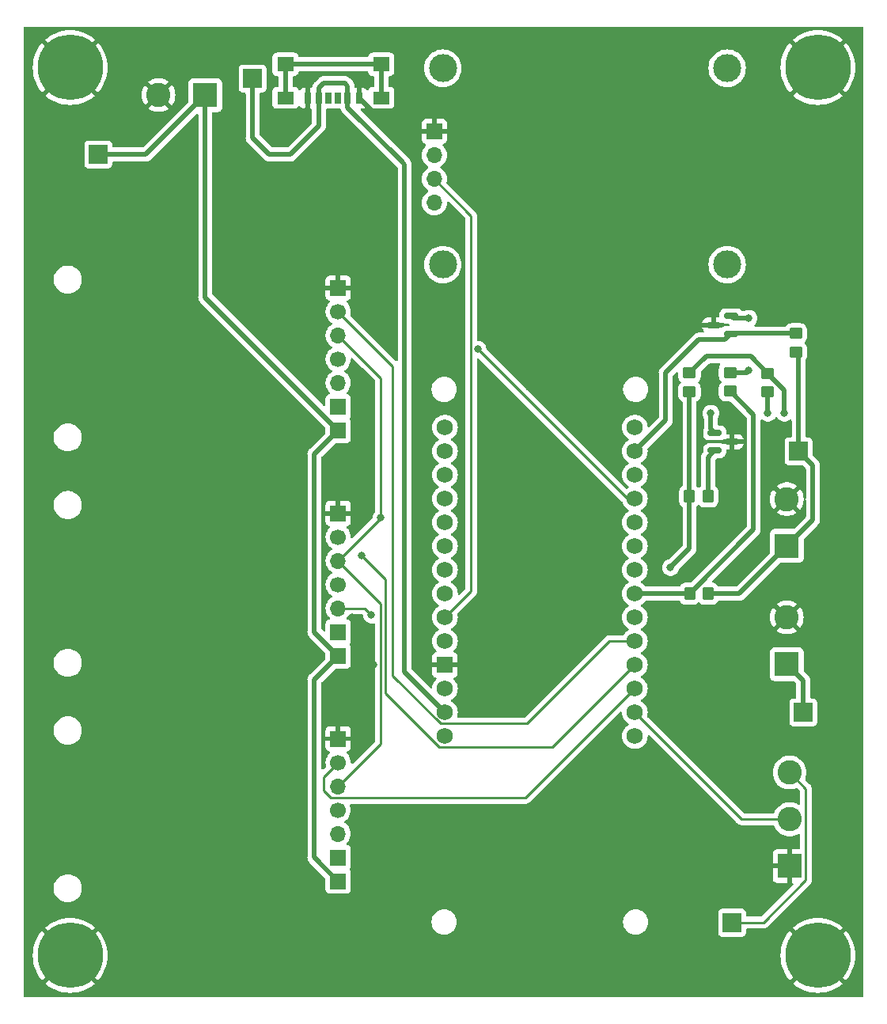
<source format=gtl>
G04 #@! TF.GenerationSoftware,KiCad,Pcbnew,7.0.9-7.0.9~ubuntu22.04.1*
G04 #@! TF.CreationDate,2023-12-07T11:19:29+01:00*
G04 #@! TF.ProjectId,baseboard,62617365-626f-4617-9264-2e6b69636164,rev?*
G04 #@! TF.SameCoordinates,Original*
G04 #@! TF.FileFunction,Copper,L1,Top*
G04 #@! TF.FilePolarity,Positive*
%FSLAX46Y46*%
G04 Gerber Fmt 4.6, Leading zero omitted, Abs format (unit mm)*
G04 Created by KiCad (PCBNEW 7.0.9-7.0.9~ubuntu22.04.1) date 2023-12-07 11:19:29*
%MOMM*%
%LPD*%
G01*
G04 APERTURE LIST*
G04 Aperture macros list*
%AMRoundRect*
0 Rectangle with rounded corners*
0 $1 Rounding radius*
0 $2 $3 $4 $5 $6 $7 $8 $9 X,Y pos of 4 corners*
0 Add a 4 corners polygon primitive as box body*
4,1,4,$2,$3,$4,$5,$6,$7,$8,$9,$2,$3,0*
0 Add four circle primitives for the rounded corners*
1,1,$1+$1,$2,$3*
1,1,$1+$1,$4,$5*
1,1,$1+$1,$6,$7*
1,1,$1+$1,$8,$9*
0 Add four rect primitives between the rounded corners*
20,1,$1+$1,$2,$3,$4,$5,0*
20,1,$1+$1,$4,$5,$6,$7,0*
20,1,$1+$1,$6,$7,$8,$9,0*
20,1,$1+$1,$8,$9,$2,$3,0*%
G04 Aperture macros list end*
G04 #@! TA.AperFunction,ComponentPad*
%ADD10C,7.000000*%
G04 #@! TD*
G04 #@! TA.AperFunction,SMDPad,CuDef*
%ADD11RoundRect,0.150000X0.587500X0.150000X-0.587500X0.150000X-0.587500X-0.150000X0.587500X-0.150000X0*%
G04 #@! TD*
G04 #@! TA.AperFunction,ComponentPad*
%ADD12R,1.700000X1.700000*%
G04 #@! TD*
G04 #@! TA.AperFunction,ComponentPad*
%ADD13O,1.700000X1.700000*%
G04 #@! TD*
G04 #@! TA.AperFunction,ComponentPad*
%ADD14C,1.700000*%
G04 #@! TD*
G04 #@! TA.AperFunction,ComponentPad*
%ADD15R,2.600000X2.600000*%
G04 #@! TD*
G04 #@! TA.AperFunction,ComponentPad*
%ADD16C,2.600000*%
G04 #@! TD*
G04 #@! TA.AperFunction,SMDPad,CuDef*
%ADD17RoundRect,0.250000X-0.350000X-0.450000X0.350000X-0.450000X0.350000X0.450000X-0.350000X0.450000X0*%
G04 #@! TD*
G04 #@! TA.AperFunction,SMDPad,CuDef*
%ADD18R,2.000000X2.000000*%
G04 #@! TD*
G04 #@! TA.AperFunction,SMDPad,CuDef*
%ADD19RoundRect,0.250000X-0.450000X0.350000X-0.450000X-0.350000X0.450000X-0.350000X0.450000X0.350000X0*%
G04 #@! TD*
G04 #@! TA.AperFunction,SMDPad,CuDef*
%ADD20RoundRect,0.250000X0.450000X-0.350000X0.450000X0.350000X-0.450000X0.350000X-0.450000X-0.350000X0*%
G04 #@! TD*
G04 #@! TA.AperFunction,SMDPad,CuDef*
%ADD21R,0.700000X1.200000*%
G04 #@! TD*
G04 #@! TA.AperFunction,SMDPad,CuDef*
%ADD22R,0.760000X1.200000*%
G04 #@! TD*
G04 #@! TA.AperFunction,SMDPad,CuDef*
%ADD23R,0.800000X1.200000*%
G04 #@! TD*
G04 #@! TA.AperFunction,SMDPad,CuDef*
%ADD24R,1.800000X1.350000*%
G04 #@! TD*
G04 #@! TA.AperFunction,SMDPad,CuDef*
%ADD25R,1.800000X1.500000*%
G04 #@! TD*
G04 #@! TA.AperFunction,SMDPad,CuDef*
%ADD26RoundRect,0.250000X0.350000X0.450000X-0.350000X0.450000X-0.350000X-0.450000X0.350000X-0.450000X0*%
G04 #@! TD*
G04 #@! TA.AperFunction,WasherPad*
%ADD27C,3.000000*%
G04 #@! TD*
G04 #@! TA.AperFunction,SMDPad,CuDef*
%ADD28RoundRect,0.150000X-0.587500X-0.150000X0.587500X-0.150000X0.587500X0.150000X-0.587500X0.150000X0*%
G04 #@! TD*
G04 #@! TA.AperFunction,ComponentPad*
%ADD29C,1.727200*%
G04 #@! TD*
G04 #@! TA.AperFunction,ComponentPad*
%ADD30R,1.727200X1.727200*%
G04 #@! TD*
G04 #@! TA.AperFunction,ViaPad*
%ADD31C,0.800000*%
G04 #@! TD*
G04 #@! TA.AperFunction,Conductor*
%ADD32C,0.500000*%
G04 #@! TD*
G04 #@! TA.AperFunction,Conductor*
%ADD33C,0.250000*%
G04 #@! TD*
G04 APERTURE END LIST*
D10*
X30000000Y-153000000D03*
X110000000Y-58000000D03*
D11*
X100707500Y-86490000D03*
X100707500Y-84590000D03*
X98832500Y-85540000D03*
D12*
X58680000Y-120940000D03*
X58680000Y-118400000D03*
D13*
X58680000Y-115860000D03*
D14*
X58680000Y-113320000D03*
D13*
X58680000Y-110780000D03*
D14*
X58680000Y-108240000D03*
D12*
X58680000Y-105700000D03*
D15*
X106985000Y-143430000D03*
D16*
X106985000Y-138430000D03*
X106985000Y-133430000D03*
D17*
X96266000Y-103886000D03*
X98266000Y-103886000D03*
D18*
X108450000Y-127000000D03*
D10*
X30000000Y-58000000D03*
D18*
X33020000Y-67310000D03*
D15*
X44450000Y-60960000D03*
D16*
X39450000Y-60960000D03*
D12*
X58680000Y-96820000D03*
X58680000Y-94280000D03*
D13*
X58680000Y-91740000D03*
D14*
X58680000Y-89200000D03*
D13*
X58680000Y-86660000D03*
D14*
X58680000Y-84120000D03*
D12*
X58680000Y-81580000D03*
D15*
X106680000Y-121840000D03*
D16*
X106680000Y-116840000D03*
D18*
X107950000Y-99060000D03*
D12*
X58680000Y-145060000D03*
X58680000Y-142520000D03*
D13*
X58680000Y-139980000D03*
D14*
X58680000Y-137440000D03*
D13*
X58680000Y-134900000D03*
D14*
X58680000Y-132360000D03*
D12*
X58680000Y-129820000D03*
D19*
X104648000Y-90710000D03*
X104648000Y-92710000D03*
D20*
X107650000Y-88460000D03*
X107650000Y-86460000D03*
D19*
X96266000Y-90694000D03*
X96266000Y-92694000D03*
D20*
X100600000Y-92630000D03*
X100600000Y-90630000D03*
D18*
X49530000Y-59190000D03*
D21*
X58666000Y-61293000D03*
D22*
X56646000Y-61293000D03*
D23*
X55416000Y-61293000D03*
D21*
X57666000Y-61293000D03*
D22*
X59686000Y-61293000D03*
D23*
X60916000Y-61293000D03*
D24*
X63291000Y-61238000D03*
D25*
X63291000Y-57658000D03*
D24*
X53041000Y-61238000D03*
D25*
X53041000Y-57658000D03*
D26*
X98282000Y-114300000D03*
X96282000Y-114300000D03*
D10*
X110000000Y-153000000D03*
D27*
X69880000Y-58070000D03*
X69880000Y-79090000D03*
X100300000Y-58070000D03*
X100300000Y-79090000D03*
D12*
X68961000Y-64846200D03*
D13*
X68961000Y-67386200D03*
X68961000Y-69926200D03*
X68961000Y-72466200D03*
D15*
X106680000Y-109180000D03*
D16*
X106680000Y-104180000D03*
D28*
X98963000Y-97094000D03*
X98963000Y-98994000D03*
X100838000Y-98044000D03*
D29*
X70104000Y-124460000D03*
X70104000Y-129540000D03*
X90424000Y-127000000D03*
X90424000Y-124460000D03*
X90424000Y-121920000D03*
X90424000Y-119380000D03*
X90424000Y-116840000D03*
X90424000Y-114300000D03*
X90424000Y-111760000D03*
X90424000Y-129540000D03*
X90424000Y-109220000D03*
X90424000Y-106680000D03*
X90424000Y-104140000D03*
X90424000Y-101600000D03*
X90424000Y-99060000D03*
X90424000Y-96520000D03*
X70104000Y-96520000D03*
X70104000Y-99060000D03*
X70104000Y-101600000D03*
X70104000Y-104140000D03*
X70104000Y-106680000D03*
X70104000Y-109220000D03*
X70104000Y-111760000D03*
X70104000Y-114300000D03*
X70104000Y-116840000D03*
D30*
X70104000Y-121920000D03*
D29*
X70104000Y-119380000D03*
X70104000Y-127000000D03*
D18*
X100840000Y-149490000D03*
D31*
X100838000Y-101092000D03*
X54316000Y-63492000D03*
X96774000Y-85598000D03*
X60198000Y-116840000D03*
X62484000Y-121920000D03*
X63246000Y-106172000D03*
X62230000Y-116586000D03*
X73622500Y-88138000D03*
X94234000Y-111506000D03*
X104648000Y-94996000D03*
X98552000Y-94996000D03*
X106426000Y-94996000D03*
X61214000Y-110236000D03*
X102616000Y-90424000D03*
X102616000Y-84836000D03*
D32*
X100838000Y-98044000D02*
X100838000Y-101092000D01*
X60916000Y-61293000D02*
X64469200Y-64846200D01*
D33*
X96832000Y-85540000D02*
X96774000Y-85598000D01*
D32*
X55416000Y-62392000D02*
X54316000Y-63492000D01*
X98832500Y-85540000D02*
X96832000Y-85540000D01*
X55416000Y-61293000D02*
X55416000Y-62392000D01*
X64469200Y-64846200D02*
X68961000Y-64846200D01*
X44450000Y-60960000D02*
X38100000Y-67310000D01*
X56134000Y-99366000D02*
X58680000Y-96820000D01*
X38100000Y-67310000D02*
X33020000Y-67310000D01*
X56134000Y-118394000D02*
X56134000Y-99366000D01*
X58680000Y-96820000D02*
X44450000Y-82590000D01*
X58680000Y-120940000D02*
X56134000Y-118394000D01*
X56134000Y-142514000D02*
X56134000Y-123486000D01*
X44450000Y-82590000D02*
X44450000Y-60960000D01*
X56134000Y-123486000D02*
X58680000Y-120940000D01*
X58680000Y-145060000D02*
X56134000Y-142514000D01*
X56602000Y-64254000D02*
X53546000Y-67310000D01*
X65786000Y-122682000D02*
X65786000Y-68358000D01*
X49530000Y-65532000D02*
X49530000Y-59190000D01*
X59396000Y-59682000D02*
X57110000Y-59682000D01*
X59686000Y-62258000D02*
X59686000Y-61293000D01*
X65786000Y-68358000D02*
X65492000Y-68064000D01*
X59686000Y-59972000D02*
X59396000Y-59682000D01*
X65492000Y-68064000D02*
X59686000Y-62258000D01*
X56646000Y-61293000D02*
X56602000Y-61337000D01*
X57110000Y-59682000D02*
X56646000Y-60146000D01*
X59686000Y-61293000D02*
X59686000Y-59972000D01*
X70104000Y-127000000D02*
X65786000Y-122682000D01*
X56602000Y-61337000D02*
X56602000Y-64254000D01*
X53546000Y-67310000D02*
X51308000Y-67310000D01*
X56646000Y-60146000D02*
X56646000Y-61293000D01*
X51308000Y-67310000D02*
X49530000Y-65532000D01*
D33*
X106985000Y-133430000D02*
X108712000Y-135157000D01*
X108712000Y-135157000D02*
X108712000Y-144953000D01*
X108712000Y-144953000D02*
X104175000Y-149490000D01*
X104175000Y-149490000D02*
X100840000Y-149490000D01*
X106985000Y-138430000D02*
X101854000Y-138430000D01*
X101854000Y-138430000D02*
X90424000Y-127000000D01*
X63246000Y-115346000D02*
X58680000Y-110780000D01*
X63246000Y-130334000D02*
X63246000Y-115346000D01*
X58680000Y-134900000D02*
X63246000Y-130334000D01*
X58680000Y-110780000D02*
X63246000Y-106214000D01*
X63246000Y-106214000D02*
X63246000Y-106172000D01*
X63246000Y-106172000D02*
X63246000Y-91226000D01*
X63246000Y-91226000D02*
X58680000Y-86660000D01*
X58680000Y-115860000D02*
X61504000Y-115860000D01*
X61504000Y-115860000D02*
X62230000Y-116586000D01*
X89662000Y-104140000D02*
X90424000Y-104140000D01*
X73660000Y-88138000D02*
X89662000Y-104140000D01*
X73622500Y-88138000D02*
X73660000Y-88138000D01*
D32*
X96266000Y-109474000D02*
X94234000Y-111506000D01*
X96266000Y-103886000D02*
X96266000Y-109474000D01*
X96266000Y-92694000D02*
X96266000Y-103886000D01*
D33*
X70104000Y-116840000D02*
X72898000Y-114046000D01*
X72898000Y-114046000D02*
X72898000Y-73863200D01*
X72898000Y-73863200D02*
X68961000Y-69926200D01*
D32*
X101600000Y-114300000D02*
X98282000Y-114300000D01*
X106680000Y-109180000D02*
X109474000Y-106386000D01*
X109474000Y-106386000D02*
X109474000Y-100584000D01*
X107650000Y-88460000D02*
X107950000Y-88760000D01*
X107950000Y-88760000D02*
X107950000Y-99060000D01*
X106680000Y-109220000D02*
X101600000Y-114300000D01*
X106680000Y-109180000D02*
X106680000Y-109220000D01*
X109474000Y-100584000D02*
X107950000Y-99060000D01*
X63291000Y-57658000D02*
X53041000Y-57658000D01*
X63291000Y-57658000D02*
X63291000Y-61238000D01*
X53041000Y-57658000D02*
X53041000Y-61238000D01*
X96282000Y-114300000D02*
X90424000Y-114300000D01*
X103124000Y-95154000D02*
X100600000Y-92630000D01*
X96282000Y-114300000D02*
X103124000Y-107458000D01*
X103124000Y-107458000D02*
X103124000Y-95154000D01*
X98552000Y-94996000D02*
X98552000Y-96683000D01*
X98552000Y-96683000D02*
X98963000Y-97094000D01*
X104648000Y-94996000D02*
X104648000Y-94742000D01*
X104648000Y-92710000D02*
X104648000Y-94996000D01*
X93726000Y-90678000D02*
X93726000Y-95758000D01*
X107650000Y-86460000D02*
X100737500Y-86460000D01*
X97282000Y-87122000D02*
X93726000Y-90678000D01*
X100707500Y-86490000D02*
X100075500Y-87122000D01*
X100737500Y-86460000D02*
X100707500Y-86490000D01*
X93726000Y-95758000D02*
X90424000Y-99060000D01*
X100075500Y-87122000D02*
X97282000Y-87122000D01*
X102838000Y-88900000D02*
X98060000Y-88900000D01*
X104648000Y-90710000D02*
X102838000Y-88900000D01*
X108450000Y-127000000D02*
X108450000Y-123610000D01*
X108450000Y-123610000D02*
X106680000Y-121840000D01*
X106426000Y-94996000D02*
X106426000Y-92488000D01*
X106426000Y-92488000D02*
X104648000Y-90710000D01*
X98060000Y-88900000D02*
X96266000Y-90694000D01*
D33*
X57150000Y-135382000D02*
X57150000Y-133890000D01*
X57912000Y-136144000D02*
X57150000Y-135382000D01*
X78740000Y-136144000D02*
X57912000Y-136144000D01*
X90424000Y-124460000D02*
X78740000Y-136144000D01*
X57150000Y-133890000D02*
X58680000Y-132360000D01*
X63754000Y-124968000D02*
X63754000Y-112776000D01*
X81615400Y-130728600D02*
X69514600Y-130728600D01*
X69514600Y-130728600D02*
X63754000Y-124968000D01*
X90424000Y-121920000D02*
X81615400Y-130728600D01*
X63754000Y-112776000D02*
X61214000Y-110236000D01*
X90424000Y-119380000D02*
X87721200Y-119380000D01*
X69611665Y-128188600D02*
X64516000Y-123092935D01*
X87721200Y-119380000D02*
X78912600Y-128188600D01*
X64516000Y-89956000D02*
X58680000Y-84120000D01*
X78912600Y-128188600D02*
X69611665Y-128188600D01*
X64516000Y-123092935D02*
X64516000Y-89956000D01*
D32*
X100600000Y-90630000D02*
X102410000Y-90630000D01*
X100953500Y-84836000D02*
X100707500Y-84590000D01*
X102410000Y-90630000D02*
X102616000Y-90424000D01*
X102616000Y-84836000D02*
X100953500Y-84836000D01*
X98266000Y-99691000D02*
X98266000Y-103886000D01*
X98963000Y-98994000D02*
X98266000Y-99691000D01*
G04 #@! TA.AperFunction,Conductor*
G36*
X61260586Y-116505185D02*
G01*
X61281228Y-116521819D01*
X61291039Y-116531630D01*
X61324524Y-116592953D01*
X61326678Y-116606343D01*
X61344326Y-116774256D01*
X61344327Y-116774259D01*
X61402818Y-116954277D01*
X61402821Y-116954284D01*
X61497467Y-117118216D01*
X61565301Y-117193553D01*
X61624129Y-117258888D01*
X61777265Y-117370148D01*
X61777270Y-117370151D01*
X61950192Y-117447142D01*
X61950197Y-117447144D01*
X62135354Y-117486500D01*
X62135355Y-117486500D01*
X62324644Y-117486500D01*
X62324646Y-117486500D01*
X62470720Y-117455451D01*
X62540386Y-117460767D01*
X62596120Y-117502904D01*
X62620225Y-117568484D01*
X62620500Y-117576741D01*
X62620500Y-130023546D01*
X62600815Y-130090585D01*
X62584181Y-130111227D01*
X60247340Y-132448068D01*
X60186017Y-132481553D01*
X60116325Y-132476569D01*
X60060392Y-132434697D01*
X60035975Y-132369233D01*
X60035659Y-132360387D01*
X60035659Y-132359999D01*
X60021828Y-132201915D01*
X60015063Y-132124592D01*
X59953903Y-131896337D01*
X59854035Y-131682171D01*
X59845315Y-131669718D01*
X59718496Y-131488600D01*
X59718495Y-131488599D01*
X59596179Y-131366283D01*
X59562696Y-131304963D01*
X59567680Y-131235271D01*
X59609551Y-131179337D01*
X59640529Y-131162422D01*
X59772086Y-131113354D01*
X59772093Y-131113350D01*
X59887187Y-131027190D01*
X59887190Y-131027187D01*
X59973350Y-130912093D01*
X59973354Y-130912086D01*
X60023596Y-130777379D01*
X60023598Y-130777372D01*
X60029999Y-130717844D01*
X60030000Y-130717827D01*
X60030000Y-130070000D01*
X59113686Y-130070000D01*
X59139493Y-130029844D01*
X59180000Y-129891889D01*
X59180000Y-129748111D01*
X59139493Y-129610156D01*
X59113686Y-129570000D01*
X60030000Y-129570000D01*
X60030000Y-128922172D01*
X60029999Y-128922155D01*
X60023598Y-128862627D01*
X60023596Y-128862620D01*
X59973354Y-128727913D01*
X59973350Y-128727906D01*
X59887190Y-128612812D01*
X59887187Y-128612809D01*
X59772093Y-128526649D01*
X59772086Y-128526645D01*
X59637379Y-128476403D01*
X59637372Y-128476401D01*
X59577844Y-128470000D01*
X58930000Y-128470000D01*
X58930000Y-129384498D01*
X58822315Y-129335320D01*
X58715763Y-129320000D01*
X58644237Y-129320000D01*
X58537685Y-129335320D01*
X58430000Y-129384498D01*
X58430000Y-128470000D01*
X57782155Y-128470000D01*
X57722627Y-128476401D01*
X57722620Y-128476403D01*
X57587913Y-128526645D01*
X57587906Y-128526649D01*
X57472812Y-128612809D01*
X57472809Y-128612812D01*
X57386649Y-128727906D01*
X57386645Y-128727913D01*
X57336403Y-128862620D01*
X57336401Y-128862627D01*
X57330000Y-128922155D01*
X57330000Y-129570000D01*
X58246314Y-129570000D01*
X58220507Y-129610156D01*
X58180000Y-129748111D01*
X58180000Y-129891889D01*
X58220507Y-130029844D01*
X58246314Y-130070000D01*
X57330000Y-130070000D01*
X57330000Y-130717844D01*
X57336401Y-130777372D01*
X57336403Y-130777379D01*
X57386645Y-130912086D01*
X57386649Y-130912093D01*
X57472809Y-131027187D01*
X57472812Y-131027190D01*
X57587906Y-131113350D01*
X57587913Y-131113354D01*
X57719470Y-131162421D01*
X57775403Y-131204292D01*
X57799821Y-131269756D01*
X57784970Y-131338029D01*
X57763819Y-131366284D01*
X57641503Y-131488600D01*
X57505965Y-131682169D01*
X57505964Y-131682171D01*
X57406098Y-131896335D01*
X57406094Y-131896344D01*
X57344938Y-132124586D01*
X57344936Y-132124596D01*
X57324341Y-132359999D01*
X57324341Y-132360000D01*
X57344936Y-132595403D01*
X57344938Y-132595413D01*
X57371856Y-132695872D01*
X57370193Y-132765722D01*
X57339762Y-132815646D01*
X57096181Y-133059228D01*
X57034858Y-133092713D01*
X56965167Y-133087729D01*
X56909233Y-133045858D01*
X56884816Y-132980393D01*
X56884500Y-132971547D01*
X56884500Y-123848229D01*
X56904185Y-123781190D01*
X56920814Y-123760553D01*
X58354549Y-122326817D01*
X58415872Y-122293333D01*
X58442230Y-122290499D01*
X59577871Y-122290499D01*
X59577872Y-122290499D01*
X59637483Y-122284091D01*
X59772331Y-122233796D01*
X59887546Y-122147546D01*
X59973796Y-122032331D01*
X60024091Y-121897483D01*
X60030500Y-121837873D01*
X60030499Y-120042128D01*
X60024091Y-119982517D01*
X59973796Y-119847669D01*
X59896421Y-119744309D01*
X59872004Y-119678848D01*
X59886855Y-119610575D01*
X59896416Y-119595696D01*
X59973796Y-119492331D01*
X60024091Y-119357483D01*
X60030500Y-119297873D01*
X60030499Y-117502128D01*
X60024091Y-117442517D01*
X59997809Y-117372052D01*
X59973797Y-117307671D01*
X59973793Y-117307664D01*
X59887547Y-117192455D01*
X59887544Y-117192452D01*
X59772335Y-117106206D01*
X59772328Y-117106202D01*
X59640917Y-117057189D01*
X59584983Y-117015318D01*
X59560566Y-116949853D01*
X59575418Y-116881580D01*
X59596563Y-116853332D01*
X59718495Y-116731401D01*
X59853652Y-116538377D01*
X59908229Y-116494752D01*
X59955227Y-116485500D01*
X61193547Y-116485500D01*
X61260586Y-116505185D01*
G37*
G04 #@! TD.AperFunction*
G04 #@! TA.AperFunction,Conductor*
G36*
X73728703Y-89091739D02*
G01*
X73735181Y-89097771D01*
X89073890Y-104436481D01*
X89106414Y-104493721D01*
X89129387Y-104584436D01*
X89129387Y-104584437D01*
X89220198Y-104791466D01*
X89343842Y-104980716D01*
X89343850Y-104980727D01*
X89496950Y-105147036D01*
X89496954Y-105147040D01*
X89675351Y-105285893D01*
X89703165Y-105300945D01*
X89752755Y-105350165D01*
X89767863Y-105418382D01*
X89743692Y-105483937D01*
X89703165Y-105519055D01*
X89675352Y-105534106D01*
X89496955Y-105672959D01*
X89496950Y-105672963D01*
X89343850Y-105839272D01*
X89343842Y-105839283D01*
X89220198Y-106028533D01*
X89129388Y-106235560D01*
X89073892Y-106454710D01*
X89055225Y-106679993D01*
X89055225Y-106680006D01*
X89073892Y-106905289D01*
X89129388Y-107124439D01*
X89220198Y-107331466D01*
X89343842Y-107520716D01*
X89343850Y-107520727D01*
X89451506Y-107637671D01*
X89496954Y-107687040D01*
X89675351Y-107825893D01*
X89703165Y-107840945D01*
X89752755Y-107890165D01*
X89767863Y-107958382D01*
X89743692Y-108023937D01*
X89703165Y-108059055D01*
X89675352Y-108074106D01*
X89496955Y-108212959D01*
X89496950Y-108212963D01*
X89343850Y-108379272D01*
X89343842Y-108379283D01*
X89220198Y-108568533D01*
X89129388Y-108775560D01*
X89073892Y-108994710D01*
X89055225Y-109219993D01*
X89055225Y-109220006D01*
X89073892Y-109445289D01*
X89129388Y-109664439D01*
X89220198Y-109871466D01*
X89343842Y-110060716D01*
X89343850Y-110060727D01*
X89496950Y-110227036D01*
X89496954Y-110227040D01*
X89675351Y-110365893D01*
X89703165Y-110380945D01*
X89752755Y-110430165D01*
X89767863Y-110498382D01*
X89743692Y-110563937D01*
X89703165Y-110599055D01*
X89675352Y-110614106D01*
X89496955Y-110752959D01*
X89496950Y-110752963D01*
X89343850Y-110919272D01*
X89343842Y-110919283D01*
X89220198Y-111108533D01*
X89129388Y-111315560D01*
X89073892Y-111534710D01*
X89055225Y-111759993D01*
X89055225Y-111760006D01*
X89073892Y-111985289D01*
X89129388Y-112204439D01*
X89220198Y-112411466D01*
X89343842Y-112600716D01*
X89343850Y-112600727D01*
X89496950Y-112767036D01*
X89496954Y-112767040D01*
X89675351Y-112905893D01*
X89703165Y-112920945D01*
X89752755Y-112970165D01*
X89767863Y-113038382D01*
X89743692Y-113103937D01*
X89703165Y-113139055D01*
X89675352Y-113154106D01*
X89496955Y-113292959D01*
X89496950Y-113292963D01*
X89343850Y-113459272D01*
X89343842Y-113459283D01*
X89220198Y-113648533D01*
X89129388Y-113855560D01*
X89073892Y-114074710D01*
X89055225Y-114299993D01*
X89055225Y-114300006D01*
X89073892Y-114525289D01*
X89129388Y-114744439D01*
X89220198Y-114951466D01*
X89343842Y-115140716D01*
X89343850Y-115140727D01*
X89469100Y-115276783D01*
X89496954Y-115307040D01*
X89675351Y-115445893D01*
X89703165Y-115460945D01*
X89752755Y-115510165D01*
X89767863Y-115578382D01*
X89743692Y-115643937D01*
X89703165Y-115679055D01*
X89675352Y-115694106D01*
X89496955Y-115832959D01*
X89496950Y-115832963D01*
X89343850Y-115999272D01*
X89343842Y-115999283D01*
X89220198Y-116188533D01*
X89129388Y-116395560D01*
X89073892Y-116614710D01*
X89055225Y-116839993D01*
X89055225Y-116840006D01*
X89073892Y-117065289D01*
X89129388Y-117284439D01*
X89220198Y-117491466D01*
X89343842Y-117680716D01*
X89343850Y-117680727D01*
X89496950Y-117847036D01*
X89496954Y-117847040D01*
X89675351Y-117985893D01*
X89703165Y-118000945D01*
X89752755Y-118050165D01*
X89767863Y-118118382D01*
X89743692Y-118183937D01*
X89703165Y-118219055D01*
X89675352Y-118234106D01*
X89496955Y-118372959D01*
X89496950Y-118372963D01*
X89343850Y-118539272D01*
X89343842Y-118539283D01*
X89239937Y-118698322D01*
X89186791Y-118743678D01*
X89136129Y-118754500D01*
X87803943Y-118754500D01*
X87788322Y-118752775D01*
X87788295Y-118753061D01*
X87780533Y-118752326D01*
X87711372Y-118754500D01*
X87681849Y-118754500D01*
X87674978Y-118755367D01*
X87669159Y-118755825D01*
X87622574Y-118757289D01*
X87622568Y-118757290D01*
X87603326Y-118762880D01*
X87584287Y-118766823D01*
X87564417Y-118769334D01*
X87564403Y-118769337D01*
X87521083Y-118786488D01*
X87515558Y-118788380D01*
X87470813Y-118801380D01*
X87470810Y-118801381D01*
X87453566Y-118811579D01*
X87436105Y-118820133D01*
X87417474Y-118827510D01*
X87417462Y-118827517D01*
X87379770Y-118854902D01*
X87374887Y-118858109D01*
X87334780Y-118881829D01*
X87320614Y-118895995D01*
X87305824Y-118908627D01*
X87289614Y-118920404D01*
X87289611Y-118920407D01*
X87259910Y-118956309D01*
X87255977Y-118960631D01*
X78689828Y-127526781D01*
X78628505Y-127560266D01*
X78602147Y-127563100D01*
X71527878Y-127563100D01*
X71460839Y-127543415D01*
X71415084Y-127490611D01*
X71405140Y-127421453D01*
X71407672Y-127408660D01*
X71408479Y-127405473D01*
X71454107Y-127225293D01*
X71461574Y-127135175D01*
X71472775Y-127000006D01*
X71472775Y-126999993D01*
X71454107Y-126774710D01*
X71454107Y-126774707D01*
X71398611Y-126555559D01*
X71307802Y-126348535D01*
X71184156Y-126159281D01*
X71184153Y-126159278D01*
X71184149Y-126159272D01*
X71031049Y-125992963D01*
X71031048Y-125992962D01*
X71031046Y-125992960D01*
X70852649Y-125854107D01*
X70852647Y-125854106D01*
X70852646Y-125854105D01*
X70852639Y-125854100D01*
X70824836Y-125839055D01*
X70775244Y-125789837D01*
X70760135Y-125721620D01*
X70784306Y-125656064D01*
X70824836Y-125620945D01*
X70852639Y-125605899D01*
X70852642Y-125605896D01*
X70852649Y-125605893D01*
X71031046Y-125467040D01*
X71184156Y-125300719D01*
X71307802Y-125111465D01*
X71398611Y-124904441D01*
X71454107Y-124685293D01*
X71462850Y-124579782D01*
X71472775Y-124460006D01*
X71472775Y-124459993D01*
X71454107Y-124234710D01*
X71454107Y-124234707D01*
X71398611Y-124015559D01*
X71307802Y-123808535D01*
X71276450Y-123760548D01*
X71210879Y-123660184D01*
X71184156Y-123619281D01*
X71184153Y-123619278D01*
X71184149Y-123619272D01*
X71046755Y-123470024D01*
X71015832Y-123407370D01*
X71023692Y-123337944D01*
X71067839Y-123283788D01*
X71094652Y-123269859D01*
X71209684Y-123226955D01*
X71209693Y-123226950D01*
X71324787Y-123140790D01*
X71324790Y-123140787D01*
X71410950Y-123025693D01*
X71410954Y-123025686D01*
X71461196Y-122890979D01*
X71461198Y-122890972D01*
X71467599Y-122831444D01*
X71467600Y-122831427D01*
X71467600Y-122170000D01*
X70547196Y-122170000D01*
X70570845Y-122133201D01*
X70612000Y-121993039D01*
X70612000Y-121846961D01*
X70570845Y-121706799D01*
X70547196Y-121670000D01*
X71467600Y-121670000D01*
X71467600Y-121008572D01*
X71467599Y-121008555D01*
X71461198Y-120949027D01*
X71461196Y-120949020D01*
X71410954Y-120814313D01*
X71410950Y-120814306D01*
X71324790Y-120699212D01*
X71324787Y-120699209D01*
X71209693Y-120613049D01*
X71209686Y-120613045D01*
X71094651Y-120570140D01*
X71038717Y-120528269D01*
X71014300Y-120462804D01*
X71029152Y-120394531D01*
X71046749Y-120369981D01*
X71184156Y-120220719D01*
X71307802Y-120031465D01*
X71398611Y-119824441D01*
X71454107Y-119605293D01*
X71472775Y-119380000D01*
X71472775Y-119379993D01*
X71454107Y-119154710D01*
X71454107Y-119154707D01*
X71398611Y-118935559D01*
X71307802Y-118728535D01*
X71306595Y-118726688D01*
X71223690Y-118599792D01*
X71184156Y-118539281D01*
X71184153Y-118539278D01*
X71184149Y-118539272D01*
X71031049Y-118372963D01*
X71031048Y-118372962D01*
X71031046Y-118372960D01*
X70852649Y-118234107D01*
X70852647Y-118234106D01*
X70852646Y-118234105D01*
X70852639Y-118234100D01*
X70824836Y-118219055D01*
X70775244Y-118169837D01*
X70760135Y-118101620D01*
X70784306Y-118036064D01*
X70824836Y-118000945D01*
X70852639Y-117985899D01*
X70852642Y-117985896D01*
X70852649Y-117985893D01*
X71031046Y-117847040D01*
X71184156Y-117680719D01*
X71307802Y-117491465D01*
X71398611Y-117284441D01*
X71454107Y-117065293D01*
X71461574Y-116975175D01*
X71472775Y-116840006D01*
X71472775Y-116839993D01*
X71454107Y-116614708D01*
X71454107Y-116614704D01*
X71422862Y-116491324D01*
X71425486Y-116421504D01*
X71455384Y-116373204D01*
X73281786Y-114546802D01*
X73294048Y-114536980D01*
X73293865Y-114536759D01*
X73299867Y-114531792D01*
X73299877Y-114531786D01*
X73347241Y-114481348D01*
X73368120Y-114460470D01*
X73372373Y-114454986D01*
X73376150Y-114450563D01*
X73408062Y-114416582D01*
X73417714Y-114399023D01*
X73428389Y-114382772D01*
X73440674Y-114366936D01*
X73459186Y-114324152D01*
X73461742Y-114318935D01*
X73484197Y-114278092D01*
X73489180Y-114258680D01*
X73495477Y-114240291D01*
X73503438Y-114221895D01*
X73510729Y-114175853D01*
X73511908Y-114170162D01*
X73523500Y-114125019D01*
X73523500Y-114104983D01*
X73525027Y-114085582D01*
X73526749Y-114074710D01*
X73528160Y-114065804D01*
X73523775Y-114019415D01*
X73523500Y-114013577D01*
X73523500Y-89185452D01*
X73543185Y-89118413D01*
X73595989Y-89072658D01*
X73665147Y-89062714D01*
X73728703Y-89091739D01*
G37*
G04 #@! TD.AperFunction*
G04 #@! TA.AperFunction,Conductor*
G36*
X60240862Y-89105898D02*
G01*
X60247326Y-89111917D01*
X61303807Y-90168397D01*
X62584181Y-91448771D01*
X62617666Y-91510094D01*
X62620500Y-91536452D01*
X62620500Y-105473312D01*
X62600815Y-105540351D01*
X62588650Y-105556284D01*
X62513466Y-105639784D01*
X62418821Y-105803715D01*
X62418818Y-105803722D01*
X62360327Y-105983740D01*
X62360326Y-105983744D01*
X62346904Y-106111451D01*
X62340540Y-106172002D01*
X62340540Y-106178498D01*
X62338796Y-106178498D01*
X62327765Y-106238803D01*
X62304697Y-106270710D01*
X60247340Y-108328068D01*
X60186017Y-108361553D01*
X60116325Y-108356569D01*
X60060392Y-108314697D01*
X60035975Y-108249233D01*
X60035659Y-108240387D01*
X60035659Y-108239999D01*
X60019828Y-108059055D01*
X60015063Y-108004592D01*
X59953903Y-107776337D01*
X59854035Y-107562171D01*
X59837498Y-107538554D01*
X59718496Y-107368600D01*
X59681361Y-107331465D01*
X59596179Y-107246283D01*
X59562696Y-107184963D01*
X59567680Y-107115271D01*
X59609551Y-107059337D01*
X59640529Y-107042422D01*
X59772086Y-106993354D01*
X59772093Y-106993350D01*
X59887187Y-106907190D01*
X59887190Y-106907187D01*
X59973350Y-106792093D01*
X59973354Y-106792086D01*
X60023596Y-106657379D01*
X60023598Y-106657372D01*
X60029999Y-106597844D01*
X60030000Y-106597827D01*
X60030000Y-105950000D01*
X59113686Y-105950000D01*
X59139493Y-105909844D01*
X59180000Y-105771889D01*
X59180000Y-105628111D01*
X59139493Y-105490156D01*
X59113686Y-105450000D01*
X60030000Y-105450000D01*
X60030000Y-104802172D01*
X60029999Y-104802155D01*
X60023598Y-104742627D01*
X60023596Y-104742620D01*
X59973354Y-104607913D01*
X59973350Y-104607906D01*
X59887190Y-104492812D01*
X59887187Y-104492809D01*
X59772093Y-104406649D01*
X59772086Y-104406645D01*
X59637379Y-104356403D01*
X59637372Y-104356401D01*
X59577844Y-104350000D01*
X58930000Y-104350000D01*
X58930000Y-105264498D01*
X58822315Y-105215320D01*
X58715763Y-105200000D01*
X58644237Y-105200000D01*
X58537685Y-105215320D01*
X58430000Y-105264498D01*
X58430000Y-104350000D01*
X57782155Y-104350000D01*
X57722627Y-104356401D01*
X57722620Y-104356403D01*
X57587913Y-104406645D01*
X57587906Y-104406649D01*
X57472812Y-104492809D01*
X57472809Y-104492812D01*
X57386649Y-104607906D01*
X57386645Y-104607913D01*
X57336403Y-104742620D01*
X57336401Y-104742627D01*
X57330000Y-104802155D01*
X57330000Y-105450000D01*
X58246314Y-105450000D01*
X58220507Y-105490156D01*
X58180000Y-105628111D01*
X58180000Y-105771889D01*
X58220507Y-105909844D01*
X58246314Y-105950000D01*
X57330000Y-105950000D01*
X57330000Y-106597844D01*
X57336401Y-106657372D01*
X57336403Y-106657379D01*
X57386645Y-106792086D01*
X57386649Y-106792093D01*
X57472809Y-106907187D01*
X57472812Y-106907190D01*
X57587906Y-106993350D01*
X57587913Y-106993354D01*
X57719470Y-107042421D01*
X57775403Y-107084292D01*
X57799821Y-107149756D01*
X57784970Y-107218029D01*
X57763819Y-107246284D01*
X57641503Y-107368600D01*
X57505965Y-107562169D01*
X57505964Y-107562171D01*
X57406098Y-107776335D01*
X57406094Y-107776344D01*
X57344938Y-108004586D01*
X57344936Y-108004596D01*
X57324341Y-108239999D01*
X57324341Y-108240000D01*
X57344936Y-108475403D01*
X57344938Y-108475413D01*
X57406094Y-108703655D01*
X57406096Y-108703659D01*
X57406097Y-108703663D01*
X57505965Y-108917830D01*
X57505967Y-108917834D01*
X57641501Y-109111395D01*
X57641506Y-109111402D01*
X57808597Y-109278493D01*
X57808603Y-109278498D01*
X57994158Y-109408425D01*
X58037783Y-109463002D01*
X58044977Y-109532500D01*
X58013454Y-109594855D01*
X57994158Y-109611575D01*
X57808597Y-109741505D01*
X57641505Y-109908597D01*
X57505965Y-110102169D01*
X57505964Y-110102171D01*
X57406098Y-110316335D01*
X57406094Y-110316344D01*
X57344938Y-110544586D01*
X57344936Y-110544596D01*
X57324341Y-110779999D01*
X57324341Y-110780000D01*
X57344936Y-111015403D01*
X57344938Y-111015413D01*
X57406094Y-111243655D01*
X57406096Y-111243659D01*
X57406097Y-111243663D01*
X57440640Y-111317740D01*
X57505965Y-111457830D01*
X57505967Y-111457834D01*
X57641501Y-111651395D01*
X57641506Y-111651402D01*
X57808597Y-111818493D01*
X57808603Y-111818498D01*
X57994158Y-111948425D01*
X58037783Y-112003002D01*
X58044977Y-112072500D01*
X58013454Y-112134855D01*
X57994158Y-112151575D01*
X57808597Y-112281505D01*
X57641505Y-112448597D01*
X57505965Y-112642169D01*
X57505964Y-112642171D01*
X57406098Y-112856335D01*
X57406094Y-112856344D01*
X57344938Y-113084586D01*
X57344936Y-113084596D01*
X57324341Y-113319999D01*
X57324341Y-113320000D01*
X57344936Y-113555403D01*
X57344938Y-113555413D01*
X57406094Y-113783655D01*
X57406096Y-113783659D01*
X57406097Y-113783663D01*
X57505965Y-113997830D01*
X57505967Y-113997834D01*
X57604295Y-114138260D01*
X57626623Y-114170148D01*
X57641501Y-114191395D01*
X57641506Y-114191402D01*
X57808597Y-114358493D01*
X57808603Y-114358498D01*
X57994158Y-114488425D01*
X58037783Y-114543002D01*
X58044977Y-114612500D01*
X58013454Y-114674855D01*
X57994158Y-114691575D01*
X57808597Y-114821505D01*
X57641505Y-114988597D01*
X57505965Y-115182169D01*
X57505964Y-115182171D01*
X57406098Y-115396335D01*
X57406094Y-115396344D01*
X57344938Y-115624586D01*
X57344936Y-115624596D01*
X57324341Y-115859999D01*
X57324341Y-115860000D01*
X57344936Y-116095403D01*
X57344938Y-116095413D01*
X57406094Y-116323655D01*
X57406096Y-116323659D01*
X57406097Y-116323663D01*
X57484279Y-116491324D01*
X57505965Y-116537830D01*
X57505967Y-116537834D01*
X57559797Y-116614710D01*
X57641501Y-116731396D01*
X57641506Y-116731402D01*
X57763430Y-116853326D01*
X57796915Y-116914649D01*
X57791931Y-116984341D01*
X57750059Y-117040274D01*
X57719083Y-117057189D01*
X57587669Y-117106203D01*
X57587664Y-117106206D01*
X57472455Y-117192452D01*
X57472452Y-117192455D01*
X57386206Y-117307664D01*
X57386202Y-117307671D01*
X57335908Y-117442517D01*
X57330646Y-117491465D01*
X57329501Y-117502123D01*
X57329500Y-117502135D01*
X57329500Y-118228770D01*
X57309815Y-118295809D01*
X57257011Y-118341564D01*
X57187853Y-118351508D01*
X57124297Y-118322483D01*
X57117819Y-118316451D01*
X56920819Y-118119451D01*
X56887334Y-118058128D01*
X56884500Y-118031770D01*
X56884500Y-99728229D01*
X56904185Y-99661190D01*
X56920814Y-99640553D01*
X58354549Y-98206817D01*
X58415872Y-98173333D01*
X58442230Y-98170499D01*
X59577871Y-98170499D01*
X59577872Y-98170499D01*
X59637483Y-98164091D01*
X59772331Y-98113796D01*
X59887546Y-98027546D01*
X59973796Y-97912331D01*
X60024091Y-97777483D01*
X60030500Y-97717873D01*
X60030499Y-95922128D01*
X60024091Y-95862517D01*
X60022086Y-95857142D01*
X59973797Y-95727671D01*
X59973795Y-95727668D01*
X59896421Y-95624309D01*
X59872004Y-95558848D01*
X59886855Y-95490575D01*
X59896416Y-95475696D01*
X59973796Y-95372331D01*
X60024091Y-95237483D01*
X60030500Y-95177873D01*
X60030499Y-93382128D01*
X60024091Y-93322517D01*
X60015444Y-93299334D01*
X59973797Y-93187671D01*
X59973793Y-93187664D01*
X59887547Y-93072455D01*
X59887544Y-93072452D01*
X59772335Y-92986206D01*
X59772328Y-92986202D01*
X59640917Y-92937189D01*
X59584983Y-92895318D01*
X59560566Y-92829853D01*
X59575418Y-92761580D01*
X59596563Y-92733332D01*
X59718495Y-92611401D01*
X59854035Y-92417830D01*
X59953903Y-92203663D01*
X60015063Y-91975408D01*
X60035659Y-91740000D01*
X60015063Y-91504592D01*
X59966807Y-91324497D01*
X59953905Y-91276344D01*
X59953904Y-91276343D01*
X59953903Y-91276337D01*
X59854035Y-91062171D01*
X59841530Y-91044311D01*
X59718494Y-90868597D01*
X59551402Y-90701506D01*
X59551396Y-90701501D01*
X59365842Y-90571575D01*
X59322217Y-90516998D01*
X59315023Y-90447500D01*
X59346546Y-90385145D01*
X59365842Y-90368425D01*
X59449293Y-90309992D01*
X59551401Y-90238495D01*
X59718495Y-90071401D01*
X59854035Y-89877830D01*
X59953903Y-89663663D01*
X60015063Y-89435408D01*
X60035659Y-89200000D01*
X60035659Y-89199999D01*
X60035659Y-89199611D01*
X60035707Y-89199445D01*
X60036131Y-89194606D01*
X60037103Y-89194691D01*
X60055344Y-89132572D01*
X60108148Y-89086817D01*
X60177306Y-89076873D01*
X60240862Y-89105898D01*
G37*
G04 #@! TD.AperFunction*
G04 #@! TA.AperFunction,Conductor*
G36*
X99501362Y-89670185D02*
G01*
X99547117Y-89722989D01*
X99557061Y-89792147D01*
X99539862Y-89839596D01*
X99465189Y-89960659D01*
X99465186Y-89960666D01*
X99410001Y-90127203D01*
X99410001Y-90127204D01*
X99410000Y-90127204D01*
X99399500Y-90229983D01*
X99399500Y-91030001D01*
X99399501Y-91030019D01*
X99410000Y-91132796D01*
X99410001Y-91132799D01*
X99465185Y-91299331D01*
X99465187Y-91299336D01*
X99480708Y-91324500D01*
X99557287Y-91448655D01*
X99557289Y-91448657D01*
X99650951Y-91542319D01*
X99684436Y-91603642D01*
X99679452Y-91673334D01*
X99650951Y-91717681D01*
X99557289Y-91811342D01*
X99465187Y-91960663D01*
X99465185Y-91960668D01*
X99448409Y-92011295D01*
X99410001Y-92127203D01*
X99410001Y-92127204D01*
X99410000Y-92127204D01*
X99399500Y-92229983D01*
X99399500Y-93030001D01*
X99399501Y-93030019D01*
X99410000Y-93132796D01*
X99410001Y-93132799D01*
X99431209Y-93196799D01*
X99465186Y-93299334D01*
X99557288Y-93448656D01*
X99681344Y-93572712D01*
X99830666Y-93664814D01*
X99997203Y-93719999D01*
X100099991Y-93730500D01*
X100587769Y-93730499D01*
X100654808Y-93750183D01*
X100675450Y-93766818D01*
X102337181Y-95428549D01*
X102370666Y-95489872D01*
X102373500Y-95516230D01*
X102373500Y-107095769D01*
X102353815Y-107162808D01*
X102337181Y-107183450D01*
X96457449Y-113063181D01*
X96396126Y-113096666D01*
X96369768Y-113099500D01*
X95881998Y-113099500D01*
X95881980Y-113099501D01*
X95779203Y-113110000D01*
X95779200Y-113110001D01*
X95612668Y-113165185D01*
X95612663Y-113165187D01*
X95463342Y-113257289D01*
X95339289Y-113381342D01*
X95339288Y-113381344D01*
X95291217Y-113459281D01*
X95271901Y-113490597D01*
X95219953Y-113537321D01*
X95166362Y-113549500D01*
X91630204Y-113549500D01*
X91563165Y-113529815D01*
X91526396Y-113493322D01*
X91504157Y-113459283D01*
X91504149Y-113459272D01*
X91351049Y-113292963D01*
X91351048Y-113292962D01*
X91351046Y-113292960D01*
X91172649Y-113154107D01*
X91172647Y-113154106D01*
X91172646Y-113154105D01*
X91172639Y-113154100D01*
X91144836Y-113139055D01*
X91095244Y-113089837D01*
X91080135Y-113021620D01*
X91104306Y-112956064D01*
X91144836Y-112920945D01*
X91172639Y-112905899D01*
X91172642Y-112905896D01*
X91172649Y-112905893D01*
X91351046Y-112767040D01*
X91465997Y-112642171D01*
X91504149Y-112600727D01*
X91504150Y-112600725D01*
X91504156Y-112600719D01*
X91627802Y-112411465D01*
X91718611Y-112204441D01*
X91774107Y-111985293D01*
X91788116Y-111816228D01*
X91792775Y-111760006D01*
X91792775Y-111759993D01*
X91774107Y-111534710D01*
X91774107Y-111534707D01*
X91718611Y-111315559D01*
X91627802Y-111108535D01*
X91504156Y-110919281D01*
X91504153Y-110919278D01*
X91504149Y-110919272D01*
X91351049Y-110752963D01*
X91351048Y-110752962D01*
X91351046Y-110752960D01*
X91172649Y-110614107D01*
X91172647Y-110614106D01*
X91172646Y-110614105D01*
X91172639Y-110614100D01*
X91144836Y-110599055D01*
X91095244Y-110549837D01*
X91080135Y-110481620D01*
X91104306Y-110416064D01*
X91144836Y-110380945D01*
X91172639Y-110365899D01*
X91172642Y-110365896D01*
X91172649Y-110365893D01*
X91351046Y-110227040D01*
X91465997Y-110102171D01*
X91504149Y-110060727D01*
X91504150Y-110060725D01*
X91504156Y-110060719D01*
X91627802Y-109871465D01*
X91718611Y-109664441D01*
X91774107Y-109445293D01*
X91792775Y-109220000D01*
X91792775Y-109219993D01*
X91774107Y-108994710D01*
X91774107Y-108994707D01*
X91718611Y-108775559D01*
X91627802Y-108568535D01*
X91504156Y-108379281D01*
X91504153Y-108379278D01*
X91504149Y-108379272D01*
X91351049Y-108212963D01*
X91351048Y-108212962D01*
X91351046Y-108212960D01*
X91172649Y-108074107D01*
X91172647Y-108074106D01*
X91172646Y-108074105D01*
X91172639Y-108074100D01*
X91144836Y-108059055D01*
X91095244Y-108009837D01*
X91080135Y-107941620D01*
X91104306Y-107876064D01*
X91144836Y-107840945D01*
X91172639Y-107825899D01*
X91172642Y-107825896D01*
X91172649Y-107825893D01*
X91351046Y-107687040D01*
X91465997Y-107562171D01*
X91504149Y-107520727D01*
X91504150Y-107520725D01*
X91504156Y-107520719D01*
X91627802Y-107331465D01*
X91718611Y-107124441D01*
X91774107Y-106905293D01*
X91783229Y-106795208D01*
X91792775Y-106680006D01*
X91792775Y-106679993D01*
X91779707Y-106522294D01*
X91774107Y-106454707D01*
X91718611Y-106235559D01*
X91627802Y-106028535D01*
X91596092Y-105980000D01*
X91504157Y-105839283D01*
X91504149Y-105839272D01*
X91351049Y-105672963D01*
X91351048Y-105672962D01*
X91351046Y-105672960D01*
X91172649Y-105534107D01*
X91172647Y-105534106D01*
X91172646Y-105534105D01*
X91172639Y-105534100D01*
X91144836Y-105519055D01*
X91095244Y-105469837D01*
X91080135Y-105401620D01*
X91104306Y-105336064D01*
X91144836Y-105300945D01*
X91172639Y-105285899D01*
X91172642Y-105285896D01*
X91172649Y-105285893D01*
X91351046Y-105147040D01*
X91504156Y-104980719D01*
X91627802Y-104791465D01*
X91718611Y-104584441D01*
X91774107Y-104365293D01*
X91784705Y-104237390D01*
X91792775Y-104140006D01*
X91792775Y-104139993D01*
X91774107Y-103914710D01*
X91774107Y-103914707D01*
X91718611Y-103695559D01*
X91627802Y-103488535D01*
X91504156Y-103299281D01*
X91504153Y-103299278D01*
X91504149Y-103299272D01*
X91351049Y-103132963D01*
X91351048Y-103132962D01*
X91351046Y-103132960D01*
X91172649Y-102994107D01*
X91172647Y-102994106D01*
X91172646Y-102994105D01*
X91172639Y-102994100D01*
X91144836Y-102979055D01*
X91095244Y-102929837D01*
X91080135Y-102861620D01*
X91104306Y-102796064D01*
X91144836Y-102760945D01*
X91172639Y-102745899D01*
X91172642Y-102745896D01*
X91172649Y-102745893D01*
X91351046Y-102607040D01*
X91504156Y-102440719D01*
X91627802Y-102251465D01*
X91718611Y-102044441D01*
X91774107Y-101825293D01*
X91792775Y-101600000D01*
X91792775Y-101599993D01*
X91774107Y-101374710D01*
X91774107Y-101374707D01*
X91718611Y-101155559D01*
X91627802Y-100948535D01*
X91626295Y-100946229D01*
X91504157Y-100759283D01*
X91504149Y-100759272D01*
X91351049Y-100592963D01*
X91351048Y-100592962D01*
X91351046Y-100592960D01*
X91172649Y-100454107D01*
X91172647Y-100454106D01*
X91172646Y-100454105D01*
X91172639Y-100454100D01*
X91144836Y-100439055D01*
X91095244Y-100389837D01*
X91080135Y-100321620D01*
X91104306Y-100256064D01*
X91144836Y-100220945D01*
X91172639Y-100205899D01*
X91172642Y-100205896D01*
X91172649Y-100205893D01*
X91351046Y-100067040D01*
X91504156Y-99900719D01*
X91627802Y-99711465D01*
X91718611Y-99504441D01*
X91774107Y-99285293D01*
X91782076Y-99189119D01*
X91792775Y-99060006D01*
X91792775Y-99059994D01*
X91775904Y-98856397D01*
X91774107Y-98834707D01*
X91774106Y-98834705D01*
X91773998Y-98833394D01*
X91788079Y-98764958D01*
X91809890Y-98735476D01*
X94211638Y-96333727D01*
X94225267Y-96321950D01*
X94244530Y-96307610D01*
X94244532Y-96307606D01*
X94244534Y-96307606D01*
X94262663Y-96285999D01*
X94278113Y-96267585D01*
X94281767Y-96263599D01*
X94287589Y-96257778D01*
X94307928Y-96232054D01*
X94317194Y-96221011D01*
X94357302Y-96173214D01*
X94357304Y-96173209D01*
X94361272Y-96167179D01*
X94361323Y-96167212D01*
X94365369Y-96160860D01*
X94365317Y-96160828D01*
X94369109Y-96154679D01*
X94369111Y-96154677D01*
X94401569Y-96085069D01*
X94436040Y-96016433D01*
X94436043Y-96016417D01*
X94438510Y-96009644D01*
X94438568Y-96009665D01*
X94441043Y-96002546D01*
X94440985Y-96002527D01*
X94443256Y-95995672D01*
X94458784Y-95920467D01*
X94476500Y-95845721D01*
X94476500Y-95845720D01*
X94477339Y-95838548D01*
X94477397Y-95838554D01*
X94478164Y-95831056D01*
X94478104Y-95831051D01*
X94478733Y-95823860D01*
X94476500Y-95747103D01*
X94476500Y-91040229D01*
X94496185Y-90973190D01*
X94512819Y-90952548D01*
X94673083Y-90792284D01*
X94853821Y-90611545D01*
X94915142Y-90578062D01*
X94984833Y-90583046D01*
X95040767Y-90624917D01*
X95065184Y-90690382D01*
X95065500Y-90699228D01*
X95065500Y-91094001D01*
X95065501Y-91094019D01*
X95076000Y-91196796D01*
X95076001Y-91196799D01*
X95131185Y-91363331D01*
X95131187Y-91363336D01*
X95149285Y-91392678D01*
X95218310Y-91504586D01*
X95223289Y-91512657D01*
X95316951Y-91606319D01*
X95350436Y-91667642D01*
X95345452Y-91737334D01*
X95316951Y-91781681D01*
X95223289Y-91875342D01*
X95131187Y-92024663D01*
X95131186Y-92024666D01*
X95076001Y-92191203D01*
X95076001Y-92191204D01*
X95076000Y-92191204D01*
X95065500Y-92293983D01*
X95065500Y-93094001D01*
X95065501Y-93094019D01*
X95076000Y-93196796D01*
X95076001Y-93196799D01*
X95131185Y-93363331D01*
X95131187Y-93363336D01*
X95142778Y-93382128D01*
X95223288Y-93512656D01*
X95347344Y-93636712D01*
X95456597Y-93704099D01*
X95503321Y-93756047D01*
X95515500Y-93809638D01*
X95515500Y-102732042D01*
X95495815Y-102799081D01*
X95456598Y-102837580D01*
X95447344Y-102843287D01*
X95323289Y-102967342D01*
X95231187Y-103116663D01*
X95231185Y-103116668D01*
X95215774Y-103163177D01*
X95176001Y-103283203D01*
X95176001Y-103283204D01*
X95176000Y-103283204D01*
X95165500Y-103385983D01*
X95165500Y-104386001D01*
X95165501Y-104386019D01*
X95176000Y-104488796D01*
X95176001Y-104488799D01*
X95231185Y-104655331D01*
X95231187Y-104655336D01*
X95249894Y-104685665D01*
X95323288Y-104804656D01*
X95447344Y-104928712D01*
X95456591Y-104934416D01*
X95503318Y-104986360D01*
X95515500Y-105039957D01*
X95515500Y-109111769D01*
X95495815Y-109178808D01*
X95479181Y-109199450D01*
X94081228Y-110597402D01*
X94019905Y-110630887D01*
X94019329Y-110631011D01*
X93954196Y-110644856D01*
X93954192Y-110644857D01*
X93781270Y-110721848D01*
X93781265Y-110721851D01*
X93628129Y-110833111D01*
X93501466Y-110973785D01*
X93406821Y-111137715D01*
X93406818Y-111137722D01*
X93348327Y-111317740D01*
X93348326Y-111317744D01*
X93328540Y-111506000D01*
X93348326Y-111694256D01*
X93348327Y-111694259D01*
X93406818Y-111874277D01*
X93406821Y-111874284D01*
X93501467Y-112038216D01*
X93598485Y-112145965D01*
X93628129Y-112178888D01*
X93781265Y-112290148D01*
X93781270Y-112290151D01*
X93954192Y-112367142D01*
X93954197Y-112367144D01*
X94139354Y-112406500D01*
X94139355Y-112406500D01*
X94328644Y-112406500D01*
X94328646Y-112406500D01*
X94513803Y-112367144D01*
X94686730Y-112290151D01*
X94839871Y-112178888D01*
X94966533Y-112038216D01*
X95061179Y-111874284D01*
X95116522Y-111703955D01*
X95146769Y-111654597D01*
X96751642Y-110049724D01*
X96765271Y-110037947D01*
X96784530Y-110023610D01*
X96803408Y-110001112D01*
X96818101Y-109983601D01*
X96821761Y-109979606D01*
X96827590Y-109973778D01*
X96847941Y-109948039D01*
X96853948Y-109940879D01*
X96897302Y-109889214D01*
X96897306Y-109889205D01*
X96901274Y-109883175D01*
X96901325Y-109883208D01*
X96905372Y-109876856D01*
X96905320Y-109876824D01*
X96909112Y-109870675D01*
X96941575Y-109801058D01*
X96959116Y-109766128D01*
X96976040Y-109732433D01*
X96976042Y-109732421D01*
X96978509Y-109725646D01*
X96978567Y-109725667D01*
X96981043Y-109718546D01*
X96980986Y-109718528D01*
X96983257Y-109711673D01*
X96998792Y-109636434D01*
X97004684Y-109611575D01*
X97016500Y-109561721D01*
X97016500Y-109561710D01*
X97017338Y-109554548D01*
X97017398Y-109554555D01*
X97018164Y-109547055D01*
X97018105Y-109547050D01*
X97018734Y-109539860D01*
X97016500Y-109463083D01*
X97016500Y-105039957D01*
X97036185Y-104972918D01*
X97075407Y-104934416D01*
X97084656Y-104928712D01*
X97178319Y-104835049D01*
X97239642Y-104801564D01*
X97309334Y-104806548D01*
X97353681Y-104835049D01*
X97447344Y-104928712D01*
X97596666Y-105020814D01*
X97763203Y-105075999D01*
X97865991Y-105086500D01*
X98666008Y-105086499D01*
X98666016Y-105086498D01*
X98666019Y-105086498D01*
X98722302Y-105080748D01*
X98768797Y-105075999D01*
X98935334Y-105020814D01*
X99084656Y-104928712D01*
X99208712Y-104804656D01*
X99300814Y-104655334D01*
X99355999Y-104488797D01*
X99366500Y-104386009D01*
X99366499Y-103385992D01*
X99366493Y-103385937D01*
X99355999Y-103283203D01*
X99355998Y-103283200D01*
X99306213Y-103132960D01*
X99300814Y-103116666D01*
X99208712Y-102967344D01*
X99084656Y-102843288D01*
X99084655Y-102843287D01*
X99075402Y-102837580D01*
X99028678Y-102785632D01*
X99016500Y-102732042D01*
X99016500Y-100053230D01*
X99036185Y-99986191D01*
X99052819Y-99965549D01*
X99187549Y-99830819D01*
X99248872Y-99797334D01*
X99275230Y-99794500D01*
X99616196Y-99794500D01*
X99634631Y-99793049D01*
X99653069Y-99791598D01*
X99653071Y-99791597D01*
X99653073Y-99791597D01*
X99694691Y-99779505D01*
X99810898Y-99745744D01*
X99952365Y-99662081D01*
X100068581Y-99545865D01*
X100152244Y-99404398D01*
X100198098Y-99246569D01*
X100201000Y-99209694D01*
X100201000Y-98968000D01*
X100220685Y-98900961D01*
X100273489Y-98855206D01*
X100325000Y-98844000D01*
X100588000Y-98844000D01*
X100588000Y-98294000D01*
X101088000Y-98294000D01*
X101088000Y-98844000D01*
X101491144Y-98844000D01*
X101527989Y-98841100D01*
X101527995Y-98841099D01*
X101685693Y-98795283D01*
X101685696Y-98795282D01*
X101827052Y-98711685D01*
X101827061Y-98711678D01*
X101943178Y-98595561D01*
X101943185Y-98595552D01*
X102026781Y-98454198D01*
X102072600Y-98296486D01*
X102072795Y-98294001D01*
X102072795Y-98294000D01*
X101088000Y-98294000D01*
X100588000Y-98294000D01*
X99932315Y-98294000D01*
X99869194Y-98276732D01*
X99810896Y-98242255D01*
X99810893Y-98242254D01*
X99653073Y-98196402D01*
X99653067Y-98196401D01*
X99616196Y-98193500D01*
X99616194Y-98193500D01*
X98309806Y-98193500D01*
X98309804Y-98193500D01*
X98272932Y-98196401D01*
X98272926Y-98196402D01*
X98115106Y-98242254D01*
X98115103Y-98242255D01*
X97973637Y-98325917D01*
X97973629Y-98325923D01*
X97857423Y-98442129D01*
X97857417Y-98442137D01*
X97773755Y-98583603D01*
X97773754Y-98583606D01*
X97727902Y-98741426D01*
X97727901Y-98741432D01*
X97725000Y-98778304D01*
X97725000Y-99122080D01*
X97705315Y-99189119D01*
X97698268Y-99198989D01*
X97684059Y-99216958D01*
X97634695Y-99275789D01*
X97630729Y-99281819D01*
X97630682Y-99281788D01*
X97626630Y-99288147D01*
X97626679Y-99288177D01*
X97622889Y-99294321D01*
X97590424Y-99363941D01*
X97555960Y-99432566D01*
X97553488Y-99439357D01*
X97553432Y-99439336D01*
X97550960Y-99446450D01*
X97551015Y-99446469D01*
X97548742Y-99453327D01*
X97544448Y-99474127D01*
X97533207Y-99528565D01*
X97529106Y-99545870D01*
X97515498Y-99603286D01*
X97514661Y-99610454D01*
X97514601Y-99610447D01*
X97513835Y-99617945D01*
X97513895Y-99617951D01*
X97513265Y-99625140D01*
X97515500Y-99701916D01*
X97515500Y-102732042D01*
X97495815Y-102799081D01*
X97456598Y-102837580D01*
X97447344Y-102843287D01*
X97447343Y-102843288D01*
X97353681Y-102936951D01*
X97292358Y-102970436D01*
X97222666Y-102965452D01*
X97178319Y-102936951D01*
X97084655Y-102843287D01*
X97075402Y-102837580D01*
X97028678Y-102785632D01*
X97016500Y-102732042D01*
X97016500Y-94996000D01*
X97646540Y-94996000D01*
X97666326Y-95184256D01*
X97666327Y-95184259D01*
X97724818Y-95364277D01*
X97724821Y-95364284D01*
X97761924Y-95428549D01*
X97784887Y-95468321D01*
X97801500Y-95530321D01*
X97801500Y-96602765D01*
X97784234Y-96665883D01*
X97773757Y-96683598D01*
X97773754Y-96683607D01*
X97727902Y-96841426D01*
X97727901Y-96841432D01*
X97725000Y-96878304D01*
X97725000Y-97309696D01*
X97727901Y-97346567D01*
X97727902Y-97346573D01*
X97773754Y-97504393D01*
X97773755Y-97504396D01*
X97773756Y-97504398D01*
X97799716Y-97548294D01*
X97857417Y-97645862D01*
X97857423Y-97645870D01*
X97973629Y-97762076D01*
X97973633Y-97762079D01*
X97973635Y-97762081D01*
X98115102Y-97845744D01*
X98129190Y-97849837D01*
X98272926Y-97891597D01*
X98272929Y-97891597D01*
X98272931Y-97891598D01*
X98285222Y-97892565D01*
X98309804Y-97894500D01*
X98309806Y-97894500D01*
X99616196Y-97894500D01*
X99634631Y-97893049D01*
X99653069Y-97891598D01*
X99653071Y-97891597D01*
X99653073Y-97891597D01*
X99694691Y-97879505D01*
X99810898Y-97845744D01*
X99869194Y-97811268D01*
X99932315Y-97794000D01*
X100588000Y-97794000D01*
X100588000Y-97244000D01*
X101088000Y-97244000D01*
X101088000Y-97794000D01*
X102072795Y-97794000D01*
X102072795Y-97793998D01*
X102072600Y-97791513D01*
X102026781Y-97633801D01*
X101943185Y-97492447D01*
X101943178Y-97492438D01*
X101827061Y-97376321D01*
X101827052Y-97376314D01*
X101685696Y-97292717D01*
X101685693Y-97292716D01*
X101527995Y-97246900D01*
X101527989Y-97246899D01*
X101491144Y-97244000D01*
X101088000Y-97244000D01*
X100588000Y-97244000D01*
X100325000Y-97244000D01*
X100257961Y-97224315D01*
X100212206Y-97171511D01*
X100201000Y-97120000D01*
X100201000Y-96878304D01*
X100198098Y-96841432D01*
X100198097Y-96841426D01*
X100152245Y-96683606D01*
X100152244Y-96683603D01*
X100152244Y-96683602D01*
X100068581Y-96542135D01*
X100068579Y-96542133D01*
X100068576Y-96542129D01*
X99952370Y-96425923D01*
X99952362Y-96425917D01*
X99810896Y-96342255D01*
X99810893Y-96342254D01*
X99653073Y-96296402D01*
X99653067Y-96296401D01*
X99616196Y-96293500D01*
X99616194Y-96293500D01*
X99426500Y-96293500D01*
X99359461Y-96273815D01*
X99313706Y-96221011D01*
X99302500Y-96169500D01*
X99302500Y-95530321D01*
X99319113Y-95468321D01*
X99325500Y-95457258D01*
X99379179Y-95364284D01*
X99437674Y-95184256D01*
X99457460Y-94996000D01*
X99437674Y-94807744D01*
X99379179Y-94627716D01*
X99284533Y-94463784D01*
X99157871Y-94323112D01*
X99157870Y-94323111D01*
X99004734Y-94211851D01*
X99004729Y-94211848D01*
X98831807Y-94134857D01*
X98831802Y-94134855D01*
X98686001Y-94103865D01*
X98646646Y-94095500D01*
X98457354Y-94095500D01*
X98424897Y-94102398D01*
X98272197Y-94134855D01*
X98272192Y-94134857D01*
X98099270Y-94211848D01*
X98099265Y-94211851D01*
X97946129Y-94323111D01*
X97819466Y-94463785D01*
X97724821Y-94627715D01*
X97724818Y-94627722D01*
X97666327Y-94807740D01*
X97666326Y-94807744D01*
X97646540Y-94996000D01*
X97016500Y-94996000D01*
X97016500Y-93809638D01*
X97036185Y-93742599D01*
X97075401Y-93704100D01*
X97184656Y-93636712D01*
X97308712Y-93512656D01*
X97400814Y-93363334D01*
X97455999Y-93196797D01*
X97466500Y-93094009D01*
X97466499Y-92293992D01*
X97459960Y-92229983D01*
X97455999Y-92191203D01*
X97455998Y-92191200D01*
X97445416Y-92159266D01*
X97400814Y-92024666D01*
X97308712Y-91875344D01*
X97215049Y-91781681D01*
X97181564Y-91720358D01*
X97186548Y-91650666D01*
X97215049Y-91606319D01*
X97248656Y-91572712D01*
X97308712Y-91512656D01*
X97400814Y-91363334D01*
X97455999Y-91196797D01*
X97466500Y-91094009D01*
X97466499Y-90606228D01*
X97486183Y-90539190D01*
X97502813Y-90518553D01*
X98334548Y-89686819D01*
X98395871Y-89653334D01*
X98422229Y-89650500D01*
X99434323Y-89650500D01*
X99501362Y-89670185D01*
G37*
G04 #@! TD.AperFunction*
G04 #@! TA.AperFunction,Conductor*
G36*
X105613651Y-95407735D02*
G01*
X105644385Y-95443203D01*
X105684659Y-95512960D01*
X105693467Y-95528216D01*
X105820129Y-95668888D01*
X105973265Y-95780148D01*
X105973270Y-95780151D01*
X106146192Y-95857142D01*
X106146197Y-95857144D01*
X106331354Y-95896500D01*
X106331355Y-95896500D01*
X106520644Y-95896500D01*
X106520646Y-95896500D01*
X106705803Y-95857144D01*
X106878730Y-95780151D01*
X107002617Y-95690141D01*
X107068420Y-95666663D01*
X107136474Y-95682488D01*
X107185169Y-95732594D01*
X107199500Y-95790461D01*
X107199500Y-97435500D01*
X107179815Y-97502539D01*
X107127011Y-97548294D01*
X107075501Y-97559500D01*
X106902130Y-97559500D01*
X106902123Y-97559501D01*
X106842516Y-97565908D01*
X106707671Y-97616202D01*
X106707664Y-97616206D01*
X106592455Y-97702452D01*
X106592452Y-97702455D01*
X106506206Y-97817664D01*
X106506202Y-97817671D01*
X106455908Y-97952517D01*
X106449501Y-98012116D01*
X106449501Y-98012123D01*
X106449500Y-98012135D01*
X106449500Y-100107870D01*
X106449501Y-100107876D01*
X106455908Y-100167483D01*
X106506202Y-100302328D01*
X106506206Y-100302335D01*
X106592452Y-100417544D01*
X106592455Y-100417547D01*
X106707664Y-100503793D01*
X106707671Y-100503797D01*
X106842517Y-100554091D01*
X106842516Y-100554091D01*
X106849444Y-100554835D01*
X106902127Y-100560500D01*
X108337769Y-100560499D01*
X108404808Y-100580184D01*
X108425450Y-100596818D01*
X108687181Y-100858548D01*
X108720666Y-100919871D01*
X108723500Y-100946229D01*
X108723500Y-104047962D01*
X108703815Y-104115001D01*
X108651011Y-104160756D01*
X108581853Y-104170700D01*
X108518297Y-104141675D01*
X108480523Y-104082897D01*
X108475847Y-104057228D01*
X108464886Y-103910973D01*
X108464886Y-103910971D01*
X108404857Y-103647966D01*
X108404851Y-103647947D01*
X108306290Y-103396818D01*
X108306291Y-103396818D01*
X108171397Y-103163177D01*
X108117704Y-103095847D01*
X107282546Y-103931004D01*
X107272812Y-103901044D01*
X107184814Y-103762381D01*
X107065097Y-103649960D01*
X106930489Y-103575958D01*
X107765150Y-102741296D01*
X107582517Y-102616779D01*
X107582516Y-102616778D01*
X107339460Y-102499730D01*
X107339462Y-102499730D01*
X107081662Y-102420209D01*
X107081656Y-102420207D01*
X106814898Y-102380000D01*
X106545101Y-102380000D01*
X106278343Y-102420207D01*
X106278337Y-102420209D01*
X106020538Y-102499730D01*
X105777485Y-102616778D01*
X105777476Y-102616783D01*
X105594848Y-102741296D01*
X106432465Y-103578913D01*
X106364371Y-103605874D01*
X106231508Y-103702405D01*
X106126825Y-103828945D01*
X106078368Y-103931921D01*
X105242295Y-103095848D01*
X105188600Y-103163180D01*
X105053709Y-103396818D01*
X104955148Y-103647947D01*
X104955142Y-103647966D01*
X104895113Y-103910971D01*
X104895113Y-103910973D01*
X104874953Y-104179995D01*
X104874953Y-104180004D01*
X104895113Y-104449026D01*
X104895113Y-104449028D01*
X104955142Y-104712033D01*
X104955148Y-104712052D01*
X105053709Y-104963181D01*
X105053708Y-104963181D01*
X105188602Y-105196822D01*
X105242294Y-105264151D01*
X106077452Y-104428992D01*
X106087188Y-104458956D01*
X106175186Y-104597619D01*
X106294903Y-104710040D01*
X106429510Y-104784041D01*
X105594848Y-105618702D01*
X105777483Y-105743220D01*
X105777485Y-105743221D01*
X106020539Y-105860269D01*
X106020537Y-105860269D01*
X106278337Y-105939790D01*
X106278343Y-105939792D01*
X106545101Y-105979999D01*
X106545110Y-105980000D01*
X106814890Y-105980000D01*
X106814898Y-105979999D01*
X107081656Y-105939792D01*
X107081662Y-105939790D01*
X107339461Y-105860269D01*
X107582521Y-105743218D01*
X107765150Y-105618702D01*
X106927534Y-104781086D01*
X106995629Y-104754126D01*
X107128492Y-104657595D01*
X107233175Y-104531055D01*
X107281631Y-104428079D01*
X108117703Y-105264151D01*
X108117704Y-105264150D01*
X108171393Y-105196828D01*
X108171400Y-105196817D01*
X108306290Y-104963181D01*
X108404851Y-104712052D01*
X108404857Y-104712033D01*
X108464886Y-104449028D01*
X108464886Y-104449026D01*
X108475847Y-104302771D01*
X108500486Y-104237390D01*
X108556562Y-104195709D01*
X108626270Y-104190961D01*
X108687479Y-104224654D01*
X108720755Y-104286091D01*
X108723500Y-104312037D01*
X108723500Y-106023770D01*
X108703815Y-106090809D01*
X108687181Y-106111451D01*
X107455450Y-107343181D01*
X107394127Y-107376666D01*
X107367769Y-107379500D01*
X105332129Y-107379500D01*
X105332123Y-107379501D01*
X105272516Y-107385908D01*
X105137671Y-107436202D01*
X105137664Y-107436206D01*
X105022455Y-107522452D01*
X105022452Y-107522455D01*
X104936206Y-107637664D01*
X104936202Y-107637671D01*
X104885908Y-107772517D01*
X104879501Y-107832116D01*
X104879500Y-107832135D01*
X104879500Y-109907769D01*
X104859815Y-109974808D01*
X104843181Y-109995450D01*
X101325451Y-113513181D01*
X101264128Y-113546666D01*
X101237770Y-113549500D01*
X99397638Y-113549500D01*
X99330599Y-113529815D01*
X99292099Y-113490597D01*
X99224712Y-113381344D01*
X99100656Y-113257288D01*
X98951334Y-113165186D01*
X98786774Y-113110656D01*
X98729329Y-113070883D01*
X98702506Y-113006367D01*
X98714821Y-112937591D01*
X98738094Y-112905272D01*
X103609638Y-108033727D01*
X103623267Y-108021950D01*
X103642530Y-108007610D01*
X103642532Y-108007606D01*
X103642534Y-108007606D01*
X103660663Y-107985999D01*
X103676113Y-107967585D01*
X103679767Y-107963599D01*
X103685589Y-107957778D01*
X103705928Y-107932054D01*
X103711162Y-107925815D01*
X103755302Y-107873214D01*
X103755304Y-107873209D01*
X103759272Y-107867179D01*
X103759323Y-107867212D01*
X103763369Y-107860860D01*
X103763317Y-107860828D01*
X103767109Y-107854679D01*
X103767111Y-107854677D01*
X103799569Y-107785069D01*
X103834040Y-107716433D01*
X103834043Y-107716417D01*
X103836510Y-107709644D01*
X103836568Y-107709665D01*
X103839043Y-107702546D01*
X103838985Y-107702527D01*
X103841256Y-107695672D01*
X103856784Y-107620467D01*
X103870601Y-107562171D01*
X103874500Y-107545721D01*
X103874500Y-107545720D01*
X103875339Y-107538548D01*
X103875397Y-107538554D01*
X103876164Y-107531056D01*
X103876104Y-107531051D01*
X103876733Y-107523860D01*
X103874500Y-107447103D01*
X103874500Y-95790461D01*
X103894185Y-95723422D01*
X103946989Y-95677667D01*
X104016147Y-95667723D01*
X104071381Y-95690141D01*
X104195266Y-95780148D01*
X104195270Y-95780151D01*
X104368192Y-95857142D01*
X104368197Y-95857144D01*
X104553354Y-95896500D01*
X104553355Y-95896500D01*
X104742644Y-95896500D01*
X104742646Y-95896500D01*
X104927803Y-95857144D01*
X105100730Y-95780151D01*
X105253871Y-95668888D01*
X105380533Y-95528216D01*
X105429613Y-95443205D01*
X105480179Y-95394991D01*
X105548786Y-95381767D01*
X105613651Y-95407735D01*
G37*
G04 #@! TD.AperFunction*
G04 #@! TA.AperFunction,Conductor*
G36*
X114832539Y-53660185D02*
G01*
X114878294Y-53712989D01*
X114889500Y-53764500D01*
X114889500Y-157355500D01*
X114869815Y-157422539D01*
X114817011Y-157468294D01*
X114765500Y-157479500D01*
X25124500Y-157479500D01*
X25057461Y-157459815D01*
X25011706Y-157407011D01*
X25000500Y-157355500D01*
X25000500Y-153000000D01*
X25995176Y-153000000D01*
X26014461Y-153392550D01*
X26072129Y-153781308D01*
X26167625Y-154162549D01*
X26300016Y-154532559D01*
X26300023Y-154532575D01*
X26468062Y-154887864D01*
X26670109Y-155224958D01*
X26904228Y-155540632D01*
X27000068Y-155646376D01*
X27000069Y-155646376D01*
X28597278Y-154049167D01*
X28627958Y-154094167D01*
X28806360Y-154286438D01*
X28951427Y-154402124D01*
X27353622Y-155999929D01*
X27353622Y-155999930D01*
X27459367Y-156095771D01*
X27775041Y-156329890D01*
X28112135Y-156531937D01*
X28467424Y-156699976D01*
X28467440Y-156699983D01*
X28837450Y-156832374D01*
X29218691Y-156927870D01*
X29607449Y-156985538D01*
X30000000Y-157004823D01*
X30392550Y-156985538D01*
X30781308Y-156927870D01*
X31162549Y-156832374D01*
X31532559Y-156699983D01*
X31532575Y-156699976D01*
X31887864Y-156531937D01*
X32224958Y-156329890D01*
X32540632Y-156095770D01*
X32646376Y-155999929D01*
X31048572Y-154402125D01*
X31193640Y-154286438D01*
X31372042Y-154094167D01*
X31402721Y-154049168D01*
X32999929Y-155646376D01*
X33095770Y-155540632D01*
X33329890Y-155224958D01*
X33531937Y-154887864D01*
X33699976Y-154532575D01*
X33699983Y-154532559D01*
X33832374Y-154162549D01*
X33927870Y-153781308D01*
X33985538Y-153392550D01*
X34004823Y-153000000D01*
X105995176Y-153000000D01*
X106014461Y-153392550D01*
X106072129Y-153781308D01*
X106167625Y-154162549D01*
X106300016Y-154532559D01*
X106300023Y-154532575D01*
X106468062Y-154887864D01*
X106670109Y-155224958D01*
X106904228Y-155540632D01*
X107000068Y-155646376D01*
X107000069Y-155646376D01*
X108597278Y-154049167D01*
X108627958Y-154094167D01*
X108806360Y-154286438D01*
X108951427Y-154402124D01*
X107353622Y-155999929D01*
X107353622Y-155999930D01*
X107459367Y-156095771D01*
X107775041Y-156329890D01*
X108112135Y-156531937D01*
X108467424Y-156699976D01*
X108467440Y-156699983D01*
X108837450Y-156832374D01*
X109218691Y-156927870D01*
X109607449Y-156985538D01*
X110000000Y-157004823D01*
X110392550Y-156985538D01*
X110781308Y-156927870D01*
X111162549Y-156832374D01*
X111532559Y-156699983D01*
X111532575Y-156699976D01*
X111887864Y-156531937D01*
X112224958Y-156329890D01*
X112540632Y-156095770D01*
X112646376Y-155999929D01*
X111048572Y-154402125D01*
X111193640Y-154286438D01*
X111372042Y-154094167D01*
X111402721Y-154049168D01*
X112999929Y-155646376D01*
X113095770Y-155540632D01*
X113329890Y-155224958D01*
X113531937Y-154887864D01*
X113699976Y-154532575D01*
X113699983Y-154532559D01*
X113832374Y-154162549D01*
X113927870Y-153781308D01*
X113985538Y-153392550D01*
X114004823Y-153000000D01*
X113985538Y-152607449D01*
X113927870Y-152218691D01*
X113832374Y-151837450D01*
X113699983Y-151467440D01*
X113699976Y-151467424D01*
X113531937Y-151112135D01*
X113329890Y-150775041D01*
X113095771Y-150459367D01*
X112999930Y-150353622D01*
X112999929Y-150353622D01*
X111402720Y-151950830D01*
X111372042Y-151905833D01*
X111193640Y-151713562D01*
X111048572Y-151597874D01*
X112646376Y-150000069D01*
X112646376Y-150000068D01*
X112540632Y-149904228D01*
X112224958Y-149670109D01*
X111887864Y-149468062D01*
X111532575Y-149300023D01*
X111532559Y-149300016D01*
X111162549Y-149167625D01*
X110781308Y-149072129D01*
X110392550Y-149014461D01*
X110000000Y-148995176D01*
X109607449Y-149014461D01*
X109218691Y-149072129D01*
X108837450Y-149167625D01*
X108467440Y-149300016D01*
X108467424Y-149300023D01*
X108112135Y-149468062D01*
X107775041Y-149670109D01*
X107459368Y-149904228D01*
X107353622Y-150000069D01*
X108951427Y-151597874D01*
X108806360Y-151713562D01*
X108627958Y-151905833D01*
X108597278Y-151950831D01*
X107000069Y-150353622D01*
X106904228Y-150459368D01*
X106670109Y-150775041D01*
X106468062Y-151112135D01*
X106300023Y-151467424D01*
X106300016Y-151467440D01*
X106167625Y-151837450D01*
X106072129Y-152218691D01*
X106014461Y-152607449D01*
X105995176Y-153000000D01*
X34004823Y-153000000D01*
X33985538Y-152607449D01*
X33927870Y-152218691D01*
X33832374Y-151837450D01*
X33699983Y-151467440D01*
X33699976Y-151467424D01*
X33531937Y-151112135D01*
X33329890Y-150775041D01*
X33095771Y-150459367D01*
X32999930Y-150353622D01*
X32999929Y-150353622D01*
X31402720Y-151950830D01*
X31372042Y-151905833D01*
X31193640Y-151713562D01*
X31048572Y-151597874D01*
X32646376Y-150000069D01*
X32646376Y-150000068D01*
X32540632Y-149904228D01*
X32224958Y-149670109D01*
X31887864Y-149468062D01*
X31796394Y-149424800D01*
X68658341Y-149424800D01*
X68678936Y-149660203D01*
X68678938Y-149660213D01*
X68740094Y-149888455D01*
X68740096Y-149888459D01*
X68740097Y-149888463D01*
X68790031Y-149995546D01*
X68839964Y-150102628D01*
X68839965Y-150102630D01*
X68975505Y-150296202D01*
X69142597Y-150463294D01*
X69336169Y-150598834D01*
X69336171Y-150598835D01*
X69550337Y-150698703D01*
X69778592Y-150759863D01*
X69955034Y-150775300D01*
X70072966Y-150775300D01*
X70249408Y-150759863D01*
X70477663Y-150698703D01*
X70691829Y-150598835D01*
X70885401Y-150463295D01*
X71052495Y-150296201D01*
X71188035Y-150102630D01*
X71287903Y-149888463D01*
X71349063Y-149660208D01*
X71369659Y-149424800D01*
X89158341Y-149424800D01*
X89178936Y-149660203D01*
X89178938Y-149660213D01*
X89240094Y-149888455D01*
X89240096Y-149888459D01*
X89240097Y-149888463D01*
X89290031Y-149995546D01*
X89339964Y-150102628D01*
X89339965Y-150102630D01*
X89475505Y-150296202D01*
X89642597Y-150463294D01*
X89836169Y-150598834D01*
X89836171Y-150598835D01*
X90050337Y-150698703D01*
X90278592Y-150759863D01*
X90455034Y-150775300D01*
X90572966Y-150775300D01*
X90749408Y-150759863D01*
X90977663Y-150698703D01*
X91191829Y-150598835D01*
X91385401Y-150463295D01*
X91552495Y-150296201D01*
X91688035Y-150102630D01*
X91787903Y-149888463D01*
X91849063Y-149660208D01*
X91869659Y-149424800D01*
X91849063Y-149189392D01*
X91787903Y-148961137D01*
X91688035Y-148746971D01*
X91688034Y-148746969D01*
X91552494Y-148553397D01*
X91385402Y-148386305D01*
X91191830Y-148250765D01*
X91191828Y-148250764D01*
X91084746Y-148200831D01*
X90977663Y-148150897D01*
X90977659Y-148150896D01*
X90977655Y-148150894D01*
X90749413Y-148089738D01*
X90749403Y-148089736D01*
X90572966Y-148074300D01*
X90455034Y-148074300D01*
X90278596Y-148089736D01*
X90278586Y-148089738D01*
X90050344Y-148150894D01*
X90050335Y-148150898D01*
X89836171Y-148250764D01*
X89836169Y-148250765D01*
X89642597Y-148386305D01*
X89475506Y-148553397D01*
X89475501Y-148553404D01*
X89339967Y-148746965D01*
X89339965Y-148746969D01*
X89240098Y-148961135D01*
X89240094Y-148961144D01*
X89178938Y-149189386D01*
X89178936Y-149189396D01*
X89158341Y-149424799D01*
X89158341Y-149424800D01*
X71369659Y-149424800D01*
X71349063Y-149189392D01*
X71287903Y-148961137D01*
X71188035Y-148746971D01*
X71188034Y-148746969D01*
X71052494Y-148553397D01*
X70885402Y-148386305D01*
X70691830Y-148250765D01*
X70691828Y-148250764D01*
X70584746Y-148200831D01*
X70477663Y-148150897D01*
X70477659Y-148150896D01*
X70477655Y-148150894D01*
X70249413Y-148089738D01*
X70249403Y-148089736D01*
X70072966Y-148074300D01*
X69955034Y-148074300D01*
X69778596Y-148089736D01*
X69778586Y-148089738D01*
X69550344Y-148150894D01*
X69550335Y-148150898D01*
X69336171Y-148250764D01*
X69336169Y-148250765D01*
X69142597Y-148386305D01*
X68975506Y-148553397D01*
X68975501Y-148553404D01*
X68839967Y-148746965D01*
X68839965Y-148746969D01*
X68740098Y-148961135D01*
X68740094Y-148961144D01*
X68678938Y-149189386D01*
X68678936Y-149189396D01*
X68658341Y-149424799D01*
X68658341Y-149424800D01*
X31796394Y-149424800D01*
X31532575Y-149300023D01*
X31532559Y-149300016D01*
X31162549Y-149167625D01*
X30781308Y-149072129D01*
X30392550Y-149014461D01*
X30000000Y-148995176D01*
X29607449Y-149014461D01*
X29218691Y-149072129D01*
X28837450Y-149167625D01*
X28467440Y-149300016D01*
X28467424Y-149300023D01*
X28112135Y-149468062D01*
X27775041Y-149670109D01*
X27459368Y-149904228D01*
X27353622Y-150000069D01*
X28951427Y-151597874D01*
X28806360Y-151713562D01*
X28627958Y-151905833D01*
X28597278Y-151950831D01*
X27000069Y-150353622D01*
X26904228Y-150459368D01*
X26670109Y-150775041D01*
X26468062Y-151112135D01*
X26300023Y-151467424D01*
X26300016Y-151467440D01*
X26167625Y-151837450D01*
X26072129Y-152218691D01*
X26014461Y-152607449D01*
X25995176Y-153000000D01*
X25000500Y-153000000D01*
X25000500Y-145934335D01*
X28239500Y-145934335D01*
X28253143Y-146016094D01*
X28280429Y-146179616D01*
X28361169Y-146414802D01*
X28361172Y-146414811D01*
X28479524Y-146633506D01*
X28479526Y-146633509D01*
X28632262Y-146829744D01*
X28791744Y-146976557D01*
X28815217Y-146998166D01*
X29023393Y-147134173D01*
X29251118Y-147234063D01*
X29492175Y-147295107D01*
X29492179Y-147295108D01*
X29492181Y-147295108D01*
X29492186Y-147295109D01*
X29625376Y-147306145D01*
X29677933Y-147310500D01*
X29677935Y-147310500D01*
X29802065Y-147310500D01*
X29802067Y-147310500D01*
X29863284Y-147305427D01*
X29987813Y-147295109D01*
X29987816Y-147295108D01*
X29987821Y-147295108D01*
X30228881Y-147234063D01*
X30456607Y-147134173D01*
X30664785Y-146998164D01*
X30847738Y-146829744D01*
X31000474Y-146633509D01*
X31118828Y-146414810D01*
X31199571Y-146179614D01*
X31240500Y-145934335D01*
X31240500Y-145685665D01*
X31199571Y-145440386D01*
X31118828Y-145205190D01*
X31000474Y-144986491D01*
X30847738Y-144790256D01*
X30664785Y-144621836D01*
X30664782Y-144621833D01*
X30456606Y-144485826D01*
X30228881Y-144385936D01*
X29987824Y-144324892D01*
X29987813Y-144324890D01*
X29822548Y-144311197D01*
X29802067Y-144309500D01*
X29677933Y-144309500D01*
X29658521Y-144311108D01*
X29492186Y-144324890D01*
X29492175Y-144324892D01*
X29251118Y-144385936D01*
X29023393Y-144485826D01*
X28815217Y-144621833D01*
X28632261Y-144790257D01*
X28479524Y-144986493D01*
X28361172Y-145205188D01*
X28361169Y-145205197D01*
X28280429Y-145440383D01*
X28239500Y-145685665D01*
X28239500Y-145934335D01*
X25000500Y-145934335D01*
X25000500Y-129054334D01*
X28239500Y-129054334D01*
X28280429Y-129299616D01*
X28361169Y-129534802D01*
X28361172Y-129534811D01*
X28479524Y-129753506D01*
X28479526Y-129753509D01*
X28632262Y-129949744D01*
X28759398Y-130066781D01*
X28815217Y-130118166D01*
X29023393Y-130254173D01*
X29251118Y-130354063D01*
X29483918Y-130413016D01*
X29492179Y-130415108D01*
X29492181Y-130415108D01*
X29492186Y-130415109D01*
X29625376Y-130426145D01*
X29677933Y-130430500D01*
X29677935Y-130430500D01*
X29802065Y-130430500D01*
X29802067Y-130430500D01*
X29863284Y-130425427D01*
X29987813Y-130415109D01*
X29987816Y-130415108D01*
X29987821Y-130415108D01*
X30228881Y-130354063D01*
X30456607Y-130254173D01*
X30664785Y-130118164D01*
X30847738Y-129949744D01*
X31000474Y-129753509D01*
X31118828Y-129534810D01*
X31199571Y-129299614D01*
X31240500Y-129054335D01*
X31240500Y-128805665D01*
X31199571Y-128560386D01*
X31118828Y-128325190D01*
X31000474Y-128106491D01*
X30847738Y-127910256D01*
X30664785Y-127741836D01*
X30664782Y-127741833D01*
X30456606Y-127605826D01*
X30228881Y-127505936D01*
X29987824Y-127444892D01*
X29987813Y-127444890D01*
X29822548Y-127431197D01*
X29802067Y-127429500D01*
X29677933Y-127429500D01*
X29658521Y-127431108D01*
X29492186Y-127444890D01*
X29492175Y-127444892D01*
X29251118Y-127505936D01*
X29023393Y-127605826D01*
X28815217Y-127741833D01*
X28632261Y-127910257D01*
X28479524Y-128106493D01*
X28361172Y-128325188D01*
X28361169Y-128325197D01*
X28280429Y-128560383D01*
X28239500Y-128805665D01*
X28239500Y-129054334D01*
X25000500Y-129054334D01*
X25000500Y-121814335D01*
X28239500Y-121814335D01*
X28244944Y-121846961D01*
X28280429Y-122059616D01*
X28361169Y-122294802D01*
X28361172Y-122294811D01*
X28479524Y-122513506D01*
X28479526Y-122513509D01*
X28632262Y-122709744D01*
X28764445Y-122831427D01*
X28815217Y-122878166D01*
X29023393Y-123014173D01*
X29251118Y-123114063D01*
X29428337Y-123158941D01*
X29492179Y-123175108D01*
X29492181Y-123175108D01*
X29492186Y-123175109D01*
X29625376Y-123186145D01*
X29677933Y-123190500D01*
X29677935Y-123190500D01*
X29802065Y-123190500D01*
X29802067Y-123190500D01*
X29863284Y-123185427D01*
X29987813Y-123175109D01*
X29987816Y-123175108D01*
X29987821Y-123175108D01*
X30228881Y-123114063D01*
X30456607Y-123014173D01*
X30664785Y-122878164D01*
X30847738Y-122709744D01*
X31000474Y-122513509D01*
X31118828Y-122294810D01*
X31199571Y-122059614D01*
X31240500Y-121814335D01*
X31240500Y-121565665D01*
X31199571Y-121320386D01*
X31118828Y-121085190D01*
X31000474Y-120866491D01*
X30847738Y-120670256D01*
X30664785Y-120501836D01*
X30664782Y-120501833D01*
X30456606Y-120365826D01*
X30228881Y-120265936D01*
X29987824Y-120204892D01*
X29987813Y-120204890D01*
X29822548Y-120191197D01*
X29802067Y-120189500D01*
X29677933Y-120189500D01*
X29658521Y-120191108D01*
X29492186Y-120204890D01*
X29492175Y-120204892D01*
X29251118Y-120265936D01*
X29023393Y-120365826D01*
X28815217Y-120501833D01*
X28632261Y-120670257D01*
X28479524Y-120866493D01*
X28361172Y-121085188D01*
X28361169Y-121085197D01*
X28280429Y-121320383D01*
X28252418Y-121488248D01*
X28239500Y-121565665D01*
X28239500Y-121814335D01*
X25000500Y-121814335D01*
X25000500Y-104934335D01*
X28239500Y-104934335D01*
X28247240Y-104980719D01*
X28280429Y-105179616D01*
X28361169Y-105414802D01*
X28361172Y-105414811D01*
X28479524Y-105633506D01*
X28479526Y-105633509D01*
X28632262Y-105829744D01*
X28719274Y-105909844D01*
X28815217Y-105998166D01*
X29023393Y-106134173D01*
X29251118Y-106234063D01*
X29395834Y-106270710D01*
X29492179Y-106295108D01*
X29492181Y-106295108D01*
X29492186Y-106295109D01*
X29625376Y-106306145D01*
X29677933Y-106310500D01*
X29677935Y-106310500D01*
X29802065Y-106310500D01*
X29802067Y-106310500D01*
X29863284Y-106305427D01*
X29987813Y-106295109D01*
X29987816Y-106295108D01*
X29987821Y-106295108D01*
X30228881Y-106234063D01*
X30456607Y-106134173D01*
X30664785Y-105998164D01*
X30847738Y-105829744D01*
X31000474Y-105633509D01*
X31118828Y-105414810D01*
X31199571Y-105179614D01*
X31240500Y-104934335D01*
X31240500Y-104685665D01*
X31199571Y-104440386D01*
X31118828Y-104205190D01*
X31000474Y-103986491D01*
X30847738Y-103790256D01*
X30664785Y-103621836D01*
X30664782Y-103621833D01*
X30456606Y-103485826D01*
X30228881Y-103385936D01*
X29987824Y-103324892D01*
X29987813Y-103324890D01*
X29822548Y-103311197D01*
X29802067Y-103309500D01*
X29677933Y-103309500D01*
X29658521Y-103311108D01*
X29492186Y-103324890D01*
X29492175Y-103324892D01*
X29251118Y-103385936D01*
X29023393Y-103485826D01*
X28815217Y-103621833D01*
X28632261Y-103790257D01*
X28479524Y-103986493D01*
X28361172Y-104205188D01*
X28361169Y-104205197D01*
X28280429Y-104440383D01*
X28256391Y-104584439D01*
X28239500Y-104685665D01*
X28239500Y-104934335D01*
X25000500Y-104934335D01*
X25000500Y-97694335D01*
X28239500Y-97694335D01*
X28245479Y-97730165D01*
X28280429Y-97939616D01*
X28361169Y-98174802D01*
X28361172Y-98174811D01*
X28442947Y-98325917D01*
X28479526Y-98393509D01*
X28632262Y-98589744D01*
X28790566Y-98735473D01*
X28815217Y-98758166D01*
X29023393Y-98894173D01*
X29251118Y-98994063D01*
X29428337Y-99038941D01*
X29492179Y-99055108D01*
X29492181Y-99055108D01*
X29492186Y-99055109D01*
X29625376Y-99066145D01*
X29677933Y-99070500D01*
X29677935Y-99070500D01*
X29802065Y-99070500D01*
X29802067Y-99070500D01*
X29863284Y-99065427D01*
X29987813Y-99055109D01*
X29987816Y-99055108D01*
X29987821Y-99055108D01*
X30228881Y-98994063D01*
X30456607Y-98894173D01*
X30664785Y-98758164D01*
X30847738Y-98589744D01*
X31000474Y-98393509D01*
X31118828Y-98174810D01*
X31199571Y-97939614D01*
X31240500Y-97694335D01*
X31240500Y-97445665D01*
X31199571Y-97200386D01*
X31118828Y-96965190D01*
X31000474Y-96746491D01*
X30847738Y-96550256D01*
X30664785Y-96381836D01*
X30664782Y-96381833D01*
X30456606Y-96245826D01*
X30228881Y-96145936D01*
X29987824Y-96084892D01*
X29987813Y-96084890D01*
X29822548Y-96071197D01*
X29802067Y-96069500D01*
X29677933Y-96069500D01*
X29658521Y-96071108D01*
X29492186Y-96084890D01*
X29492175Y-96084892D01*
X29251118Y-96145936D01*
X29023393Y-96245826D01*
X28815217Y-96381833D01*
X28632261Y-96550257D01*
X28479524Y-96746493D01*
X28361172Y-96965188D01*
X28361169Y-96965197D01*
X28280429Y-97200383D01*
X28256036Y-97346567D01*
X28239500Y-97445665D01*
X28239500Y-97694335D01*
X25000500Y-97694335D01*
X25000500Y-80814334D01*
X28239500Y-80814334D01*
X28280429Y-81059616D01*
X28361169Y-81294802D01*
X28361172Y-81294811D01*
X28479524Y-81513506D01*
X28479526Y-81513509D01*
X28632262Y-81709744D01*
X28719274Y-81789844D01*
X28815217Y-81878166D01*
X29023393Y-82014173D01*
X29251118Y-82114063D01*
X29492175Y-82175107D01*
X29492179Y-82175108D01*
X29492181Y-82175108D01*
X29492186Y-82175109D01*
X29625376Y-82186145D01*
X29677933Y-82190500D01*
X29677935Y-82190500D01*
X29802065Y-82190500D01*
X29802067Y-82190500D01*
X29863284Y-82185427D01*
X29987813Y-82175109D01*
X29987816Y-82175108D01*
X29987821Y-82175108D01*
X30228881Y-82114063D01*
X30456607Y-82014173D01*
X30664785Y-81878164D01*
X30847738Y-81709744D01*
X31000474Y-81513509D01*
X31118828Y-81294810D01*
X31199571Y-81059614D01*
X31240500Y-80814335D01*
X31240500Y-80565665D01*
X31199571Y-80320386D01*
X31118828Y-80085190D01*
X31000474Y-79866491D01*
X30847738Y-79670256D01*
X30664785Y-79501836D01*
X30664782Y-79501833D01*
X30456606Y-79365826D01*
X30228881Y-79265936D01*
X29987824Y-79204892D01*
X29987813Y-79204890D01*
X29822548Y-79191197D01*
X29802067Y-79189500D01*
X29677933Y-79189500D01*
X29658521Y-79191108D01*
X29492186Y-79204890D01*
X29492175Y-79204892D01*
X29251118Y-79265936D01*
X29023393Y-79365826D01*
X28815217Y-79501833D01*
X28632261Y-79670257D01*
X28479524Y-79866493D01*
X28361172Y-80085188D01*
X28361169Y-80085197D01*
X28280429Y-80320383D01*
X28239500Y-80565665D01*
X28239500Y-80814334D01*
X25000500Y-80814334D01*
X25000500Y-68357870D01*
X31519500Y-68357870D01*
X31519501Y-68357876D01*
X31525908Y-68417483D01*
X31576202Y-68552328D01*
X31576206Y-68552335D01*
X31662452Y-68667544D01*
X31662455Y-68667547D01*
X31777664Y-68753793D01*
X31777671Y-68753797D01*
X31912517Y-68804091D01*
X31912516Y-68804091D01*
X31919444Y-68804835D01*
X31972127Y-68810500D01*
X34067872Y-68810499D01*
X34127483Y-68804091D01*
X34262331Y-68753796D01*
X34377546Y-68667546D01*
X34463796Y-68552331D01*
X34514091Y-68417483D01*
X34520500Y-68357873D01*
X34520500Y-68184500D01*
X34540185Y-68117461D01*
X34592989Y-68071706D01*
X34644500Y-68060500D01*
X38036295Y-68060500D01*
X38054265Y-68061809D01*
X38078023Y-68065289D01*
X38130068Y-68060735D01*
X38135470Y-68060500D01*
X38143704Y-68060500D01*
X38143709Y-68060500D01*
X38155327Y-68059141D01*
X38176276Y-68056693D01*
X38189028Y-68055577D01*
X38252797Y-68049999D01*
X38252805Y-68049996D01*
X38259866Y-68048539D01*
X38259878Y-68048598D01*
X38267243Y-68046965D01*
X38267229Y-68046906D01*
X38274246Y-68045241D01*
X38274255Y-68045241D01*
X38346423Y-68018974D01*
X38419334Y-67994814D01*
X38419343Y-67994807D01*
X38425882Y-67991760D01*
X38425908Y-67991816D01*
X38432690Y-67988532D01*
X38432663Y-67988478D01*
X38439106Y-67985240D01*
X38439117Y-67985237D01*
X38503283Y-67943034D01*
X38568656Y-67902712D01*
X38568662Y-67902705D01*
X38574325Y-67898229D01*
X38574362Y-67898277D01*
X38580204Y-67893518D01*
X38580164Y-67893471D01*
X38585691Y-67888832D01*
X38585696Y-67888830D01*
X38592581Y-67881533D01*
X38638386Y-67832981D01*
X43487819Y-62983548D01*
X43549142Y-62950063D01*
X43618834Y-62955047D01*
X43674767Y-62996919D01*
X43699184Y-63062383D01*
X43699500Y-63071229D01*
X43699500Y-82526294D01*
X43698191Y-82544263D01*
X43694710Y-82568025D01*
X43699264Y-82620064D01*
X43699500Y-82625470D01*
X43699500Y-82633709D01*
X43703306Y-82666274D01*
X43710000Y-82742791D01*
X43711461Y-82749867D01*
X43711403Y-82749878D01*
X43713034Y-82757237D01*
X43713092Y-82757224D01*
X43714757Y-82764250D01*
X43741025Y-82836424D01*
X43765185Y-82909331D01*
X43768236Y-82915874D01*
X43768182Y-82915898D01*
X43771470Y-82922688D01*
X43771521Y-82922663D01*
X43774761Y-82929113D01*
X43774762Y-82929114D01*
X43774763Y-82929117D01*
X43781485Y-82939337D01*
X43816965Y-82993283D01*
X43857287Y-83058655D01*
X43861766Y-83064319D01*
X43861719Y-83064356D01*
X43866482Y-83070202D01*
X43866528Y-83070164D01*
X43871173Y-83075700D01*
X43927017Y-83128385D01*
X57293181Y-96494549D01*
X57326666Y-96555872D01*
X57329500Y-96582230D01*
X57329500Y-97057769D01*
X57309815Y-97124808D01*
X57293181Y-97145450D01*
X55648358Y-98790272D01*
X55634729Y-98802051D01*
X55615468Y-98816390D01*
X55581898Y-98856397D01*
X55578253Y-98860376D01*
X55572409Y-98866222D01*
X55552059Y-98891959D01*
X55502695Y-98950789D01*
X55498729Y-98956819D01*
X55498682Y-98956788D01*
X55494630Y-98963147D01*
X55494679Y-98963177D01*
X55490889Y-98969321D01*
X55458424Y-99038941D01*
X55423960Y-99107566D01*
X55421488Y-99114357D01*
X55421432Y-99114336D01*
X55418960Y-99121450D01*
X55419015Y-99121469D01*
X55416742Y-99128327D01*
X55408975Y-99165946D01*
X55401207Y-99203565D01*
X55398033Y-99216959D01*
X55383498Y-99278286D01*
X55382661Y-99285454D01*
X55382601Y-99285447D01*
X55381835Y-99292945D01*
X55381895Y-99292951D01*
X55381265Y-99300140D01*
X55383500Y-99376916D01*
X55383500Y-118330294D01*
X55382191Y-118348263D01*
X55378710Y-118372025D01*
X55383264Y-118424064D01*
X55383500Y-118429470D01*
X55383500Y-118437709D01*
X55387306Y-118470274D01*
X55394000Y-118546791D01*
X55395461Y-118553867D01*
X55395403Y-118553878D01*
X55397034Y-118561237D01*
X55397092Y-118561224D01*
X55398757Y-118568250D01*
X55425025Y-118640424D01*
X55449185Y-118713331D01*
X55452236Y-118719874D01*
X55452182Y-118719898D01*
X55455470Y-118726688D01*
X55455521Y-118726663D01*
X55458761Y-118733113D01*
X55458762Y-118733114D01*
X55458763Y-118733117D01*
X55500965Y-118797283D01*
X55541287Y-118862655D01*
X55545766Y-118868319D01*
X55545719Y-118868356D01*
X55550482Y-118874202D01*
X55550528Y-118874164D01*
X55555173Y-118879700D01*
X55611017Y-118932385D01*
X57293181Y-120614549D01*
X57326666Y-120675872D01*
X57329500Y-120702230D01*
X57329500Y-121177769D01*
X57309815Y-121244808D01*
X57293181Y-121265450D01*
X55648358Y-122910272D01*
X55634729Y-122922051D01*
X55615468Y-122936390D01*
X55581898Y-122976397D01*
X55578253Y-122980376D01*
X55572409Y-122986222D01*
X55552059Y-123011959D01*
X55502695Y-123070789D01*
X55498729Y-123076819D01*
X55498682Y-123076788D01*
X55494630Y-123083147D01*
X55494679Y-123083177D01*
X55490889Y-123089321D01*
X55458424Y-123158941D01*
X55423960Y-123227566D01*
X55421488Y-123234357D01*
X55421432Y-123234336D01*
X55418960Y-123241450D01*
X55419015Y-123241469D01*
X55416742Y-123248327D01*
X55409421Y-123283788D01*
X55401207Y-123323565D01*
X55391725Y-123363575D01*
X55383498Y-123398286D01*
X55382661Y-123405454D01*
X55382601Y-123405447D01*
X55381835Y-123412945D01*
X55381895Y-123412951D01*
X55381265Y-123420140D01*
X55383500Y-123496916D01*
X55383500Y-142450294D01*
X55382191Y-142468263D01*
X55378710Y-142492025D01*
X55383264Y-142544064D01*
X55383500Y-142549470D01*
X55383500Y-142557709D01*
X55387306Y-142590274D01*
X55394000Y-142666791D01*
X55395461Y-142673867D01*
X55395403Y-142673878D01*
X55397034Y-142681237D01*
X55397092Y-142681224D01*
X55398757Y-142688250D01*
X55425025Y-142760424D01*
X55449185Y-142833331D01*
X55452236Y-142839874D01*
X55452182Y-142839898D01*
X55455470Y-142846688D01*
X55455521Y-142846663D01*
X55458761Y-142853113D01*
X55458762Y-142853114D01*
X55458763Y-142853117D01*
X55489572Y-142899960D01*
X55500965Y-142917283D01*
X55541287Y-142982655D01*
X55545766Y-142988319D01*
X55545719Y-142988356D01*
X55550482Y-142994202D01*
X55550528Y-142994164D01*
X55555173Y-142999700D01*
X55611017Y-143052385D01*
X57293181Y-144734549D01*
X57326666Y-144795872D01*
X57329500Y-144822230D01*
X57329500Y-145957870D01*
X57329501Y-145957876D01*
X57335908Y-146017483D01*
X57386202Y-146152328D01*
X57386206Y-146152335D01*
X57472452Y-146267544D01*
X57472455Y-146267547D01*
X57587664Y-146353793D01*
X57587671Y-146353797D01*
X57722517Y-146404091D01*
X57722516Y-146404091D01*
X57729444Y-146404835D01*
X57782127Y-146410500D01*
X59577872Y-146410499D01*
X59637483Y-146404091D01*
X59772331Y-146353796D01*
X59887546Y-146267546D01*
X59973796Y-146152331D01*
X60024091Y-146017483D01*
X60030500Y-145957873D01*
X60030499Y-144162128D01*
X60024091Y-144102517D01*
X59973796Y-143967669D01*
X59896421Y-143864309D01*
X59872004Y-143798848D01*
X59886855Y-143730575D01*
X59896416Y-143715696D01*
X59973796Y-143612331D01*
X60024091Y-143477483D01*
X60030500Y-143417873D01*
X60030499Y-141622128D01*
X60024091Y-141562517D01*
X59973796Y-141427669D01*
X59973795Y-141427668D01*
X59973793Y-141427664D01*
X59887547Y-141312455D01*
X59887544Y-141312452D01*
X59772335Y-141226206D01*
X59772328Y-141226202D01*
X59640917Y-141177189D01*
X59584983Y-141135318D01*
X59560566Y-141069853D01*
X59575418Y-141001580D01*
X59596563Y-140973332D01*
X59718495Y-140851401D01*
X59854035Y-140657830D01*
X59953903Y-140443663D01*
X60015063Y-140215408D01*
X60035659Y-139980000D01*
X60034681Y-139968827D01*
X60015063Y-139744596D01*
X60015063Y-139744592D01*
X59953903Y-139516337D01*
X59854035Y-139302171D01*
X59791878Y-139213400D01*
X59718494Y-139108597D01*
X59551402Y-138941506D01*
X59551396Y-138941501D01*
X59365842Y-138811575D01*
X59322217Y-138756998D01*
X59315023Y-138687500D01*
X59346546Y-138625145D01*
X59365842Y-138608425D01*
X59388026Y-138592891D01*
X59551401Y-138478495D01*
X59718495Y-138311401D01*
X59854035Y-138117830D01*
X59953903Y-137903663D01*
X60015063Y-137675408D01*
X60035659Y-137440000D01*
X60015063Y-137204592D01*
X59953903Y-136976337D01*
X59939711Y-136945904D01*
X59929220Y-136876828D01*
X59957740Y-136813044D01*
X60016216Y-136774804D01*
X60052094Y-136769500D01*
X78657257Y-136769500D01*
X78672877Y-136771224D01*
X78672904Y-136770939D01*
X78680660Y-136771671D01*
X78680667Y-136771673D01*
X78749814Y-136769500D01*
X78779350Y-136769500D01*
X78786228Y-136768630D01*
X78792041Y-136768172D01*
X78838627Y-136766709D01*
X78857869Y-136761117D01*
X78876912Y-136757174D01*
X78896792Y-136754664D01*
X78940122Y-136737507D01*
X78945646Y-136735617D01*
X78949396Y-136734527D01*
X78990390Y-136722618D01*
X79007629Y-136712422D01*
X79025103Y-136703862D01*
X79043727Y-136696488D01*
X79043727Y-136696487D01*
X79043732Y-136696486D01*
X79081449Y-136669082D01*
X79086305Y-136665892D01*
X79126420Y-136642170D01*
X79140589Y-136627999D01*
X79155379Y-136615368D01*
X79171587Y-136603594D01*
X79201299Y-136567676D01*
X79205212Y-136563376D01*
X88844127Y-126924461D01*
X88905448Y-126890978D01*
X88975140Y-126895962D01*
X89031073Y-126937834D01*
X89055382Y-127001904D01*
X89073892Y-127225289D01*
X89129388Y-127444439D01*
X89220198Y-127651466D01*
X89343842Y-127840716D01*
X89343850Y-127840727D01*
X89496950Y-128007036D01*
X89496954Y-128007040D01*
X89675351Y-128145893D01*
X89703165Y-128160945D01*
X89752755Y-128210165D01*
X89767863Y-128278382D01*
X89743692Y-128343937D01*
X89703165Y-128379055D01*
X89675352Y-128394106D01*
X89496955Y-128532959D01*
X89496950Y-128532963D01*
X89343850Y-128699272D01*
X89343842Y-128699283D01*
X89220198Y-128888533D01*
X89129388Y-129095560D01*
X89073892Y-129314710D01*
X89055225Y-129539993D01*
X89055225Y-129540006D01*
X89073892Y-129765289D01*
X89129388Y-129984439D01*
X89220198Y-130191466D01*
X89343842Y-130380716D01*
X89343850Y-130380727D01*
X89496631Y-130546689D01*
X89496954Y-130547040D01*
X89675351Y-130685893D01*
X89874169Y-130793488D01*
X89874172Y-130793489D01*
X90087982Y-130866890D01*
X90087984Y-130866890D01*
X90087986Y-130866891D01*
X90310967Y-130904100D01*
X90310968Y-130904100D01*
X90537032Y-130904100D01*
X90537033Y-130904100D01*
X90760014Y-130866891D01*
X90973831Y-130793488D01*
X91172649Y-130685893D01*
X91351046Y-130547040D01*
X91472499Y-130415108D01*
X91504149Y-130380727D01*
X91504150Y-130380725D01*
X91504156Y-130380719D01*
X91627802Y-130191465D01*
X91718611Y-129984441D01*
X91774107Y-129765293D01*
X91792617Y-129541903D01*
X91817770Y-129476722D01*
X91874172Y-129435483D01*
X91943915Y-129431285D01*
X92003874Y-129464465D01*
X101353197Y-138813788D01*
X101363022Y-138826051D01*
X101363243Y-138825869D01*
X101368214Y-138831878D01*
X101394217Y-138856295D01*
X101418635Y-138879226D01*
X101439529Y-138900120D01*
X101445011Y-138904373D01*
X101449443Y-138908157D01*
X101483418Y-138940062D01*
X101500976Y-138949714D01*
X101517233Y-138960393D01*
X101533064Y-138972673D01*
X101552737Y-138981186D01*
X101575833Y-138991182D01*
X101581077Y-138993750D01*
X101621908Y-139016197D01*
X101634523Y-139019435D01*
X101641305Y-139021177D01*
X101659719Y-139027481D01*
X101678104Y-139035438D01*
X101724157Y-139042732D01*
X101729826Y-139043906D01*
X101774981Y-139055500D01*
X101795016Y-139055500D01*
X101814413Y-139057026D01*
X101834196Y-139060160D01*
X101880584Y-139055775D01*
X101886422Y-139055500D01*
X105211745Y-139055500D01*
X105278784Y-139075185D01*
X105324539Y-139127989D01*
X105327167Y-139134184D01*
X105358257Y-139213398D01*
X105493185Y-139447102D01*
X105548404Y-139516344D01*
X105661442Y-139658089D01*
X105848183Y-139831358D01*
X105859259Y-139841635D01*
X106082226Y-139993651D01*
X106325359Y-140110738D01*
X106583228Y-140190280D01*
X106583229Y-140190280D01*
X106583232Y-140190281D01*
X106850063Y-140230499D01*
X106850068Y-140230499D01*
X106850071Y-140230500D01*
X106850072Y-140230500D01*
X107119928Y-140230500D01*
X107119929Y-140230500D01*
X107119936Y-140230499D01*
X107386767Y-140190281D01*
X107386768Y-140190280D01*
X107386772Y-140190280D01*
X107644641Y-140110738D01*
X107887775Y-139993651D01*
X107892645Y-139990330D01*
X107959121Y-139968827D01*
X108026672Y-139986678D01*
X108073849Y-140038215D01*
X108086500Y-140092781D01*
X108086500Y-141506000D01*
X108066815Y-141573039D01*
X108014011Y-141618794D01*
X107962500Y-141630000D01*
X107235000Y-141630000D01*
X107235000Y-142825689D01*
X107226183Y-142820842D01*
X107067114Y-142780000D01*
X106944106Y-142780000D01*
X106822067Y-142795417D01*
X106735000Y-142829889D01*
X106735000Y-141630000D01*
X105637155Y-141630000D01*
X105577627Y-141636401D01*
X105577620Y-141636403D01*
X105442913Y-141686645D01*
X105442906Y-141686649D01*
X105327812Y-141772809D01*
X105327809Y-141772812D01*
X105241649Y-141887906D01*
X105241645Y-141887913D01*
X105191403Y-142022620D01*
X105191401Y-142022627D01*
X105185000Y-142082155D01*
X105185000Y-143180000D01*
X106384272Y-143180000D01*
X106361900Y-143227543D01*
X106331127Y-143388862D01*
X106341439Y-143552766D01*
X106382780Y-143680000D01*
X105185000Y-143680000D01*
X105185000Y-144777844D01*
X105191401Y-144837372D01*
X105191403Y-144837379D01*
X105241645Y-144972086D01*
X105241649Y-144972093D01*
X105327809Y-145087187D01*
X105327812Y-145087190D01*
X105442906Y-145173350D01*
X105442913Y-145173354D01*
X105577620Y-145223596D01*
X105577627Y-145223598D01*
X105637155Y-145229999D01*
X105637172Y-145230000D01*
X106735000Y-145230000D01*
X106735000Y-144034310D01*
X106743817Y-144039158D01*
X106902886Y-144080000D01*
X107025894Y-144080000D01*
X107147933Y-144064583D01*
X107235000Y-144030110D01*
X107235000Y-145230000D01*
X107251047Y-145230000D01*
X107318086Y-145249685D01*
X107363841Y-145302489D01*
X107373785Y-145371647D01*
X107344760Y-145435203D01*
X107338728Y-145441681D01*
X103952228Y-148828181D01*
X103890905Y-148861666D01*
X103864547Y-148864500D01*
X102464499Y-148864500D01*
X102397460Y-148844815D01*
X102351705Y-148792011D01*
X102340499Y-148740500D01*
X102340499Y-148442129D01*
X102340498Y-148442123D01*
X102340497Y-148442116D01*
X102334091Y-148382517D01*
X102284950Y-148250764D01*
X102283797Y-148247671D01*
X102283793Y-148247664D01*
X102197547Y-148132455D01*
X102197544Y-148132452D01*
X102082335Y-148046206D01*
X102082328Y-148046202D01*
X101947482Y-147995908D01*
X101947483Y-147995908D01*
X101887883Y-147989501D01*
X101887881Y-147989500D01*
X101887873Y-147989500D01*
X101887864Y-147989500D01*
X99792129Y-147989500D01*
X99792123Y-147989501D01*
X99732516Y-147995908D01*
X99597671Y-148046202D01*
X99597664Y-148046206D01*
X99482455Y-148132452D01*
X99482452Y-148132455D01*
X99396206Y-148247664D01*
X99396202Y-148247671D01*
X99345908Y-148382517D01*
X99339501Y-148442116D01*
X99339501Y-148442123D01*
X99339500Y-148442135D01*
X99339500Y-150537870D01*
X99339501Y-150537876D01*
X99345908Y-150597483D01*
X99396202Y-150732328D01*
X99396206Y-150732335D01*
X99482452Y-150847544D01*
X99482455Y-150847547D01*
X99597664Y-150933793D01*
X99597671Y-150933797D01*
X99732517Y-150984091D01*
X99732516Y-150984091D01*
X99739444Y-150984835D01*
X99792127Y-150990500D01*
X101887872Y-150990499D01*
X101947483Y-150984091D01*
X102082331Y-150933796D01*
X102197546Y-150847546D01*
X102283796Y-150732331D01*
X102334091Y-150597483D01*
X102340500Y-150537873D01*
X102340500Y-150239500D01*
X102360185Y-150172461D01*
X102412989Y-150126706D01*
X102464500Y-150115500D01*
X104092257Y-150115500D01*
X104107877Y-150117224D01*
X104107904Y-150116939D01*
X104115660Y-150117671D01*
X104115667Y-150117673D01*
X104184814Y-150115500D01*
X104214350Y-150115500D01*
X104221228Y-150114630D01*
X104227041Y-150114172D01*
X104273627Y-150112709D01*
X104292869Y-150107117D01*
X104311912Y-150103174D01*
X104331792Y-150100664D01*
X104375122Y-150083507D01*
X104380646Y-150081617D01*
X104384396Y-150080527D01*
X104425390Y-150068618D01*
X104442629Y-150058422D01*
X104460103Y-150049862D01*
X104478727Y-150042488D01*
X104478727Y-150042487D01*
X104478732Y-150042486D01*
X104516449Y-150015082D01*
X104521305Y-150011892D01*
X104561420Y-149988170D01*
X104575589Y-149973999D01*
X104590379Y-149961368D01*
X104606587Y-149949594D01*
X104636299Y-149913676D01*
X104640212Y-149909376D01*
X109095788Y-145453801D01*
X109108042Y-145443986D01*
X109107859Y-145443764D01*
X109113866Y-145438792D01*
X109113877Y-145438786D01*
X109144775Y-145405882D01*
X109161227Y-145388364D01*
X109171671Y-145377918D01*
X109182120Y-145367471D01*
X109186379Y-145361978D01*
X109190152Y-145357561D01*
X109222062Y-145323582D01*
X109231715Y-145306020D01*
X109242389Y-145289770D01*
X109254673Y-145273936D01*
X109273180Y-145231167D01*
X109275749Y-145225924D01*
X109298196Y-145185093D01*
X109298197Y-145185092D01*
X109303177Y-145165691D01*
X109309478Y-145147288D01*
X109317438Y-145128896D01*
X109324730Y-145082849D01*
X109325911Y-145077152D01*
X109337500Y-145032019D01*
X109337500Y-145011983D01*
X109339027Y-144992582D01*
X109342160Y-144972804D01*
X109337775Y-144926415D01*
X109337500Y-144920577D01*
X109337500Y-135239742D01*
X109339224Y-135224122D01*
X109338939Y-135224096D01*
X109339671Y-135216340D01*
X109339673Y-135216333D01*
X109337500Y-135147185D01*
X109337500Y-135117650D01*
X109336631Y-135110772D01*
X109336172Y-135104943D01*
X109336159Y-135104544D01*
X109334709Y-135058373D01*
X109329122Y-135039144D01*
X109325174Y-135020084D01*
X109322663Y-135000204D01*
X109305512Y-134956887D01*
X109303619Y-134951358D01*
X109290618Y-134906609D01*
X109290616Y-134906606D01*
X109280423Y-134889371D01*
X109271861Y-134871894D01*
X109264487Y-134853270D01*
X109264486Y-134853268D01*
X109237079Y-134815545D01*
X109233888Y-134810686D01*
X109210172Y-134770583D01*
X109210165Y-134770574D01*
X109196006Y-134756415D01*
X109183368Y-134741619D01*
X109171594Y-134725413D01*
X109135688Y-134695709D01*
X109131376Y-134691786D01*
X108680776Y-134241185D01*
X108647291Y-134179862D01*
X108652275Y-134110170D01*
X108652993Y-134108294D01*
X108710334Y-133962195D01*
X108770383Y-133699103D01*
X108790549Y-133430000D01*
X108770383Y-133160897D01*
X108710334Y-132897805D01*
X108611743Y-132646602D01*
X108476815Y-132412898D01*
X108308561Y-132201915D01*
X108308560Y-132201914D01*
X108308557Y-132201910D01*
X108110741Y-132018365D01*
X107931769Y-131896344D01*
X107887775Y-131866349D01*
X107887769Y-131866346D01*
X107887768Y-131866345D01*
X107887767Y-131866344D01*
X107644643Y-131749263D01*
X107644645Y-131749263D01*
X107386773Y-131669720D01*
X107386767Y-131669718D01*
X107119936Y-131629500D01*
X107119929Y-131629500D01*
X106850071Y-131629500D01*
X106850063Y-131629500D01*
X106583232Y-131669718D01*
X106583226Y-131669720D01*
X106325358Y-131749262D01*
X106082230Y-131866346D01*
X105859258Y-132018365D01*
X105661442Y-132201910D01*
X105493185Y-132412898D01*
X105358258Y-132646599D01*
X105358256Y-132646603D01*
X105259666Y-132897804D01*
X105259664Y-132897811D01*
X105199616Y-133160898D01*
X105179451Y-133429995D01*
X105179451Y-133430004D01*
X105199616Y-133699101D01*
X105259664Y-133962188D01*
X105259666Y-133962195D01*
X105317742Y-134110170D01*
X105358257Y-134213398D01*
X105493185Y-134447102D01*
X105531363Y-134494975D01*
X105661442Y-134658089D01*
X105831171Y-134815573D01*
X105859259Y-134841635D01*
X106082226Y-134993651D01*
X106325359Y-135110738D01*
X106583228Y-135190280D01*
X106583229Y-135190280D01*
X106583232Y-135190281D01*
X106850063Y-135230499D01*
X106850068Y-135230499D01*
X106850071Y-135230500D01*
X106850072Y-135230500D01*
X107119928Y-135230500D01*
X107119929Y-135230500D01*
X107119936Y-135230499D01*
X107386767Y-135190281D01*
X107386768Y-135190280D01*
X107386772Y-135190280D01*
X107644641Y-135110738D01*
X107657503Y-135104543D01*
X107726442Y-135093188D01*
X107790578Y-135120907D01*
X107798990Y-135128580D01*
X108050181Y-135379771D01*
X108083666Y-135441094D01*
X108086500Y-135467452D01*
X108086500Y-136767218D01*
X108066815Y-136834257D01*
X108014011Y-136880012D01*
X107944853Y-136889956D01*
X107892651Y-136869673D01*
X107887780Y-136866352D01*
X107887767Y-136866344D01*
X107644643Y-136749263D01*
X107644645Y-136749263D01*
X107386773Y-136669720D01*
X107386767Y-136669718D01*
X107119936Y-136629500D01*
X107119929Y-136629500D01*
X106850071Y-136629500D01*
X106850063Y-136629500D01*
X106583232Y-136669718D01*
X106583226Y-136669720D01*
X106325358Y-136749262D01*
X106082230Y-136866346D01*
X105859258Y-137018365D01*
X105661442Y-137201910D01*
X105493185Y-137412898D01*
X105358258Y-137646599D01*
X105327173Y-137725803D01*
X105284357Y-137781016D01*
X105218487Y-137804317D01*
X105211745Y-137804500D01*
X102164452Y-137804500D01*
X102097413Y-137784815D01*
X102076771Y-137768181D01*
X91775387Y-127466796D01*
X91741902Y-127405473D01*
X91742863Y-127348674D01*
X91774104Y-127225305D01*
X91774104Y-127225304D01*
X91774107Y-127225293D01*
X91774108Y-127225285D01*
X91792775Y-127000006D01*
X91792775Y-126999993D01*
X91774107Y-126774710D01*
X91774107Y-126774707D01*
X91718611Y-126555559D01*
X91627802Y-126348535D01*
X91504156Y-126159281D01*
X91504153Y-126159278D01*
X91504149Y-126159272D01*
X91351049Y-125992963D01*
X91351048Y-125992962D01*
X91351046Y-125992960D01*
X91172649Y-125854107D01*
X91172647Y-125854106D01*
X91172646Y-125854105D01*
X91172639Y-125854100D01*
X91144836Y-125839055D01*
X91095244Y-125789837D01*
X91080135Y-125721620D01*
X91104306Y-125656064D01*
X91144836Y-125620945D01*
X91172639Y-125605899D01*
X91172642Y-125605896D01*
X91172649Y-125605893D01*
X91351046Y-125467040D01*
X91504156Y-125300719D01*
X91627802Y-125111465D01*
X91718611Y-124904441D01*
X91774107Y-124685293D01*
X91782850Y-124579782D01*
X91792775Y-124460006D01*
X91792775Y-124459993D01*
X91774107Y-124234710D01*
X91774107Y-124234707D01*
X91718611Y-124015559D01*
X91627802Y-123808535D01*
X91596450Y-123760548D01*
X91530879Y-123660184D01*
X91504156Y-123619281D01*
X91504153Y-123619278D01*
X91504149Y-123619272D01*
X91351049Y-123452963D01*
X91351048Y-123452962D01*
X91351046Y-123452960D01*
X91172649Y-123314107D01*
X91172647Y-123314106D01*
X91172646Y-123314105D01*
X91172639Y-123314100D01*
X91144836Y-123299055D01*
X91095244Y-123249837D01*
X91081519Y-123187870D01*
X104879500Y-123187870D01*
X104879501Y-123187876D01*
X104885908Y-123247483D01*
X104936202Y-123382328D01*
X104936206Y-123382335D01*
X105022452Y-123497544D01*
X105022455Y-123497547D01*
X105137664Y-123583793D01*
X105137671Y-123583797D01*
X105272517Y-123634091D01*
X105272516Y-123634091D01*
X105279444Y-123634835D01*
X105332127Y-123640500D01*
X107367769Y-123640499D01*
X107434808Y-123660184D01*
X107455450Y-123676818D01*
X107663181Y-123884549D01*
X107696666Y-123945872D01*
X107699500Y-123972230D01*
X107699500Y-125375500D01*
X107679815Y-125442539D01*
X107627011Y-125488294D01*
X107575501Y-125499500D01*
X107402130Y-125499500D01*
X107402123Y-125499501D01*
X107342516Y-125505908D01*
X107207671Y-125556202D01*
X107207664Y-125556206D01*
X107092455Y-125642452D01*
X107092452Y-125642455D01*
X107006206Y-125757664D01*
X107006202Y-125757671D01*
X106955908Y-125892517D01*
X106949501Y-125952116D01*
X106949501Y-125952123D01*
X106949500Y-125952135D01*
X106949500Y-128047870D01*
X106949501Y-128047876D01*
X106955908Y-128107483D01*
X107006202Y-128242328D01*
X107006206Y-128242335D01*
X107092452Y-128357544D01*
X107092455Y-128357547D01*
X107207664Y-128443793D01*
X107207671Y-128443797D01*
X107342517Y-128494091D01*
X107342516Y-128494091D01*
X107349444Y-128494835D01*
X107402127Y-128500500D01*
X109497872Y-128500499D01*
X109557483Y-128494091D01*
X109692331Y-128443796D01*
X109807546Y-128357546D01*
X109893796Y-128242331D01*
X109944091Y-128107483D01*
X109950500Y-128047873D01*
X109950499Y-125952128D01*
X109944091Y-125892517D01*
X109929764Y-125854105D01*
X109893797Y-125757671D01*
X109893793Y-125757664D01*
X109807547Y-125642455D01*
X109807544Y-125642452D01*
X109692335Y-125556206D01*
X109692328Y-125556202D01*
X109557482Y-125505908D01*
X109557483Y-125505908D01*
X109497883Y-125499501D01*
X109497881Y-125499500D01*
X109497873Y-125499500D01*
X109497865Y-125499500D01*
X109324500Y-125499500D01*
X109257461Y-125479815D01*
X109211706Y-125427011D01*
X109200500Y-125375500D01*
X109200500Y-123673705D01*
X109201809Y-123655735D01*
X109202129Y-123653547D01*
X109205289Y-123631977D01*
X109204178Y-123619283D01*
X109200736Y-123579934D01*
X109200500Y-123574528D01*
X109200500Y-123566297D01*
X109200500Y-123566291D01*
X109196693Y-123533724D01*
X109189999Y-123457203D01*
X109189999Y-123457201D01*
X109188539Y-123450129D01*
X109188597Y-123450116D01*
X109186965Y-123442757D01*
X109186906Y-123442772D01*
X109185241Y-123435751D01*
X109185241Y-123435745D01*
X109175625Y-123409324D01*
X109158974Y-123363575D01*
X109134813Y-123290663D01*
X109131764Y-123284124D01*
X109131817Y-123284099D01*
X109128531Y-123277311D01*
X109128479Y-123277338D01*
X109125236Y-123270882D01*
X109124563Y-123269859D01*
X109083034Y-123206716D01*
X109042712Y-123141344D01*
X109042710Y-123141342D01*
X109038234Y-123135681D01*
X109038280Y-123135643D01*
X109033519Y-123129799D01*
X109033474Y-123129838D01*
X109028834Y-123124308D01*
X108972982Y-123071613D01*
X108516818Y-122615449D01*
X108483333Y-122554126D01*
X108480499Y-122527768D01*
X108480499Y-120492129D01*
X108480498Y-120492123D01*
X108480497Y-120492116D01*
X108474091Y-120432517D01*
X108457129Y-120387040D01*
X108423797Y-120297671D01*
X108423793Y-120297664D01*
X108337547Y-120182455D01*
X108337544Y-120182452D01*
X108222335Y-120096206D01*
X108222328Y-120096202D01*
X108087482Y-120045908D01*
X108087483Y-120045908D01*
X108027883Y-120039501D01*
X108027881Y-120039500D01*
X108027873Y-120039500D01*
X108027864Y-120039500D01*
X105332129Y-120039500D01*
X105332123Y-120039501D01*
X105272516Y-120045908D01*
X105137671Y-120096202D01*
X105137664Y-120096206D01*
X105022455Y-120182452D01*
X105022452Y-120182455D01*
X104936206Y-120297664D01*
X104936202Y-120297671D01*
X104885908Y-120432517D01*
X104879501Y-120492116D01*
X104879501Y-120492123D01*
X104879500Y-120492135D01*
X104879500Y-123187870D01*
X91081519Y-123187870D01*
X91080135Y-123181620D01*
X91104306Y-123116064D01*
X91144836Y-123080945D01*
X91172639Y-123065899D01*
X91172642Y-123065896D01*
X91172649Y-123065893D01*
X91351046Y-122927040D01*
X91504156Y-122760719D01*
X91627802Y-122571465D01*
X91718611Y-122364441D01*
X91774107Y-122145293D01*
X91792775Y-121920000D01*
X91792775Y-121919993D01*
X91774107Y-121694710D01*
X91774107Y-121694707D01*
X91718611Y-121475559D01*
X91627802Y-121268535D01*
X91625786Y-121265450D01*
X91508021Y-121085197D01*
X91504156Y-121079281D01*
X91504153Y-121079278D01*
X91504149Y-121079272D01*
X91351045Y-120912959D01*
X91172646Y-120774105D01*
X91172639Y-120774100D01*
X91144836Y-120759055D01*
X91095244Y-120709837D01*
X91080135Y-120641620D01*
X91104306Y-120576064D01*
X91144836Y-120540945D01*
X91172639Y-120525899D01*
X91172642Y-120525896D01*
X91172649Y-120525893D01*
X91351046Y-120387040D01*
X91504156Y-120220719D01*
X91627802Y-120031465D01*
X91718611Y-119824441D01*
X91774107Y-119605293D01*
X91792775Y-119380000D01*
X91792775Y-119379993D01*
X91774107Y-119154710D01*
X91774107Y-119154707D01*
X91718611Y-118935559D01*
X91627802Y-118728535D01*
X91626595Y-118726688D01*
X91543690Y-118599792D01*
X91504156Y-118539281D01*
X91504153Y-118539278D01*
X91504149Y-118539272D01*
X91351049Y-118372963D01*
X91351048Y-118372962D01*
X91351046Y-118372960D01*
X91172649Y-118234107D01*
X91172647Y-118234106D01*
X91172646Y-118234105D01*
X91172639Y-118234100D01*
X91144836Y-118219055D01*
X91095244Y-118169837D01*
X91080135Y-118101620D01*
X91104306Y-118036064D01*
X91144836Y-118000945D01*
X91172639Y-117985899D01*
X91172642Y-117985896D01*
X91172649Y-117985893D01*
X91351046Y-117847040D01*
X91504156Y-117680719D01*
X91627802Y-117491465D01*
X91718611Y-117284441D01*
X91774107Y-117065293D01*
X91781574Y-116975175D01*
X91792775Y-116840006D01*
X91792775Y-116840004D01*
X104874953Y-116840004D01*
X104895113Y-117109026D01*
X104895113Y-117109028D01*
X104955142Y-117372033D01*
X104955148Y-117372052D01*
X105053709Y-117623181D01*
X105053708Y-117623181D01*
X105188602Y-117856822D01*
X105242294Y-117924151D01*
X106077452Y-117088992D01*
X106087188Y-117118956D01*
X106175186Y-117257619D01*
X106294903Y-117370040D01*
X106429510Y-117444041D01*
X105594848Y-118278702D01*
X105777483Y-118403220D01*
X105777485Y-118403221D01*
X106020539Y-118520269D01*
X106020537Y-118520269D01*
X106278337Y-118599790D01*
X106278343Y-118599792D01*
X106545101Y-118639999D01*
X106545110Y-118640000D01*
X106814890Y-118640000D01*
X106814898Y-118639999D01*
X107081656Y-118599792D01*
X107081662Y-118599790D01*
X107339461Y-118520269D01*
X107582521Y-118403218D01*
X107765150Y-118278702D01*
X106927534Y-117441086D01*
X106995629Y-117414126D01*
X107128492Y-117317595D01*
X107233175Y-117191055D01*
X107281631Y-117088079D01*
X108117703Y-117924151D01*
X108117704Y-117924150D01*
X108171393Y-117856828D01*
X108171400Y-117856817D01*
X108306290Y-117623181D01*
X108404851Y-117372052D01*
X108404857Y-117372033D01*
X108464886Y-117109028D01*
X108464886Y-117109026D01*
X108485047Y-116840004D01*
X108485047Y-116839995D01*
X108464886Y-116570973D01*
X108464886Y-116570971D01*
X108404857Y-116307966D01*
X108404851Y-116307947D01*
X108306290Y-116056818D01*
X108306291Y-116056818D01*
X108171397Y-115823177D01*
X108117704Y-115755847D01*
X107282546Y-116591004D01*
X107272812Y-116561044D01*
X107184814Y-116422381D01*
X107065097Y-116309960D01*
X106930489Y-116235958D01*
X107765150Y-115401296D01*
X107582517Y-115276779D01*
X107582516Y-115276778D01*
X107339460Y-115159730D01*
X107339462Y-115159730D01*
X107081662Y-115080209D01*
X107081656Y-115080207D01*
X106814898Y-115040000D01*
X106545101Y-115040000D01*
X106278343Y-115080207D01*
X106278337Y-115080209D01*
X106020538Y-115159730D01*
X105777485Y-115276778D01*
X105777476Y-115276783D01*
X105594848Y-115401296D01*
X106432465Y-116238913D01*
X106364371Y-116265874D01*
X106231508Y-116362405D01*
X106126825Y-116488945D01*
X106078368Y-116591921D01*
X105242295Y-115755848D01*
X105188600Y-115823180D01*
X105053709Y-116056818D01*
X104955148Y-116307947D01*
X104955142Y-116307966D01*
X104895113Y-116570971D01*
X104895113Y-116570973D01*
X104874953Y-116839995D01*
X104874953Y-116840004D01*
X91792775Y-116840004D01*
X91792775Y-116839993D01*
X91774107Y-116614710D01*
X91774107Y-116614707D01*
X91718611Y-116395559D01*
X91627802Y-116188535D01*
X91504156Y-115999281D01*
X91504153Y-115999278D01*
X91504149Y-115999272D01*
X91351049Y-115832963D01*
X91351048Y-115832962D01*
X91351046Y-115832960D01*
X91172649Y-115694107D01*
X91172647Y-115694106D01*
X91172646Y-115694105D01*
X91172639Y-115694100D01*
X91144836Y-115679055D01*
X91095244Y-115629837D01*
X91080135Y-115561620D01*
X91104306Y-115496064D01*
X91144836Y-115460945D01*
X91172639Y-115445899D01*
X91172642Y-115445896D01*
X91172649Y-115445893D01*
X91351046Y-115307040D01*
X91465997Y-115182171D01*
X91504149Y-115140727D01*
X91504150Y-115140725D01*
X91504156Y-115140719D01*
X91526396Y-115106677D01*
X91579542Y-115061322D01*
X91630204Y-115050500D01*
X95166362Y-115050500D01*
X95233401Y-115070185D01*
X95271899Y-115109401D01*
X95339288Y-115218656D01*
X95463344Y-115342712D01*
X95612666Y-115434814D01*
X95779203Y-115489999D01*
X95881991Y-115500500D01*
X96682008Y-115500499D01*
X96682016Y-115500498D01*
X96682019Y-115500498D01*
X96738302Y-115494748D01*
X96784797Y-115489999D01*
X96951334Y-115434814D01*
X97100656Y-115342712D01*
X97194319Y-115249049D01*
X97255642Y-115215564D01*
X97325334Y-115220548D01*
X97369681Y-115249049D01*
X97463344Y-115342712D01*
X97612666Y-115434814D01*
X97779203Y-115489999D01*
X97881991Y-115500500D01*
X98682008Y-115500499D01*
X98682016Y-115500498D01*
X98682019Y-115500498D01*
X98738302Y-115494748D01*
X98784797Y-115489999D01*
X98951334Y-115434814D01*
X99100656Y-115342712D01*
X99224712Y-115218656D01*
X99292099Y-115109402D01*
X99344047Y-115062679D01*
X99397638Y-115050500D01*
X101536295Y-115050500D01*
X101554265Y-115051809D01*
X101578023Y-115055289D01*
X101630068Y-115050735D01*
X101635470Y-115050500D01*
X101643704Y-115050500D01*
X101643709Y-115050500D01*
X101655327Y-115049141D01*
X101676276Y-115046693D01*
X101689028Y-115045577D01*
X101752797Y-115039999D01*
X101752805Y-115039996D01*
X101759866Y-115038539D01*
X101759878Y-115038598D01*
X101767243Y-115036965D01*
X101767229Y-115036906D01*
X101774246Y-115035241D01*
X101774255Y-115035241D01*
X101846423Y-115008974D01*
X101919334Y-114984814D01*
X101919343Y-114984807D01*
X101925882Y-114981760D01*
X101925908Y-114981816D01*
X101932690Y-114978532D01*
X101932663Y-114978478D01*
X101939106Y-114975240D01*
X101939117Y-114975237D01*
X102003283Y-114933034D01*
X102068656Y-114892712D01*
X102068662Y-114892705D01*
X102074325Y-114888229D01*
X102074363Y-114888277D01*
X102080200Y-114883522D01*
X102080161Y-114883475D01*
X102085696Y-114878830D01*
X102138385Y-114822982D01*
X105944549Y-111016818D01*
X106005872Y-110983333D01*
X106032230Y-110980499D01*
X108027871Y-110980499D01*
X108027872Y-110980499D01*
X108087483Y-110974091D01*
X108222331Y-110923796D01*
X108337546Y-110837546D01*
X108423796Y-110722331D01*
X108474091Y-110587483D01*
X108480500Y-110527873D01*
X108480499Y-108492228D01*
X108500184Y-108425190D01*
X108516813Y-108404553D01*
X109959638Y-106961727D01*
X109973267Y-106949950D01*
X109992530Y-106935610D01*
X109992532Y-106935606D01*
X109992534Y-106935606D01*
X110018267Y-106904937D01*
X110026113Y-106895585D01*
X110029767Y-106891599D01*
X110035591Y-106885776D01*
X110055930Y-106860052D01*
X110105302Y-106801214D01*
X110105306Y-106801205D01*
X110109274Y-106795175D01*
X110109325Y-106795208D01*
X110113372Y-106788856D01*
X110113320Y-106788824D01*
X110117112Y-106782675D01*
X110149575Y-106713058D01*
X110177538Y-106657379D01*
X110184040Y-106644433D01*
X110184042Y-106644421D01*
X110186509Y-106637646D01*
X110186567Y-106637667D01*
X110189043Y-106630546D01*
X110188986Y-106630527D01*
X110191255Y-106623680D01*
X110191256Y-106623675D01*
X110191257Y-106623673D01*
X110206791Y-106548437D01*
X110224500Y-106473721D01*
X110224500Y-106473719D01*
X110225339Y-106466548D01*
X110225398Y-106466554D01*
X110226164Y-106459054D01*
X110226105Y-106459049D01*
X110226734Y-106451859D01*
X110224500Y-106375082D01*
X110224500Y-100647705D01*
X110225809Y-100629735D01*
X110229289Y-100605974D01*
X110225310Y-100560498D01*
X110224735Y-100553933D01*
X110224500Y-100548532D01*
X110224500Y-100540297D01*
X110224500Y-100540291D01*
X110220691Y-100507707D01*
X110213998Y-100431202D01*
X110213996Y-100431197D01*
X110212538Y-100424133D01*
X110212597Y-100424120D01*
X110210967Y-100416764D01*
X110210908Y-100416779D01*
X110209241Y-100409751D01*
X110209241Y-100409745D01*
X110182966Y-100337556D01*
X110158813Y-100264665D01*
X110158808Y-100264658D01*
X110155760Y-100258119D01*
X110155815Y-100258092D01*
X110152529Y-100251305D01*
X110152476Y-100251332D01*
X110149238Y-100244883D01*
X110107023Y-100180700D01*
X110066709Y-100115341D01*
X110062233Y-100109681D01*
X110062280Y-100109643D01*
X110057519Y-100103799D01*
X110057474Y-100103838D01*
X110052834Y-100098309D01*
X110052832Y-100098307D01*
X110052830Y-100098304D01*
X110019688Y-100067036D01*
X109996965Y-100045597D01*
X109486818Y-99535450D01*
X109453333Y-99474127D01*
X109450499Y-99447769D01*
X109450499Y-98012129D01*
X109450498Y-98012123D01*
X109450497Y-98012116D01*
X109444091Y-97952517D01*
X109439279Y-97939616D01*
X109393797Y-97817671D01*
X109393793Y-97817664D01*
X109307547Y-97702455D01*
X109307544Y-97702452D01*
X109192335Y-97616206D01*
X109192328Y-97616202D01*
X109057482Y-97565908D01*
X109057483Y-97565908D01*
X108997883Y-97559501D01*
X108997881Y-97559500D01*
X108997873Y-97559500D01*
X108997865Y-97559500D01*
X108824500Y-97559500D01*
X108757461Y-97539815D01*
X108711706Y-97487011D01*
X108700500Y-97435500D01*
X108700500Y-89301195D01*
X108718960Y-89236099D01*
X108784814Y-89129334D01*
X108839999Y-88962797D01*
X108850500Y-88860009D01*
X108850499Y-88059992D01*
X108839999Y-87957203D01*
X108784814Y-87790666D01*
X108692712Y-87641344D01*
X108599049Y-87547681D01*
X108565564Y-87486358D01*
X108570548Y-87416666D01*
X108599049Y-87372319D01*
X108644549Y-87326819D01*
X108692712Y-87278656D01*
X108784814Y-87129334D01*
X108839999Y-86962797D01*
X108850500Y-86860009D01*
X108850499Y-86059992D01*
X108839999Y-85957203D01*
X108784814Y-85790666D01*
X108692712Y-85641344D01*
X108568656Y-85517288D01*
X108419334Y-85425186D01*
X108252797Y-85370001D01*
X108252795Y-85370000D01*
X108150010Y-85359500D01*
X107149998Y-85359500D01*
X107149980Y-85359501D01*
X107047203Y-85370000D01*
X107047200Y-85370001D01*
X106880668Y-85425185D01*
X106880663Y-85425187D01*
X106731342Y-85517289D01*
X106607287Y-85641344D01*
X106601580Y-85650598D01*
X106549632Y-85697322D01*
X106496042Y-85709500D01*
X103319748Y-85709500D01*
X103252709Y-85689815D01*
X103206954Y-85637011D01*
X103197010Y-85567853D01*
X103226035Y-85504297D01*
X103227598Y-85502528D01*
X103250199Y-85477426D01*
X103348533Y-85368216D01*
X103443179Y-85204284D01*
X103501674Y-85024256D01*
X103521460Y-84836000D01*
X103501674Y-84647744D01*
X103443179Y-84467716D01*
X103348533Y-84303784D01*
X103221871Y-84163112D01*
X103221870Y-84163111D01*
X103068734Y-84051851D01*
X103068729Y-84051848D01*
X102895807Y-83974857D01*
X102895802Y-83974855D01*
X102750001Y-83943865D01*
X102710646Y-83935500D01*
X102521354Y-83935500D01*
X102488897Y-83942398D01*
X102336197Y-83974855D01*
X102336192Y-83974857D01*
X102163270Y-84051848D01*
X102163265Y-84051851D01*
X102149548Y-84061818D01*
X102083742Y-84085298D01*
X102076663Y-84085500D01*
X101910568Y-84085500D01*
X101843529Y-84065815D01*
X101818938Y-84043310D01*
X101818598Y-84043651D01*
X101696870Y-83921923D01*
X101696862Y-83921917D01*
X101555396Y-83838255D01*
X101555393Y-83838254D01*
X101397573Y-83792402D01*
X101397567Y-83792401D01*
X101360696Y-83789500D01*
X101360694Y-83789500D01*
X100054306Y-83789500D01*
X100054304Y-83789500D01*
X100017432Y-83792401D01*
X100017426Y-83792402D01*
X99859606Y-83838254D01*
X99859603Y-83838255D01*
X99718137Y-83921917D01*
X99718129Y-83921923D01*
X99601923Y-84038129D01*
X99601917Y-84038137D01*
X99518255Y-84179603D01*
X99518254Y-84179606D01*
X99472402Y-84337426D01*
X99472401Y-84337432D01*
X99469500Y-84374304D01*
X99469500Y-84616000D01*
X99449815Y-84683039D01*
X99397011Y-84728794D01*
X99345500Y-84740000D01*
X99082500Y-84740000D01*
X99082500Y-85290000D01*
X99738185Y-85290000D01*
X99801306Y-85307268D01*
X99859602Y-85341744D01*
X99901224Y-85353836D01*
X100017426Y-85387597D01*
X100017429Y-85387597D01*
X100017431Y-85387598D01*
X100029722Y-85388565D01*
X100054304Y-85390500D01*
X100054306Y-85390500D01*
X100401625Y-85390500D01*
X100468664Y-85410185D01*
X100481325Y-85419505D01*
X100488096Y-85425187D01*
X100542110Y-85470511D01*
X100580811Y-85528683D01*
X100581919Y-85598544D01*
X100545081Y-85657914D01*
X100481994Y-85687943D01*
X100462403Y-85689500D01*
X100054304Y-85689500D01*
X100017432Y-85692401D01*
X100017426Y-85692402D01*
X99859606Y-85738254D01*
X99859603Y-85738255D01*
X99801306Y-85772732D01*
X99738185Y-85790000D01*
X97597705Y-85790000D01*
X97597704Y-85790001D01*
X97597899Y-85792486D01*
X97643718Y-85950198D01*
X97727314Y-86091552D01*
X97727321Y-86091561D01*
X97795579Y-86159819D01*
X97829064Y-86221142D01*
X97824080Y-86290834D01*
X97782208Y-86346767D01*
X97716744Y-86371184D01*
X97707898Y-86371500D01*
X97345705Y-86371500D01*
X97327735Y-86370191D01*
X97303972Y-86366710D01*
X97258890Y-86370655D01*
X97251933Y-86371264D01*
X97246532Y-86371500D01*
X97238288Y-86371500D01*
X97205707Y-86375308D01*
X97129199Y-86382001D01*
X97122133Y-86383461D01*
X97122121Y-86383404D01*
X97114754Y-86385038D01*
X97114768Y-86385094D01*
X97107751Y-86386756D01*
X97035573Y-86413026D01*
X96962662Y-86437187D01*
X96956119Y-86440238D01*
X96956094Y-86440186D01*
X96949314Y-86443468D01*
X96949340Y-86443520D01*
X96942881Y-86446764D01*
X96878709Y-86488970D01*
X96813345Y-86529288D01*
X96807677Y-86533770D01*
X96807641Y-86533724D01*
X96801798Y-86538484D01*
X96801835Y-86538528D01*
X96796310Y-86543164D01*
X96743597Y-86599035D01*
X93240358Y-90102272D01*
X93226729Y-90114051D01*
X93207468Y-90128390D01*
X93173898Y-90168397D01*
X93170253Y-90172376D01*
X93164409Y-90178222D01*
X93144059Y-90203959D01*
X93094695Y-90262789D01*
X93090729Y-90268819D01*
X93090682Y-90268788D01*
X93086630Y-90275147D01*
X93086679Y-90275177D01*
X93082889Y-90281321D01*
X93050424Y-90350941D01*
X93015960Y-90419566D01*
X93013488Y-90426357D01*
X93013432Y-90426336D01*
X93010960Y-90433450D01*
X93011015Y-90433469D01*
X93008742Y-90440327D01*
X93002616Y-90470000D01*
X92993207Y-90515565D01*
X92981262Y-90565965D01*
X92975498Y-90590286D01*
X92974661Y-90597454D01*
X92974601Y-90597447D01*
X92973835Y-90604945D01*
X92973895Y-90604951D01*
X92973265Y-90612140D01*
X92975500Y-90688916D01*
X92975500Y-95395769D01*
X92955815Y-95462808D01*
X92939181Y-95483450D01*
X91990347Y-96432283D01*
X91929024Y-96465768D01*
X91859332Y-96460784D01*
X91803399Y-96418912D01*
X91779089Y-96354843D01*
X91774107Y-96294707D01*
X91718611Y-96075559D01*
X91627802Y-95868535D01*
X91623870Y-95862517D01*
X91535771Y-95727671D01*
X91504156Y-95679281D01*
X91504153Y-95679278D01*
X91504149Y-95679272D01*
X91351049Y-95512963D01*
X91351048Y-95512962D01*
X91351046Y-95512960D01*
X91172649Y-95374107D01*
X91146390Y-95359896D01*
X90973832Y-95266512D01*
X90973827Y-95266510D01*
X90760017Y-95193109D01*
X90592778Y-95165202D01*
X90537033Y-95155900D01*
X90310967Y-95155900D01*
X90266370Y-95163341D01*
X90087982Y-95193109D01*
X89874172Y-95266510D01*
X89874167Y-95266512D01*
X89675352Y-95374106D01*
X89496955Y-95512959D01*
X89496950Y-95512963D01*
X89343850Y-95679272D01*
X89343842Y-95679283D01*
X89220198Y-95868533D01*
X89129388Y-96075560D01*
X89073892Y-96294710D01*
X89055225Y-96519993D01*
X89055225Y-96520006D01*
X89073892Y-96745289D01*
X89129388Y-96964439D01*
X89220198Y-97171466D01*
X89343842Y-97360716D01*
X89343850Y-97360727D01*
X89476110Y-97504398D01*
X89496954Y-97527040D01*
X89675351Y-97665893D01*
X89703165Y-97680945D01*
X89752755Y-97730165D01*
X89767863Y-97798382D01*
X89743692Y-97863937D01*
X89703165Y-97899055D01*
X89675352Y-97914106D01*
X89496955Y-98052959D01*
X89496950Y-98052963D01*
X89343850Y-98219272D01*
X89343842Y-98219283D01*
X89220198Y-98408533D01*
X89129388Y-98615560D01*
X89073892Y-98834710D01*
X89055225Y-99059993D01*
X89055225Y-99060006D01*
X89073892Y-99285289D01*
X89129388Y-99504439D01*
X89220198Y-99711466D01*
X89343842Y-99900716D01*
X89343850Y-99900727D01*
X89477214Y-100045597D01*
X89496954Y-100067040D01*
X89675351Y-100205893D01*
X89703165Y-100220945D01*
X89752755Y-100270165D01*
X89767863Y-100338382D01*
X89743692Y-100403937D01*
X89703165Y-100439055D01*
X89675352Y-100454106D01*
X89496955Y-100592959D01*
X89496950Y-100592963D01*
X89343850Y-100759272D01*
X89343842Y-100759283D01*
X89220198Y-100948533D01*
X89129388Y-101155560D01*
X89073892Y-101374710D01*
X89055225Y-101599993D01*
X89055225Y-101600006D01*
X89073892Y-101825289D01*
X89129388Y-102044439D01*
X89220198Y-102251466D01*
X89343842Y-102440716D01*
X89343850Y-102440727D01*
X89496950Y-102607036D01*
X89496954Y-102607040D01*
X89675351Y-102745893D01*
X89703165Y-102760945D01*
X89752755Y-102810165D01*
X89767863Y-102878382D01*
X89743692Y-102943937D01*
X89703165Y-102979055D01*
X89675351Y-102994106D01*
X89675348Y-102994109D01*
X89607318Y-103047058D01*
X89542324Y-103072700D01*
X89473784Y-103059133D01*
X89443476Y-103036885D01*
X78831391Y-92424800D01*
X89158341Y-92424800D01*
X89178936Y-92660203D01*
X89178938Y-92660213D01*
X89240094Y-92888455D01*
X89240096Y-92888459D01*
X89240097Y-92888463D01*
X89285674Y-92986202D01*
X89339964Y-93102628D01*
X89339965Y-93102630D01*
X89475505Y-93296202D01*
X89642597Y-93463294D01*
X89836169Y-93598834D01*
X89836171Y-93598835D01*
X90050337Y-93698703D01*
X90050343Y-93698704D01*
X90050344Y-93698705D01*
X90105285Y-93713426D01*
X90278592Y-93759863D01*
X90455034Y-93775300D01*
X90572966Y-93775300D01*
X90749408Y-93759863D01*
X90977663Y-93698703D01*
X91191829Y-93598835D01*
X91385401Y-93463295D01*
X91552495Y-93296201D01*
X91688035Y-93102630D01*
X91787903Y-92888463D01*
X91849063Y-92660208D01*
X91869659Y-92424800D01*
X91849063Y-92189392D01*
X91787903Y-91961137D01*
X91688035Y-91746971D01*
X91688034Y-91746969D01*
X91552494Y-91553397D01*
X91385402Y-91386305D01*
X91191830Y-91250765D01*
X91191828Y-91250764D01*
X91033353Y-91176866D01*
X90977663Y-91150897D01*
X90977659Y-91150896D01*
X90977655Y-91150894D01*
X90749413Y-91089738D01*
X90749403Y-91089736D01*
X90572966Y-91074300D01*
X90455034Y-91074300D01*
X90278596Y-91089736D01*
X90278586Y-91089738D01*
X90050344Y-91150894D01*
X90050335Y-91150898D01*
X89836171Y-91250764D01*
X89836169Y-91250765D01*
X89642597Y-91386305D01*
X89475506Y-91553397D01*
X89475501Y-91553404D01*
X89339967Y-91746965D01*
X89339965Y-91746969D01*
X89240098Y-91961135D01*
X89240094Y-91961144D01*
X89178938Y-92189386D01*
X89178936Y-92189396D01*
X89158341Y-92424799D01*
X89158341Y-92424800D01*
X78831391Y-92424800D01*
X74557056Y-88150465D01*
X74523571Y-88089142D01*
X74521416Y-88075744D01*
X74519760Y-88059991D01*
X74508174Y-87949744D01*
X74449679Y-87769716D01*
X74355033Y-87605784D01*
X74228371Y-87465112D01*
X74221335Y-87460000D01*
X74075234Y-87353851D01*
X74075229Y-87353848D01*
X73902307Y-87276857D01*
X73902302Y-87276855D01*
X73737117Y-87241745D01*
X73717146Y-87237500D01*
X73647500Y-87237500D01*
X73580461Y-87217815D01*
X73534706Y-87165011D01*
X73523500Y-87113500D01*
X73523500Y-85289998D01*
X97597704Y-85289998D01*
X97597705Y-85290000D01*
X98582500Y-85290000D01*
X98582500Y-84740000D01*
X98179356Y-84740000D01*
X98142510Y-84742899D01*
X98142504Y-84742900D01*
X97984806Y-84788716D01*
X97984803Y-84788717D01*
X97843447Y-84872314D01*
X97843438Y-84872321D01*
X97727321Y-84988438D01*
X97727314Y-84988447D01*
X97643718Y-85129801D01*
X97597899Y-85287513D01*
X97597704Y-85289998D01*
X73523500Y-85289998D01*
X73523500Y-79090001D01*
X98294390Y-79090001D01*
X98314804Y-79375433D01*
X98375628Y-79655037D01*
X98375630Y-79655043D01*
X98375631Y-79655046D01*
X98454496Y-79866491D01*
X98475635Y-79923166D01*
X98612770Y-80174309D01*
X98612775Y-80174317D01*
X98784254Y-80403387D01*
X98784270Y-80403405D01*
X98986594Y-80605729D01*
X98986612Y-80605745D01*
X99215682Y-80777224D01*
X99215690Y-80777229D01*
X99466833Y-80914364D01*
X99466832Y-80914364D01*
X99466836Y-80914365D01*
X99466839Y-80914367D01*
X99734954Y-81014369D01*
X99734960Y-81014370D01*
X99734962Y-81014371D01*
X100014566Y-81075195D01*
X100014568Y-81075195D01*
X100014572Y-81075196D01*
X100268220Y-81093337D01*
X100299999Y-81095610D01*
X100300000Y-81095610D01*
X100300001Y-81095610D01*
X100328595Y-81093564D01*
X100585428Y-81075196D01*
X100657049Y-81059616D01*
X100865037Y-81014371D01*
X100865037Y-81014370D01*
X100865046Y-81014369D01*
X101133161Y-80914367D01*
X101384315Y-80777226D01*
X101613395Y-80605739D01*
X101815739Y-80403395D01*
X101987226Y-80174315D01*
X102124367Y-79923161D01*
X102224369Y-79655046D01*
X102285196Y-79375428D01*
X102305610Y-79090000D01*
X102285196Y-78804572D01*
X102224369Y-78524954D01*
X102124367Y-78256839D01*
X101987226Y-78005685D01*
X101987224Y-78005682D01*
X101815745Y-77776612D01*
X101815729Y-77776594D01*
X101613405Y-77574270D01*
X101613387Y-77574254D01*
X101384317Y-77402775D01*
X101384309Y-77402770D01*
X101133166Y-77265635D01*
X101133167Y-77265635D01*
X101025915Y-77225632D01*
X100865046Y-77165631D01*
X100865043Y-77165630D01*
X100865037Y-77165628D01*
X100585433Y-77104804D01*
X100300001Y-77084390D01*
X100299999Y-77084390D01*
X100014566Y-77104804D01*
X99734962Y-77165628D01*
X99466833Y-77265635D01*
X99215690Y-77402770D01*
X99215682Y-77402775D01*
X98986612Y-77574254D01*
X98986594Y-77574270D01*
X98784270Y-77776594D01*
X98784254Y-77776612D01*
X98612775Y-78005682D01*
X98612770Y-78005690D01*
X98475635Y-78256833D01*
X98375628Y-78524962D01*
X98314804Y-78804566D01*
X98294390Y-79089998D01*
X98294390Y-79090001D01*
X73523500Y-79090001D01*
X73523500Y-73945942D01*
X73525224Y-73930322D01*
X73524939Y-73930296D01*
X73525671Y-73922540D01*
X73525673Y-73922533D01*
X73523500Y-73853385D01*
X73523500Y-73823850D01*
X73522631Y-73816972D01*
X73522172Y-73811143D01*
X73520709Y-73764572D01*
X73515122Y-73745344D01*
X73511174Y-73726284D01*
X73508663Y-73706404D01*
X73491512Y-73663087D01*
X73489619Y-73657558D01*
X73476618Y-73612809D01*
X73476616Y-73612806D01*
X73466423Y-73595571D01*
X73457861Y-73578094D01*
X73450487Y-73559470D01*
X73450486Y-73559468D01*
X73423079Y-73521745D01*
X73419888Y-73516886D01*
X73412680Y-73504698D01*
X73396170Y-73476780D01*
X73396168Y-73476778D01*
X73396165Y-73476774D01*
X73382006Y-73462615D01*
X73369368Y-73447819D01*
X73357594Y-73431613D01*
X73321688Y-73401909D01*
X73317376Y-73397986D01*
X70301237Y-70381846D01*
X70267752Y-70320523D01*
X70269142Y-70262076D01*
X70296063Y-70161608D01*
X70316659Y-69926200D01*
X70296063Y-69690792D01*
X70234903Y-69462537D01*
X70135035Y-69248371D01*
X69999495Y-69054799D01*
X69999494Y-69054797D01*
X69832402Y-68887706D01*
X69832396Y-68887701D01*
X69646842Y-68757775D01*
X69603217Y-68703198D01*
X69596023Y-68633700D01*
X69627546Y-68571345D01*
X69646842Y-68554625D01*
X69678217Y-68532656D01*
X69832401Y-68424695D01*
X69999495Y-68257601D01*
X70135035Y-68064030D01*
X70234903Y-67849863D01*
X70296063Y-67621608D01*
X70316659Y-67386200D01*
X70296063Y-67150792D01*
X70234903Y-66922537D01*
X70135035Y-66708371D01*
X70028810Y-66556666D01*
X69999496Y-66514800D01*
X69971707Y-66487011D01*
X69877179Y-66392483D01*
X69843696Y-66331163D01*
X69848680Y-66261471D01*
X69890551Y-66205537D01*
X69921529Y-66188622D01*
X70053086Y-66139554D01*
X70053093Y-66139550D01*
X70168187Y-66053390D01*
X70168190Y-66053387D01*
X70254350Y-65938293D01*
X70254354Y-65938286D01*
X70304596Y-65803579D01*
X70304598Y-65803572D01*
X70310999Y-65744044D01*
X70311000Y-65744027D01*
X70311000Y-65096200D01*
X69394686Y-65096200D01*
X69420493Y-65056044D01*
X69461000Y-64918089D01*
X69461000Y-64774311D01*
X69420493Y-64636356D01*
X69394686Y-64596200D01*
X70311000Y-64596200D01*
X70311000Y-63948372D01*
X70310999Y-63948355D01*
X70304598Y-63888827D01*
X70304596Y-63888820D01*
X70254354Y-63754113D01*
X70254350Y-63754106D01*
X70168190Y-63639012D01*
X70168187Y-63639009D01*
X70053093Y-63552849D01*
X70053086Y-63552845D01*
X69918379Y-63502603D01*
X69918372Y-63502601D01*
X69858844Y-63496200D01*
X69211000Y-63496200D01*
X69211000Y-64410698D01*
X69103315Y-64361520D01*
X68996763Y-64346200D01*
X68925237Y-64346200D01*
X68818685Y-64361520D01*
X68711000Y-64410698D01*
X68711000Y-63496200D01*
X68063155Y-63496200D01*
X68003627Y-63502601D01*
X68003620Y-63502603D01*
X67868913Y-63552845D01*
X67868906Y-63552849D01*
X67753812Y-63639009D01*
X67753809Y-63639012D01*
X67667649Y-63754106D01*
X67667645Y-63754113D01*
X67617403Y-63888820D01*
X67617401Y-63888827D01*
X67611000Y-63948355D01*
X67611000Y-64596200D01*
X68527314Y-64596200D01*
X68501507Y-64636356D01*
X68461000Y-64774311D01*
X68461000Y-64918089D01*
X68501507Y-65056044D01*
X68527314Y-65096200D01*
X67611000Y-65096200D01*
X67611000Y-65744044D01*
X67617401Y-65803572D01*
X67617403Y-65803579D01*
X67667645Y-65938286D01*
X67667649Y-65938293D01*
X67753809Y-66053387D01*
X67753812Y-66053390D01*
X67868906Y-66139550D01*
X67868913Y-66139554D01*
X68000470Y-66188621D01*
X68056403Y-66230492D01*
X68080821Y-66295956D01*
X68065970Y-66364229D01*
X68044819Y-66392484D01*
X67922503Y-66514800D01*
X67786965Y-66708369D01*
X67786964Y-66708371D01*
X67687098Y-66922535D01*
X67687094Y-66922544D01*
X67625938Y-67150786D01*
X67625936Y-67150796D01*
X67605341Y-67386199D01*
X67605341Y-67386200D01*
X67625936Y-67621603D01*
X67625938Y-67621613D01*
X67687094Y-67849855D01*
X67687096Y-67849859D01*
X67687097Y-67849863D01*
X67769818Y-68027258D01*
X67786965Y-68064030D01*
X67786967Y-68064034D01*
X67922501Y-68257595D01*
X67922506Y-68257602D01*
X68089597Y-68424693D01*
X68089603Y-68424698D01*
X68275158Y-68554625D01*
X68318783Y-68609202D01*
X68325977Y-68678700D01*
X68294454Y-68741055D01*
X68275158Y-68757775D01*
X68089597Y-68887705D01*
X67922505Y-69054797D01*
X67786965Y-69248369D01*
X67786964Y-69248371D01*
X67687098Y-69462535D01*
X67687094Y-69462544D01*
X67625938Y-69690786D01*
X67625936Y-69690796D01*
X67605341Y-69926199D01*
X67605341Y-69926200D01*
X67625936Y-70161603D01*
X67625938Y-70161613D01*
X67687094Y-70389855D01*
X67687096Y-70389859D01*
X67687097Y-70389863D01*
X67786965Y-70604030D01*
X67786967Y-70604034D01*
X67922501Y-70797595D01*
X67922506Y-70797602D01*
X68089597Y-70964693D01*
X68089603Y-70964698D01*
X68275158Y-71094625D01*
X68318783Y-71149202D01*
X68325977Y-71218700D01*
X68294454Y-71281055D01*
X68275158Y-71297775D01*
X68089597Y-71427705D01*
X67922505Y-71594797D01*
X67786965Y-71788369D01*
X67786964Y-71788371D01*
X67687098Y-72002535D01*
X67687094Y-72002544D01*
X67625938Y-72230786D01*
X67625936Y-72230796D01*
X67605341Y-72466199D01*
X67605341Y-72466200D01*
X67625936Y-72701603D01*
X67625938Y-72701613D01*
X67687094Y-72929855D01*
X67687096Y-72929859D01*
X67687097Y-72929863D01*
X67786965Y-73144030D01*
X67786967Y-73144034D01*
X67895281Y-73298721D01*
X67922505Y-73337601D01*
X68089599Y-73504695D01*
X68113989Y-73521773D01*
X68283165Y-73640232D01*
X68283167Y-73640233D01*
X68283170Y-73640235D01*
X68497337Y-73740103D01*
X68725592Y-73801263D01*
X68905143Y-73816972D01*
X68960999Y-73821859D01*
X68961000Y-73821859D01*
X68961001Y-73821859D01*
X69016857Y-73816972D01*
X69196408Y-73801263D01*
X69424663Y-73740103D01*
X69638830Y-73640235D01*
X69832401Y-73504695D01*
X69999495Y-73337601D01*
X70135035Y-73144030D01*
X70234903Y-72929863D01*
X70296063Y-72701608D01*
X70316659Y-72466200D01*
X70316659Y-72466199D01*
X70316659Y-72465811D01*
X70316707Y-72465645D01*
X70317131Y-72460806D01*
X70318103Y-72460891D01*
X70336344Y-72398772D01*
X70389148Y-72353017D01*
X70458306Y-72343073D01*
X70521862Y-72372098D01*
X70528340Y-72378130D01*
X72236181Y-74085971D01*
X72269666Y-74147294D01*
X72272500Y-74173652D01*
X72272500Y-113735546D01*
X72252815Y-113802585D01*
X72236181Y-113823227D01*
X71683874Y-114375533D01*
X71622551Y-114409018D01*
X71552859Y-114404034D01*
X71496926Y-114362162D01*
X71472617Y-114298093D01*
X71454107Y-114074707D01*
X71398611Y-113855559D01*
X71307802Y-113648535D01*
X71184156Y-113459281D01*
X71184153Y-113459278D01*
X71184149Y-113459272D01*
X71031049Y-113292963D01*
X71031048Y-113292962D01*
X71031046Y-113292960D01*
X70852649Y-113154107D01*
X70852647Y-113154106D01*
X70852646Y-113154105D01*
X70852639Y-113154100D01*
X70824836Y-113139055D01*
X70775244Y-113089837D01*
X70760135Y-113021620D01*
X70784306Y-112956064D01*
X70824836Y-112920945D01*
X70852639Y-112905899D01*
X70852642Y-112905896D01*
X70852649Y-112905893D01*
X71031046Y-112767040D01*
X71145997Y-112642171D01*
X71184149Y-112600727D01*
X71184150Y-112600725D01*
X71184156Y-112600719D01*
X71307802Y-112411465D01*
X71398611Y-112204441D01*
X71454107Y-111985293D01*
X71468116Y-111816228D01*
X71472775Y-111760006D01*
X71472775Y-111759993D01*
X71454107Y-111534710D01*
X71454107Y-111534707D01*
X71398611Y-111315559D01*
X71307802Y-111108535D01*
X71184156Y-110919281D01*
X71184153Y-110919278D01*
X71184149Y-110919272D01*
X71031049Y-110752963D01*
X71031048Y-110752962D01*
X71031046Y-110752960D01*
X70852649Y-110614107D01*
X70852647Y-110614106D01*
X70852646Y-110614105D01*
X70852639Y-110614100D01*
X70824836Y-110599055D01*
X70775244Y-110549837D01*
X70760135Y-110481620D01*
X70784306Y-110416064D01*
X70824836Y-110380945D01*
X70852639Y-110365899D01*
X70852642Y-110365896D01*
X70852649Y-110365893D01*
X71031046Y-110227040D01*
X71145997Y-110102171D01*
X71184149Y-110060727D01*
X71184150Y-110060725D01*
X71184156Y-110060719D01*
X71307802Y-109871465D01*
X71398611Y-109664441D01*
X71454107Y-109445293D01*
X71472775Y-109220000D01*
X71472775Y-109219993D01*
X71454107Y-108994710D01*
X71454107Y-108994707D01*
X71398611Y-108775559D01*
X71307802Y-108568535D01*
X71184156Y-108379281D01*
X71184153Y-108379278D01*
X71184149Y-108379272D01*
X71031049Y-108212963D01*
X71031048Y-108212962D01*
X71031046Y-108212960D01*
X70852649Y-108074107D01*
X70852647Y-108074106D01*
X70852646Y-108074105D01*
X70852639Y-108074100D01*
X70824836Y-108059055D01*
X70775244Y-108009837D01*
X70760135Y-107941620D01*
X70784306Y-107876064D01*
X70824836Y-107840945D01*
X70852639Y-107825899D01*
X70852642Y-107825896D01*
X70852649Y-107825893D01*
X71031046Y-107687040D01*
X71145997Y-107562171D01*
X71184149Y-107520727D01*
X71184150Y-107520725D01*
X71184156Y-107520719D01*
X71307802Y-107331465D01*
X71398611Y-107124441D01*
X71454107Y-106905293D01*
X71463229Y-106795208D01*
X71472775Y-106680006D01*
X71472775Y-106679993D01*
X71459707Y-106522294D01*
X71454107Y-106454707D01*
X71398611Y-106235559D01*
X71307802Y-106028535D01*
X71276092Y-105980000D01*
X71184157Y-105839283D01*
X71184149Y-105839272D01*
X71031049Y-105672963D01*
X71031048Y-105672962D01*
X71031046Y-105672960D01*
X70852649Y-105534107D01*
X70852647Y-105534106D01*
X70852646Y-105534105D01*
X70852639Y-105534100D01*
X70824836Y-105519055D01*
X70775244Y-105469837D01*
X70760135Y-105401620D01*
X70784306Y-105336064D01*
X70824836Y-105300945D01*
X70852639Y-105285899D01*
X70852642Y-105285896D01*
X70852649Y-105285893D01*
X71031046Y-105147040D01*
X71184156Y-104980719D01*
X71307802Y-104791465D01*
X71398611Y-104584441D01*
X71454107Y-104365293D01*
X71464705Y-104237390D01*
X71472775Y-104140006D01*
X71472775Y-104139993D01*
X71454107Y-103914710D01*
X71454107Y-103914707D01*
X71398611Y-103695559D01*
X71307802Y-103488535D01*
X71184156Y-103299281D01*
X71184153Y-103299278D01*
X71184149Y-103299272D01*
X71031049Y-103132963D01*
X71031048Y-103132962D01*
X71031046Y-103132960D01*
X70852649Y-102994107D01*
X70852647Y-102994106D01*
X70852646Y-102994105D01*
X70852639Y-102994100D01*
X70824836Y-102979055D01*
X70775244Y-102929837D01*
X70760135Y-102861620D01*
X70784306Y-102796064D01*
X70824836Y-102760945D01*
X70852639Y-102745899D01*
X70852642Y-102745896D01*
X70852649Y-102745893D01*
X71031046Y-102607040D01*
X71184156Y-102440719D01*
X71307802Y-102251465D01*
X71398611Y-102044441D01*
X71454107Y-101825293D01*
X71472775Y-101600000D01*
X71472775Y-101599993D01*
X71454107Y-101374710D01*
X71454107Y-101374707D01*
X71398611Y-101155559D01*
X71307802Y-100948535D01*
X71306295Y-100946229D01*
X71184157Y-100759283D01*
X71184149Y-100759272D01*
X71031049Y-100592963D01*
X71031048Y-100592962D01*
X71031046Y-100592960D01*
X70852649Y-100454107D01*
X70852647Y-100454106D01*
X70852646Y-100454105D01*
X70852639Y-100454100D01*
X70824836Y-100439055D01*
X70775244Y-100389837D01*
X70760135Y-100321620D01*
X70784306Y-100256064D01*
X70824836Y-100220945D01*
X70852639Y-100205899D01*
X70852642Y-100205896D01*
X70852649Y-100205893D01*
X71031046Y-100067040D01*
X71184156Y-99900719D01*
X71307802Y-99711465D01*
X71398611Y-99504441D01*
X71454107Y-99285293D01*
X71462076Y-99189119D01*
X71472775Y-99060006D01*
X71472775Y-99059993D01*
X71455904Y-98856397D01*
X71454107Y-98834707D01*
X71398611Y-98615559D01*
X71307802Y-98408535D01*
X71184156Y-98219281D01*
X71184153Y-98219278D01*
X71184149Y-98219272D01*
X71031049Y-98052963D01*
X71031048Y-98052962D01*
X71031046Y-98052960D01*
X70852649Y-97914107D01*
X70852647Y-97914106D01*
X70852646Y-97914105D01*
X70852639Y-97914100D01*
X70824836Y-97899055D01*
X70775244Y-97849837D01*
X70760135Y-97781620D01*
X70784306Y-97716064D01*
X70824836Y-97680945D01*
X70852639Y-97665899D01*
X70852642Y-97665896D01*
X70852649Y-97665893D01*
X71031046Y-97527040D01*
X71130832Y-97418643D01*
X71184149Y-97360727D01*
X71184150Y-97360725D01*
X71184156Y-97360719D01*
X71307802Y-97171465D01*
X71398611Y-96964441D01*
X71454107Y-96745293D01*
X71470941Y-96542135D01*
X71472775Y-96520006D01*
X71472775Y-96519993D01*
X71454107Y-96294710D01*
X71454107Y-96294707D01*
X71398611Y-96075559D01*
X71307802Y-95868535D01*
X71303870Y-95862517D01*
X71215771Y-95727671D01*
X71184156Y-95679281D01*
X71184153Y-95679278D01*
X71184149Y-95679272D01*
X71031049Y-95512963D01*
X71031048Y-95512962D01*
X71031046Y-95512960D01*
X70852649Y-95374107D01*
X70826390Y-95359896D01*
X70653832Y-95266512D01*
X70653827Y-95266510D01*
X70440017Y-95193109D01*
X70272778Y-95165202D01*
X70217033Y-95155900D01*
X69990967Y-95155900D01*
X69946370Y-95163341D01*
X69767982Y-95193109D01*
X69554172Y-95266510D01*
X69554167Y-95266512D01*
X69355352Y-95374106D01*
X69176955Y-95512959D01*
X69176950Y-95512963D01*
X69023850Y-95679272D01*
X69023842Y-95679283D01*
X68900198Y-95868533D01*
X68809388Y-96075560D01*
X68753892Y-96294710D01*
X68735225Y-96519993D01*
X68735225Y-96520006D01*
X68753892Y-96745289D01*
X68809388Y-96964439D01*
X68900198Y-97171466D01*
X69023842Y-97360716D01*
X69023850Y-97360727D01*
X69156110Y-97504398D01*
X69176954Y-97527040D01*
X69355351Y-97665893D01*
X69383165Y-97680945D01*
X69432755Y-97730165D01*
X69447863Y-97798382D01*
X69423692Y-97863937D01*
X69383165Y-97899055D01*
X69355352Y-97914106D01*
X69176955Y-98052959D01*
X69176950Y-98052963D01*
X69023850Y-98219272D01*
X69023842Y-98219283D01*
X68900198Y-98408533D01*
X68809388Y-98615560D01*
X68753892Y-98834710D01*
X68735225Y-99059993D01*
X68735225Y-99060006D01*
X68753892Y-99285289D01*
X68809388Y-99504439D01*
X68900198Y-99711466D01*
X69023842Y-99900716D01*
X69023850Y-99900727D01*
X69157214Y-100045597D01*
X69176954Y-100067040D01*
X69355351Y-100205893D01*
X69383165Y-100220945D01*
X69432755Y-100270165D01*
X69447863Y-100338382D01*
X69423692Y-100403937D01*
X69383165Y-100439055D01*
X69355352Y-100454106D01*
X69176955Y-100592959D01*
X69176950Y-100592963D01*
X69023850Y-100759272D01*
X69023842Y-100759283D01*
X68900198Y-100948533D01*
X68809388Y-101155560D01*
X68753892Y-101374710D01*
X68735225Y-101599993D01*
X68735225Y-101600006D01*
X68753892Y-101825289D01*
X68809388Y-102044439D01*
X68900198Y-102251466D01*
X69023842Y-102440716D01*
X69023850Y-102440727D01*
X69176950Y-102607036D01*
X69176954Y-102607040D01*
X69355351Y-102745893D01*
X69383165Y-102760945D01*
X69432755Y-102810165D01*
X69447863Y-102878382D01*
X69423692Y-102943937D01*
X69383165Y-102979055D01*
X69355352Y-102994106D01*
X69176955Y-103132959D01*
X69176950Y-103132963D01*
X69023850Y-103299272D01*
X69023842Y-103299283D01*
X68900198Y-103488533D01*
X68809388Y-103695560D01*
X68753892Y-103914710D01*
X68735225Y-104139993D01*
X68735225Y-104140006D01*
X68753892Y-104365289D01*
X68809388Y-104584439D01*
X68900198Y-104791466D01*
X69023842Y-104980716D01*
X69023850Y-104980727D01*
X69176950Y-105147036D01*
X69176954Y-105147040D01*
X69355351Y-105285893D01*
X69383165Y-105300945D01*
X69432755Y-105350165D01*
X69447863Y-105418382D01*
X69423692Y-105483937D01*
X69383165Y-105519055D01*
X69355352Y-105534106D01*
X69176955Y-105672959D01*
X69176950Y-105672963D01*
X69023850Y-105839272D01*
X69023842Y-105839283D01*
X68900198Y-106028533D01*
X68809388Y-106235560D01*
X68753892Y-106454710D01*
X68735225Y-106679993D01*
X68735225Y-106680006D01*
X68753892Y-106905289D01*
X68809388Y-107124439D01*
X68900198Y-107331466D01*
X69023842Y-107520716D01*
X69023850Y-107520727D01*
X69131506Y-107637671D01*
X69176954Y-107687040D01*
X69355351Y-107825893D01*
X69383165Y-107840945D01*
X69432755Y-107890165D01*
X69447863Y-107958382D01*
X69423692Y-108023937D01*
X69383165Y-108059055D01*
X69355352Y-108074106D01*
X69176955Y-108212959D01*
X69176950Y-108212963D01*
X69023850Y-108379272D01*
X69023842Y-108379283D01*
X68900198Y-108568533D01*
X68809388Y-108775560D01*
X68753892Y-108994710D01*
X68735225Y-109219993D01*
X68735225Y-109220006D01*
X68753892Y-109445289D01*
X68809388Y-109664439D01*
X68900198Y-109871466D01*
X69023842Y-110060716D01*
X69023850Y-110060727D01*
X69176950Y-110227036D01*
X69176954Y-110227040D01*
X69355351Y-110365893D01*
X69383165Y-110380945D01*
X69432755Y-110430165D01*
X69447863Y-110498382D01*
X69423692Y-110563937D01*
X69383165Y-110599055D01*
X69355352Y-110614106D01*
X69176955Y-110752959D01*
X69176950Y-110752963D01*
X69023850Y-110919272D01*
X69023842Y-110919283D01*
X68900198Y-111108533D01*
X68809388Y-111315560D01*
X68753892Y-111534710D01*
X68735225Y-111759993D01*
X68735225Y-111760006D01*
X68753892Y-111985289D01*
X68809388Y-112204439D01*
X68900198Y-112411466D01*
X69023842Y-112600716D01*
X69023850Y-112600727D01*
X69176950Y-112767036D01*
X69176954Y-112767040D01*
X69355351Y-112905893D01*
X69383165Y-112920945D01*
X69432755Y-112970165D01*
X69447863Y-113038382D01*
X69423692Y-113103937D01*
X69383165Y-113139055D01*
X69355352Y-113154106D01*
X69176955Y-113292959D01*
X69176950Y-113292963D01*
X69023850Y-113459272D01*
X69023842Y-113459283D01*
X68900198Y-113648533D01*
X68809388Y-113855560D01*
X68753892Y-114074710D01*
X68735225Y-114299993D01*
X68735225Y-114300006D01*
X68753892Y-114525289D01*
X68809388Y-114744439D01*
X68900198Y-114951466D01*
X69023842Y-115140716D01*
X69023850Y-115140727D01*
X69149100Y-115276783D01*
X69176954Y-115307040D01*
X69355351Y-115445893D01*
X69383165Y-115460945D01*
X69432755Y-115510165D01*
X69447863Y-115578382D01*
X69423692Y-115643937D01*
X69383165Y-115679055D01*
X69355352Y-115694106D01*
X69176955Y-115832959D01*
X69176950Y-115832963D01*
X69023850Y-115999272D01*
X69023842Y-115999283D01*
X68900198Y-116188533D01*
X68809388Y-116395560D01*
X68753892Y-116614710D01*
X68735225Y-116839993D01*
X68735225Y-116840006D01*
X68753892Y-117065289D01*
X68809388Y-117284439D01*
X68900198Y-117491466D01*
X69023842Y-117680716D01*
X69023850Y-117680727D01*
X69176950Y-117847036D01*
X69176954Y-117847040D01*
X69355351Y-117985893D01*
X69383165Y-118000945D01*
X69432755Y-118050165D01*
X69447863Y-118118382D01*
X69423692Y-118183937D01*
X69383165Y-118219055D01*
X69355352Y-118234106D01*
X69176955Y-118372959D01*
X69176950Y-118372963D01*
X69023850Y-118539272D01*
X69023842Y-118539283D01*
X68900198Y-118728533D01*
X68809388Y-118935560D01*
X68753892Y-119154710D01*
X68735225Y-119379993D01*
X68735225Y-119380006D01*
X68753892Y-119605289D01*
X68809388Y-119824439D01*
X68900198Y-120031466D01*
X69013502Y-120204890D01*
X69023844Y-120220719D01*
X69161245Y-120369976D01*
X69192167Y-120432629D01*
X69184307Y-120502055D01*
X69140160Y-120556211D01*
X69113349Y-120570140D01*
X68998311Y-120613046D01*
X68998306Y-120613049D01*
X68883212Y-120699209D01*
X68883209Y-120699212D01*
X68797049Y-120814306D01*
X68797045Y-120814313D01*
X68746803Y-120949020D01*
X68746801Y-120949027D01*
X68740400Y-121008555D01*
X68740400Y-121670000D01*
X69660804Y-121670000D01*
X69637155Y-121706799D01*
X69596000Y-121846961D01*
X69596000Y-121993039D01*
X69637155Y-122133201D01*
X69660804Y-122170000D01*
X68740400Y-122170000D01*
X68740400Y-122831444D01*
X68746801Y-122890972D01*
X68746803Y-122890979D01*
X68797045Y-123025686D01*
X68797049Y-123025693D01*
X68883209Y-123140787D01*
X68883212Y-123140790D01*
X68998306Y-123226950D01*
X68998313Y-123226954D01*
X69113348Y-123269859D01*
X69169282Y-123311730D01*
X69193699Y-123377194D01*
X69178848Y-123445467D01*
X69161245Y-123470024D01*
X69023845Y-123619279D01*
X69023842Y-123619283D01*
X68900198Y-123808533D01*
X68809388Y-124015560D01*
X68753892Y-124234710D01*
X68748909Y-124294844D01*
X68723756Y-124360029D01*
X68667353Y-124401266D01*
X68597610Y-124405464D01*
X68537652Y-124372284D01*
X66572819Y-122407451D01*
X66539334Y-122346128D01*
X66536500Y-122319770D01*
X66536500Y-92424800D01*
X68658341Y-92424800D01*
X68678936Y-92660203D01*
X68678938Y-92660213D01*
X68740094Y-92888455D01*
X68740096Y-92888459D01*
X68740097Y-92888463D01*
X68785674Y-92986202D01*
X68839964Y-93102628D01*
X68839965Y-93102630D01*
X68975505Y-93296202D01*
X69142597Y-93463294D01*
X69336169Y-93598834D01*
X69336171Y-93598835D01*
X69550337Y-93698703D01*
X69550343Y-93698704D01*
X69550344Y-93698705D01*
X69605285Y-93713426D01*
X69778592Y-93759863D01*
X69955034Y-93775300D01*
X70072966Y-93775300D01*
X70249408Y-93759863D01*
X70477663Y-93698703D01*
X70691829Y-93598835D01*
X70885401Y-93463295D01*
X71052495Y-93296201D01*
X71188035Y-93102630D01*
X71287903Y-92888463D01*
X71349063Y-92660208D01*
X71369659Y-92424800D01*
X71349063Y-92189392D01*
X71287903Y-91961137D01*
X71188035Y-91746971D01*
X71188034Y-91746969D01*
X71052494Y-91553397D01*
X70885402Y-91386305D01*
X70691830Y-91250765D01*
X70691828Y-91250764D01*
X70533353Y-91176866D01*
X70477663Y-91150897D01*
X70477659Y-91150896D01*
X70477655Y-91150894D01*
X70249413Y-91089738D01*
X70249403Y-91089736D01*
X70072966Y-91074300D01*
X69955034Y-91074300D01*
X69778596Y-91089736D01*
X69778586Y-91089738D01*
X69550344Y-91150894D01*
X69550335Y-91150898D01*
X69336171Y-91250764D01*
X69336169Y-91250765D01*
X69142597Y-91386305D01*
X68975506Y-91553397D01*
X68975501Y-91553404D01*
X68839967Y-91746965D01*
X68839965Y-91746969D01*
X68740098Y-91961135D01*
X68740094Y-91961144D01*
X68678938Y-92189386D01*
X68678936Y-92189396D01*
X68658341Y-92424799D01*
X68658341Y-92424800D01*
X66536500Y-92424800D01*
X66536500Y-79090001D01*
X67874390Y-79090001D01*
X67894804Y-79375433D01*
X67955628Y-79655037D01*
X67955630Y-79655043D01*
X67955631Y-79655046D01*
X68034496Y-79866491D01*
X68055635Y-79923166D01*
X68192770Y-80174309D01*
X68192775Y-80174317D01*
X68364254Y-80403387D01*
X68364270Y-80403405D01*
X68566594Y-80605729D01*
X68566612Y-80605745D01*
X68795682Y-80777224D01*
X68795690Y-80777229D01*
X69046833Y-80914364D01*
X69046832Y-80914364D01*
X69046836Y-80914365D01*
X69046839Y-80914367D01*
X69314954Y-81014369D01*
X69314960Y-81014370D01*
X69314962Y-81014371D01*
X69594566Y-81075195D01*
X69594568Y-81075195D01*
X69594572Y-81075196D01*
X69848220Y-81093337D01*
X69879999Y-81095610D01*
X69880000Y-81095610D01*
X69880001Y-81095610D01*
X69908595Y-81093564D01*
X70165428Y-81075196D01*
X70237049Y-81059616D01*
X70445037Y-81014371D01*
X70445037Y-81014370D01*
X70445046Y-81014369D01*
X70713161Y-80914367D01*
X70964315Y-80777226D01*
X71193395Y-80605739D01*
X71395739Y-80403395D01*
X71567226Y-80174315D01*
X71704367Y-79923161D01*
X71804369Y-79655046D01*
X71865196Y-79375428D01*
X71885610Y-79090000D01*
X71865196Y-78804572D01*
X71804369Y-78524954D01*
X71704367Y-78256839D01*
X71567226Y-78005685D01*
X71567224Y-78005682D01*
X71395745Y-77776612D01*
X71395729Y-77776594D01*
X71193405Y-77574270D01*
X71193387Y-77574254D01*
X70964317Y-77402775D01*
X70964309Y-77402770D01*
X70713166Y-77265635D01*
X70713167Y-77265635D01*
X70605915Y-77225632D01*
X70445046Y-77165631D01*
X70445043Y-77165630D01*
X70445037Y-77165628D01*
X70165433Y-77104804D01*
X69880001Y-77084390D01*
X69879999Y-77084390D01*
X69594566Y-77104804D01*
X69314962Y-77165628D01*
X69046833Y-77265635D01*
X68795690Y-77402770D01*
X68795682Y-77402775D01*
X68566612Y-77574254D01*
X68566594Y-77574270D01*
X68364270Y-77776594D01*
X68364254Y-77776612D01*
X68192775Y-78005682D01*
X68192770Y-78005690D01*
X68055635Y-78256833D01*
X67955628Y-78524962D01*
X67894804Y-78804566D01*
X67874390Y-79089998D01*
X67874390Y-79090001D01*
X66536500Y-79090001D01*
X66536500Y-68421705D01*
X66537809Y-68403735D01*
X66538129Y-68401547D01*
X66541289Y-68379977D01*
X66539354Y-68357864D01*
X66536736Y-68327934D01*
X66536500Y-68322528D01*
X66536500Y-68314297D01*
X66536500Y-68314291D01*
X66532693Y-68281724D01*
X66525999Y-68205203D01*
X66525999Y-68205201D01*
X66524539Y-68198129D01*
X66524597Y-68198116D01*
X66522965Y-68190757D01*
X66522906Y-68190772D01*
X66521242Y-68183753D01*
X66521241Y-68183745D01*
X66494974Y-68111576D01*
X66470814Y-68038666D01*
X66470809Y-68038659D01*
X66467760Y-68032118D01*
X66467815Y-68032091D01*
X66464533Y-68025313D01*
X66464480Y-68025340D01*
X66461235Y-68018880D01*
X66419028Y-67954708D01*
X66381257Y-67893471D01*
X66378712Y-67889345D01*
X66378711Y-67889344D01*
X66378710Y-67889342D01*
X66374234Y-67883682D01*
X66374281Y-67883644D01*
X66369519Y-67877799D01*
X66369474Y-67877838D01*
X66364834Y-67872309D01*
X66364832Y-67872307D01*
X66364830Y-67872304D01*
X66323150Y-67832981D01*
X66308967Y-67819599D01*
X65990531Y-67501163D01*
X65990512Y-67501145D01*
X61094048Y-62604681D01*
X61060563Y-62543358D01*
X61065547Y-62473666D01*
X61107419Y-62417733D01*
X61172883Y-62393316D01*
X61181729Y-62393000D01*
X61363828Y-62393000D01*
X61363844Y-62392999D01*
X61423372Y-62386598D01*
X61423379Y-62386596D01*
X61558086Y-62336354D01*
X61558093Y-62336350D01*
X61673186Y-62250191D01*
X61746434Y-62152345D01*
X61802368Y-62110474D01*
X61872060Y-62105490D01*
X61933383Y-62138975D01*
X61944967Y-62152344D01*
X62014632Y-62245403D01*
X62018215Y-62250190D01*
X62033455Y-62270547D01*
X62148664Y-62356793D01*
X62148671Y-62356797D01*
X62283517Y-62407091D01*
X62283516Y-62407091D01*
X62290444Y-62407835D01*
X62343127Y-62413500D01*
X64238872Y-62413499D01*
X64298483Y-62407091D01*
X64433331Y-62356796D01*
X64548546Y-62270546D01*
X64634796Y-62155331D01*
X64685091Y-62020483D01*
X64691500Y-61960873D01*
X64691499Y-60515128D01*
X64685091Y-60455517D01*
X64680298Y-60442667D01*
X64634797Y-60320671D01*
X64634793Y-60320664D01*
X64548547Y-60205455D01*
X64548544Y-60205452D01*
X64433335Y-60119206D01*
X64433328Y-60119202D01*
X64298482Y-60068908D01*
X64298483Y-60068908D01*
X64238883Y-60062501D01*
X64238881Y-60062500D01*
X64238873Y-60062500D01*
X64238865Y-60062500D01*
X64165500Y-60062500D01*
X64098461Y-60042815D01*
X64052706Y-59990011D01*
X64041500Y-59938500D01*
X64041500Y-59032499D01*
X64061185Y-58965460D01*
X64113989Y-58919705D01*
X64165500Y-58908499D01*
X64238871Y-58908499D01*
X64238872Y-58908499D01*
X64298483Y-58902091D01*
X64433331Y-58851796D01*
X64548546Y-58765546D01*
X64634796Y-58650331D01*
X64685091Y-58515483D01*
X64691500Y-58455873D01*
X64691500Y-58070001D01*
X67874390Y-58070001D01*
X67894804Y-58355433D01*
X67955628Y-58635037D01*
X67955630Y-58635043D01*
X67955631Y-58635046D01*
X68046045Y-58877454D01*
X68055635Y-58903166D01*
X68192770Y-59154309D01*
X68192775Y-59154317D01*
X68364254Y-59383387D01*
X68364270Y-59383405D01*
X68566594Y-59585729D01*
X68566612Y-59585745D01*
X68795682Y-59757224D01*
X68795690Y-59757229D01*
X69046833Y-59894364D01*
X69046832Y-59894364D01*
X69046836Y-59894365D01*
X69046839Y-59894367D01*
X69314954Y-59994369D01*
X69314960Y-59994370D01*
X69314962Y-59994371D01*
X69594566Y-60055195D01*
X69594568Y-60055195D01*
X69594572Y-60055196D01*
X69842752Y-60072946D01*
X69879999Y-60075610D01*
X69880000Y-60075610D01*
X69880001Y-60075610D01*
X69917248Y-60072946D01*
X70165428Y-60055196D01*
X70183366Y-60051294D01*
X70445037Y-59994371D01*
X70445037Y-59994370D01*
X70445046Y-59994369D01*
X70713161Y-59894367D01*
X70964315Y-59757226D01*
X71193395Y-59585739D01*
X71395739Y-59383395D01*
X71567226Y-59154315D01*
X71704367Y-58903161D01*
X71804369Y-58635046D01*
X71830378Y-58515483D01*
X71865195Y-58355433D01*
X71865195Y-58355432D01*
X71865196Y-58355428D01*
X71885610Y-58070001D01*
X98294390Y-58070001D01*
X98314804Y-58355433D01*
X98375628Y-58635037D01*
X98375630Y-58635043D01*
X98375631Y-58635046D01*
X98466045Y-58877454D01*
X98475635Y-58903166D01*
X98612770Y-59154309D01*
X98612775Y-59154317D01*
X98784254Y-59383387D01*
X98784270Y-59383405D01*
X98986594Y-59585729D01*
X98986612Y-59585745D01*
X99215682Y-59757224D01*
X99215690Y-59757229D01*
X99466833Y-59894364D01*
X99466832Y-59894364D01*
X99466836Y-59894365D01*
X99466839Y-59894367D01*
X99734954Y-59994369D01*
X99734960Y-59994370D01*
X99734962Y-59994371D01*
X100014566Y-60055195D01*
X100014568Y-60055195D01*
X100014572Y-60055196D01*
X100262752Y-60072946D01*
X100299999Y-60075610D01*
X100300000Y-60075610D01*
X100300001Y-60075610D01*
X100337248Y-60072946D01*
X100585428Y-60055196D01*
X100603366Y-60051294D01*
X100865037Y-59994371D01*
X100865037Y-59994370D01*
X100865046Y-59994369D01*
X101133161Y-59894367D01*
X101384315Y-59757226D01*
X101613395Y-59585739D01*
X101815739Y-59383395D01*
X101987226Y-59154315D01*
X102124367Y-58903161D01*
X102224369Y-58635046D01*
X102250378Y-58515483D01*
X102285195Y-58355433D01*
X102285195Y-58355432D01*
X102285196Y-58355428D01*
X102305610Y-58070000D01*
X102300604Y-58000000D01*
X105995176Y-58000000D01*
X106014461Y-58392550D01*
X106072129Y-58781308D01*
X106167625Y-59162549D01*
X106300016Y-59532559D01*
X106300023Y-59532575D01*
X106468062Y-59887864D01*
X106670109Y-60224958D01*
X106904228Y-60540632D01*
X107000068Y-60646376D01*
X107000069Y-60646376D01*
X108597278Y-59049167D01*
X108627958Y-59094167D01*
X108806360Y-59286438D01*
X108951427Y-59402124D01*
X107353622Y-60999929D01*
X107353622Y-60999930D01*
X107459367Y-61095771D01*
X107775041Y-61329890D01*
X108112135Y-61531937D01*
X108467424Y-61699976D01*
X108467440Y-61699983D01*
X108837450Y-61832374D01*
X109218691Y-61927870D01*
X109607449Y-61985538D01*
X110000000Y-62004823D01*
X110392550Y-61985538D01*
X110781308Y-61927870D01*
X111162549Y-61832374D01*
X111532559Y-61699983D01*
X111532575Y-61699976D01*
X111887864Y-61531937D01*
X112224958Y-61329890D01*
X112540632Y-61095770D01*
X112646376Y-60999929D01*
X111048572Y-59402125D01*
X111193640Y-59286438D01*
X111372042Y-59094167D01*
X111402721Y-59049168D01*
X112999929Y-60646376D01*
X113095770Y-60540632D01*
X113329890Y-60224958D01*
X113531937Y-59887864D01*
X113699976Y-59532575D01*
X113699983Y-59532559D01*
X113832374Y-59162549D01*
X113927870Y-58781308D01*
X113985538Y-58392550D01*
X114004823Y-58000000D01*
X113985538Y-57607449D01*
X113927870Y-57218691D01*
X113832374Y-56837450D01*
X113699983Y-56467440D01*
X113699976Y-56467424D01*
X113531937Y-56112135D01*
X113329890Y-55775041D01*
X113095771Y-55459367D01*
X112999930Y-55353622D01*
X112999929Y-55353622D01*
X111402720Y-56950830D01*
X111372042Y-56905833D01*
X111193640Y-56713562D01*
X111048572Y-56597874D01*
X112646376Y-55000069D01*
X112646376Y-55000068D01*
X112540632Y-54904228D01*
X112224958Y-54670109D01*
X111887864Y-54468062D01*
X111532575Y-54300023D01*
X111532559Y-54300016D01*
X111162549Y-54167625D01*
X110781308Y-54072129D01*
X110392550Y-54014461D01*
X110000000Y-53995176D01*
X109607449Y-54014461D01*
X109218691Y-54072129D01*
X108837450Y-54167625D01*
X108467440Y-54300016D01*
X108467424Y-54300023D01*
X108112135Y-54468062D01*
X107775041Y-54670109D01*
X107459368Y-54904228D01*
X107353622Y-55000069D01*
X108951427Y-56597874D01*
X108806360Y-56713562D01*
X108627958Y-56905833D01*
X108597278Y-56950831D01*
X107000069Y-55353622D01*
X106904228Y-55459368D01*
X106670109Y-55775041D01*
X106468062Y-56112135D01*
X106300023Y-56467424D01*
X106300016Y-56467440D01*
X106167625Y-56837450D01*
X106072129Y-57218691D01*
X106014461Y-57607449D01*
X105995176Y-58000000D01*
X102300604Y-58000000D01*
X102285196Y-57784572D01*
X102265908Y-57695908D01*
X102224371Y-57504962D01*
X102224370Y-57504960D01*
X102224369Y-57504954D01*
X102124367Y-57236839D01*
X102114457Y-57218691D01*
X101987229Y-56985690D01*
X101987224Y-56985682D01*
X101815745Y-56756612D01*
X101815729Y-56756594D01*
X101613405Y-56554270D01*
X101613387Y-56554254D01*
X101384317Y-56382775D01*
X101384309Y-56382770D01*
X101133166Y-56245635D01*
X101133167Y-56245635D01*
X101025915Y-56205632D01*
X100865046Y-56145631D01*
X100865043Y-56145630D01*
X100865037Y-56145628D01*
X100585433Y-56084804D01*
X100300001Y-56064390D01*
X100299999Y-56064390D01*
X100014566Y-56084804D01*
X99734962Y-56145628D01*
X99466833Y-56245635D01*
X99215690Y-56382770D01*
X99215682Y-56382775D01*
X98986612Y-56554254D01*
X98986594Y-56554270D01*
X98784270Y-56756594D01*
X98784254Y-56756612D01*
X98612775Y-56985682D01*
X98612770Y-56985690D01*
X98475635Y-57236833D01*
X98375628Y-57504962D01*
X98314804Y-57784566D01*
X98294390Y-58069998D01*
X98294390Y-58070001D01*
X71885610Y-58070001D01*
X71885610Y-58070000D01*
X71865196Y-57784572D01*
X71845908Y-57695908D01*
X71804371Y-57504962D01*
X71804370Y-57504960D01*
X71804369Y-57504954D01*
X71704367Y-57236839D01*
X71694457Y-57218691D01*
X71567229Y-56985690D01*
X71567224Y-56985682D01*
X71395745Y-56756612D01*
X71395729Y-56756594D01*
X71193405Y-56554270D01*
X71193387Y-56554254D01*
X70964317Y-56382775D01*
X70964309Y-56382770D01*
X70713166Y-56245635D01*
X70713167Y-56245635D01*
X70605915Y-56205632D01*
X70445046Y-56145631D01*
X70445043Y-56145630D01*
X70445037Y-56145628D01*
X70165433Y-56084804D01*
X69880001Y-56064390D01*
X69879999Y-56064390D01*
X69594566Y-56084804D01*
X69314962Y-56145628D01*
X69046833Y-56245635D01*
X68795690Y-56382770D01*
X68795682Y-56382775D01*
X68566612Y-56554254D01*
X68566594Y-56554270D01*
X68364270Y-56756594D01*
X68364254Y-56756612D01*
X68192775Y-56985682D01*
X68192770Y-56985690D01*
X68055635Y-57236833D01*
X67955628Y-57504962D01*
X67894804Y-57784566D01*
X67874390Y-58069998D01*
X67874390Y-58070001D01*
X64691500Y-58070001D01*
X64691499Y-56860128D01*
X64685091Y-56800517D01*
X64634796Y-56665669D01*
X64634795Y-56665668D01*
X64634793Y-56665664D01*
X64548547Y-56550455D01*
X64548544Y-56550452D01*
X64433335Y-56464206D01*
X64433328Y-56464202D01*
X64298482Y-56413908D01*
X64298483Y-56413908D01*
X64238883Y-56407501D01*
X64238881Y-56407500D01*
X64238873Y-56407500D01*
X64238864Y-56407500D01*
X62343129Y-56407500D01*
X62343123Y-56407501D01*
X62283516Y-56413908D01*
X62148671Y-56464202D01*
X62148664Y-56464206D01*
X62033455Y-56550452D01*
X62033452Y-56550455D01*
X61947206Y-56665664D01*
X61947202Y-56665671D01*
X61896908Y-56800517D01*
X61895126Y-56808062D01*
X61892853Y-56807525D01*
X61870571Y-56861312D01*
X61813177Y-56901157D01*
X61774024Y-56907500D01*
X54557977Y-56907500D01*
X54490938Y-56887815D01*
X54445183Y-56835011D01*
X54437733Y-56807865D01*
X54436876Y-56808068D01*
X54435092Y-56800520D01*
X54384797Y-56665671D01*
X54384793Y-56665664D01*
X54298547Y-56550455D01*
X54298544Y-56550452D01*
X54183335Y-56464206D01*
X54183328Y-56464202D01*
X54048482Y-56413908D01*
X54048483Y-56413908D01*
X53988883Y-56407501D01*
X53988881Y-56407500D01*
X53988873Y-56407500D01*
X53988864Y-56407500D01*
X52093129Y-56407500D01*
X52093123Y-56407501D01*
X52033516Y-56413908D01*
X51898671Y-56464202D01*
X51898664Y-56464206D01*
X51783455Y-56550452D01*
X51783452Y-56550455D01*
X51697206Y-56665664D01*
X51697202Y-56665671D01*
X51646908Y-56800517D01*
X51643200Y-56835011D01*
X51640501Y-56860123D01*
X51640500Y-56860135D01*
X51640500Y-58455870D01*
X51640501Y-58455876D01*
X51646908Y-58515483D01*
X51697202Y-58650328D01*
X51697206Y-58650335D01*
X51783452Y-58765544D01*
X51783455Y-58765547D01*
X51898664Y-58851793D01*
X51898671Y-58851797D01*
X51943618Y-58868561D01*
X52033517Y-58902091D01*
X52093127Y-58908500D01*
X52166500Y-58908499D01*
X52233538Y-58928183D01*
X52279294Y-58980986D01*
X52290500Y-59032499D01*
X52290500Y-59938500D01*
X52270815Y-60005539D01*
X52218011Y-60051294D01*
X52166502Y-60062500D01*
X52093130Y-60062500D01*
X52093123Y-60062501D01*
X52033516Y-60068908D01*
X51898671Y-60119202D01*
X51898664Y-60119206D01*
X51783455Y-60205452D01*
X51783452Y-60205455D01*
X51697206Y-60320664D01*
X51697202Y-60320671D01*
X51646908Y-60455517D01*
X51640501Y-60515116D01*
X51640501Y-60515123D01*
X51640500Y-60515135D01*
X51640500Y-61960870D01*
X51640501Y-61960876D01*
X51646908Y-62020483D01*
X51697202Y-62155328D01*
X51697206Y-62155335D01*
X51783452Y-62270544D01*
X51783455Y-62270547D01*
X51898664Y-62356793D01*
X51898671Y-62356797D01*
X52033517Y-62407091D01*
X52033516Y-62407091D01*
X52040444Y-62407835D01*
X52093127Y-62413500D01*
X53988872Y-62413499D01*
X54048483Y-62407091D01*
X54183331Y-62356796D01*
X54298546Y-62270546D01*
X54384796Y-62155331D01*
X54384796Y-62155330D01*
X54387031Y-62152345D01*
X54442965Y-62110474D01*
X54512657Y-62105490D01*
X54573980Y-62138975D01*
X54585564Y-62152345D01*
X54658809Y-62250187D01*
X54658812Y-62250190D01*
X54773906Y-62336350D01*
X54773913Y-62336354D01*
X54908620Y-62386596D01*
X54908627Y-62386598D01*
X54968155Y-62392999D01*
X54968172Y-62393000D01*
X55166000Y-62393000D01*
X55166000Y-60193000D01*
X54968155Y-60193000D01*
X54908627Y-60199401D01*
X54908620Y-60199403D01*
X54773913Y-60249645D01*
X54773906Y-60249649D01*
X54658812Y-60335809D01*
X54658810Y-60335811D01*
X54615776Y-60393296D01*
X54559842Y-60435166D01*
X54490150Y-60440149D01*
X54428828Y-60406662D01*
X54400330Y-60362318D01*
X54384796Y-60320669D01*
X54384795Y-60320667D01*
X54384793Y-60320664D01*
X54298547Y-60205455D01*
X54298544Y-60205452D01*
X54183335Y-60119206D01*
X54183328Y-60119202D01*
X54048482Y-60068908D01*
X54048483Y-60068908D01*
X53988883Y-60062501D01*
X53988881Y-60062500D01*
X53988873Y-60062500D01*
X53988865Y-60062500D01*
X53915500Y-60062500D01*
X53848461Y-60042815D01*
X53802706Y-59990011D01*
X53791500Y-59938500D01*
X53791500Y-59032499D01*
X53811185Y-58965460D01*
X53863989Y-58919705D01*
X53915500Y-58908499D01*
X53988871Y-58908499D01*
X53988872Y-58908499D01*
X54048483Y-58902091D01*
X54183331Y-58851796D01*
X54298546Y-58765546D01*
X54384796Y-58650331D01*
X54435091Y-58515483D01*
X54435091Y-58515481D01*
X54436874Y-58507938D01*
X54439146Y-58508474D01*
X54461429Y-58454688D01*
X54518823Y-58414843D01*
X54557976Y-58408500D01*
X61774023Y-58408500D01*
X61841062Y-58428185D01*
X61886817Y-58480989D01*
X61894266Y-58508134D01*
X61895124Y-58507932D01*
X61896907Y-58515479D01*
X61947202Y-58650328D01*
X61947206Y-58650335D01*
X62033452Y-58765544D01*
X62033455Y-58765547D01*
X62148664Y-58851793D01*
X62148671Y-58851797D01*
X62193618Y-58868561D01*
X62283517Y-58902091D01*
X62343127Y-58908500D01*
X62416500Y-58908499D01*
X62483538Y-58928183D01*
X62529294Y-58980986D01*
X62540500Y-59032499D01*
X62540500Y-59938500D01*
X62520815Y-60005539D01*
X62468011Y-60051294D01*
X62416502Y-60062500D01*
X62343130Y-60062500D01*
X62343123Y-60062501D01*
X62283516Y-60068908D01*
X62148671Y-60119202D01*
X62148664Y-60119206D01*
X62033455Y-60205452D01*
X62033452Y-60205455D01*
X61947206Y-60320664D01*
X61947203Y-60320669D01*
X61931670Y-60362317D01*
X61889798Y-60418250D01*
X61824334Y-60442667D01*
X61756061Y-60427815D01*
X61716222Y-60393295D01*
X61673187Y-60335809D01*
X61558093Y-60249649D01*
X61558086Y-60249645D01*
X61423379Y-60199403D01*
X61423372Y-60199401D01*
X61363844Y-60193000D01*
X61166000Y-60193000D01*
X61166000Y-61419000D01*
X61146315Y-61486039D01*
X61093511Y-61531794D01*
X61042000Y-61543000D01*
X60790000Y-61543000D01*
X60722961Y-61523315D01*
X60677206Y-61470511D01*
X60666000Y-61419000D01*
X60666000Y-60193000D01*
X60560500Y-60193000D01*
X60493461Y-60173315D01*
X60447706Y-60120511D01*
X60436500Y-60069000D01*
X60436500Y-60035705D01*
X60437809Y-60017735D01*
X60441231Y-59994371D01*
X60441289Y-59993977D01*
X60436735Y-59941931D01*
X60436500Y-59936528D01*
X60436500Y-59928297D01*
X60436500Y-59928291D01*
X60432693Y-59895724D01*
X60425999Y-59819203D01*
X60425999Y-59819201D01*
X60424539Y-59812129D01*
X60424597Y-59812116D01*
X60422965Y-59804757D01*
X60422906Y-59804772D01*
X60421242Y-59797753D01*
X60421241Y-59797745D01*
X60394974Y-59725576D01*
X60370814Y-59652666D01*
X60370809Y-59652659D01*
X60367760Y-59646118D01*
X60367815Y-59646091D01*
X60364533Y-59639313D01*
X60364480Y-59639340D01*
X60361235Y-59632880D01*
X60319028Y-59568708D01*
X60278710Y-59503342D01*
X60274234Y-59497682D01*
X60274281Y-59497644D01*
X60269519Y-59491799D01*
X60269474Y-59491838D01*
X60264834Y-59486309D01*
X60264832Y-59486307D01*
X60264830Y-59486304D01*
X60234062Y-59457276D01*
X60208967Y-59433599D01*
X59971731Y-59196364D01*
X59959948Y-59182729D01*
X59945611Y-59163471D01*
X59945609Y-59163469D01*
X59934702Y-59154317D01*
X59905585Y-59129885D01*
X59901612Y-59126244D01*
X59898690Y-59123322D01*
X59895780Y-59120411D01*
X59870040Y-59100059D01*
X59811209Y-59050694D01*
X59805180Y-59046729D01*
X59805212Y-59046680D01*
X59798853Y-59042628D01*
X59798822Y-59042679D01*
X59792680Y-59038891D01*
X59792678Y-59038890D01*
X59792677Y-59038889D01*
X59753474Y-59020608D01*
X59723058Y-59006424D01*
X59672405Y-58980986D01*
X59654433Y-58971960D01*
X59654431Y-58971959D01*
X59654430Y-58971959D01*
X59647645Y-58969489D01*
X59647665Y-58969433D01*
X59640549Y-58966959D01*
X59640531Y-58967015D01*
X59633671Y-58964742D01*
X59605841Y-58958996D01*
X59558434Y-58949207D01*
X59509472Y-58937603D01*
X59483719Y-58931499D01*
X59476547Y-58930661D01*
X59476553Y-58930601D01*
X59469055Y-58929835D01*
X59469050Y-58929895D01*
X59461860Y-58929265D01*
X59385083Y-58931500D01*
X57173705Y-58931500D01*
X57155735Y-58930191D01*
X57131972Y-58926710D01*
X57086890Y-58930655D01*
X57079933Y-58931264D01*
X57074532Y-58931500D01*
X57066287Y-58931500D01*
X57040222Y-58934546D01*
X57033705Y-58935308D01*
X57028403Y-58935771D01*
X56957201Y-58942001D01*
X56950134Y-58943461D01*
X56950122Y-58943404D01*
X56942753Y-58945038D01*
X56942767Y-58945095D01*
X56935739Y-58946760D01*
X56886335Y-58964742D01*
X56863563Y-58973030D01*
X56790666Y-58997186D01*
X56790664Y-58997186D01*
X56790661Y-58997188D01*
X56784122Y-59000237D01*
X56784097Y-59000185D01*
X56777308Y-59003471D01*
X56777334Y-59003522D01*
X56770884Y-59006761D01*
X56706716Y-59048964D01*
X56641347Y-59089285D01*
X56635677Y-59093769D01*
X56635641Y-59093723D01*
X56629798Y-59098484D01*
X56629835Y-59098528D01*
X56624310Y-59103164D01*
X56571614Y-59159017D01*
X56160358Y-59570272D01*
X56146729Y-59582051D01*
X56127468Y-59596390D01*
X56093898Y-59636397D01*
X56090253Y-59640376D01*
X56084409Y-59646222D01*
X56064059Y-59671959D01*
X56014695Y-59730789D01*
X56010729Y-59736819D01*
X56010682Y-59736788D01*
X56006630Y-59743147D01*
X56006679Y-59743177D01*
X56002889Y-59749321D01*
X55970424Y-59818941D01*
X55935960Y-59887566D01*
X55933488Y-59894357D01*
X55933432Y-59894336D01*
X55930960Y-59901450D01*
X55931015Y-59901469D01*
X55928742Y-59908327D01*
X55922361Y-59939235D01*
X55913207Y-59983565D01*
X55905109Y-60017735D01*
X55895498Y-60058286D01*
X55894661Y-60065454D01*
X55894601Y-60065447D01*
X55893835Y-60072946D01*
X55893895Y-60072952D01*
X55893295Y-60079809D01*
X55893078Y-60080363D01*
X55892939Y-60081726D01*
X55891806Y-60087214D01*
X55890503Y-60086945D01*
X55867842Y-60144877D01*
X55811250Y-60185855D01*
X55769767Y-60193000D01*
X55666000Y-60193000D01*
X55666000Y-62393000D01*
X55727500Y-62393000D01*
X55794539Y-62412685D01*
X55840294Y-62465489D01*
X55851500Y-62517000D01*
X55851500Y-63891770D01*
X55831815Y-63958809D01*
X55815181Y-63979451D01*
X53271451Y-66523181D01*
X53210128Y-66556666D01*
X53183770Y-66559500D01*
X51670229Y-66559500D01*
X51603190Y-66539815D01*
X51582548Y-66523181D01*
X50316819Y-65257451D01*
X50283334Y-65196128D01*
X50280500Y-65169770D01*
X50280500Y-60814499D01*
X50300185Y-60747460D01*
X50352989Y-60701705D01*
X50404500Y-60690499D01*
X50577871Y-60690499D01*
X50577872Y-60690499D01*
X50637483Y-60684091D01*
X50772331Y-60633796D01*
X50887546Y-60547546D01*
X50973796Y-60432331D01*
X51024091Y-60297483D01*
X51030500Y-60237873D01*
X51030499Y-58142128D01*
X51024091Y-58082517D01*
X51019422Y-58070000D01*
X50973797Y-57947671D01*
X50973793Y-57947664D01*
X50887547Y-57832455D01*
X50887544Y-57832452D01*
X50772335Y-57746206D01*
X50772328Y-57746202D01*
X50637482Y-57695908D01*
X50637483Y-57695908D01*
X50577883Y-57689501D01*
X50577881Y-57689500D01*
X50577873Y-57689500D01*
X50577864Y-57689500D01*
X48482129Y-57689500D01*
X48482123Y-57689501D01*
X48422516Y-57695908D01*
X48287671Y-57746202D01*
X48287664Y-57746206D01*
X48172455Y-57832452D01*
X48172452Y-57832455D01*
X48086206Y-57947664D01*
X48086202Y-57947671D01*
X48035908Y-58082517D01*
X48030681Y-58131144D01*
X48029501Y-58142123D01*
X48029500Y-58142135D01*
X48029500Y-60237870D01*
X48029501Y-60237876D01*
X48035908Y-60297483D01*
X48086202Y-60432328D01*
X48086206Y-60432335D01*
X48172452Y-60547544D01*
X48172455Y-60547547D01*
X48287664Y-60633793D01*
X48287671Y-60633797D01*
X48321398Y-60646376D01*
X48422517Y-60684091D01*
X48482127Y-60690500D01*
X48655500Y-60690499D01*
X48722539Y-60710183D01*
X48768294Y-60762987D01*
X48779500Y-60814499D01*
X48779500Y-65468294D01*
X48778191Y-65486263D01*
X48774710Y-65510025D01*
X48779264Y-65562064D01*
X48779500Y-65567470D01*
X48779500Y-65575709D01*
X48783306Y-65608274D01*
X48790000Y-65684791D01*
X48791461Y-65691867D01*
X48791403Y-65691878D01*
X48793034Y-65699237D01*
X48793092Y-65699224D01*
X48794757Y-65706250D01*
X48821025Y-65778424D01*
X48845185Y-65851331D01*
X48848236Y-65857874D01*
X48848182Y-65857898D01*
X48851470Y-65864688D01*
X48851521Y-65864663D01*
X48854761Y-65871113D01*
X48854762Y-65871114D01*
X48854763Y-65871117D01*
X48896965Y-65935283D01*
X48937287Y-66000655D01*
X48941766Y-66006319D01*
X48941719Y-66006356D01*
X48946482Y-66012202D01*
X48946528Y-66012164D01*
X48951173Y-66017700D01*
X49007017Y-66070385D01*
X50732270Y-67795638D01*
X50744051Y-67809270D01*
X50758388Y-67828528D01*
X50758389Y-67828529D01*
X50758390Y-67828530D01*
X50767472Y-67836150D01*
X50798409Y-67862111D01*
X50802397Y-67865766D01*
X50808216Y-67871585D01*
X50808220Y-67871588D01*
X50808223Y-67871591D01*
X50833959Y-67891940D01*
X50892786Y-67941302D01*
X50892787Y-67941302D01*
X50892789Y-67941304D01*
X50898818Y-67945270D01*
X50898785Y-67945319D01*
X50905147Y-67949372D01*
X50905179Y-67949321D01*
X50911319Y-67953108D01*
X50911323Y-67953111D01*
X50946132Y-67969343D01*
X50980941Y-67985575D01*
X50999336Y-67994813D01*
X51049567Y-68020040D01*
X51049569Y-68020040D01*
X51056357Y-68022511D01*
X51056336Y-68022567D01*
X51063455Y-68025042D01*
X51063474Y-68024986D01*
X51070329Y-68027258D01*
X51145562Y-68042791D01*
X51220279Y-68060500D01*
X51220289Y-68060500D01*
X51227452Y-68061338D01*
X51227444Y-68061397D01*
X51234945Y-68062164D01*
X51234951Y-68062105D01*
X51242140Y-68062734D01*
X51242144Y-68062733D01*
X51242145Y-68062734D01*
X51318918Y-68060500D01*
X53482295Y-68060500D01*
X53500265Y-68061809D01*
X53524023Y-68065289D01*
X53576068Y-68060735D01*
X53581470Y-68060500D01*
X53589704Y-68060500D01*
X53589709Y-68060500D01*
X53601327Y-68059141D01*
X53622276Y-68056693D01*
X53635028Y-68055577D01*
X53698797Y-68049999D01*
X53698805Y-68049996D01*
X53705866Y-68048539D01*
X53705878Y-68048598D01*
X53713243Y-68046965D01*
X53713229Y-68046906D01*
X53720246Y-68045241D01*
X53720255Y-68045241D01*
X53792423Y-68018974D01*
X53865334Y-67994814D01*
X53865343Y-67994807D01*
X53871882Y-67991760D01*
X53871908Y-67991816D01*
X53878690Y-67988532D01*
X53878663Y-67988478D01*
X53885106Y-67985240D01*
X53885117Y-67985237D01*
X53949283Y-67943034D01*
X54014656Y-67902712D01*
X54014662Y-67902705D01*
X54020325Y-67898229D01*
X54020362Y-67898277D01*
X54026204Y-67893518D01*
X54026164Y-67893471D01*
X54031691Y-67888832D01*
X54031696Y-67888830D01*
X54038581Y-67881533D01*
X54084386Y-67832981D01*
X54766581Y-67150786D01*
X57087638Y-64829727D01*
X57101267Y-64817950D01*
X57120530Y-64803610D01*
X57120532Y-64803606D01*
X57120534Y-64803606D01*
X57145114Y-64774311D01*
X57154113Y-64763585D01*
X57157767Y-64759599D01*
X57163591Y-64753776D01*
X57183930Y-64728052D01*
X57233302Y-64669214D01*
X57233306Y-64669205D01*
X57237274Y-64663175D01*
X57237325Y-64663208D01*
X57241369Y-64656860D01*
X57241317Y-64656828D01*
X57245104Y-64650685D01*
X57245111Y-64650677D01*
X57277572Y-64581063D01*
X57312040Y-64512433D01*
X57312041Y-64512427D01*
X57314508Y-64505650D01*
X57314566Y-64505671D01*
X57317043Y-64498544D01*
X57316986Y-64498526D01*
X57319255Y-64491679D01*
X57319256Y-64491674D01*
X57319257Y-64491672D01*
X57334790Y-64416441D01*
X57352500Y-64341721D01*
X57352500Y-64341719D01*
X57353339Y-64334548D01*
X57353398Y-64334554D01*
X57354164Y-64327054D01*
X57354105Y-64327049D01*
X57354734Y-64319859D01*
X57352500Y-64243082D01*
X57352500Y-62517499D01*
X57372185Y-62450460D01*
X57424989Y-62404705D01*
X57476500Y-62393499D01*
X58063871Y-62393499D01*
X58063872Y-62393499D01*
X58123483Y-62387091D01*
X58123485Y-62387090D01*
X58123487Y-62387090D01*
X58131031Y-62385308D01*
X58131377Y-62386775D01*
X58192342Y-62382408D01*
X58207378Y-62386822D01*
X58208511Y-62387089D01*
X58208517Y-62387091D01*
X58268127Y-62393500D01*
X58849826Y-62393499D01*
X58916865Y-62413183D01*
X58962620Y-62465987D01*
X58966348Y-62475089D01*
X58977025Y-62504423D01*
X59001185Y-62577331D01*
X59004236Y-62583874D01*
X59004182Y-62583898D01*
X59007470Y-62590688D01*
X59007521Y-62590663D01*
X59010761Y-62597113D01*
X59010762Y-62597114D01*
X59010763Y-62597117D01*
X59024200Y-62617547D01*
X59052965Y-62661283D01*
X59093287Y-62726655D01*
X59097766Y-62732319D01*
X59097719Y-62732356D01*
X59102482Y-62738202D01*
X59102528Y-62738164D01*
X59107173Y-62743700D01*
X59163017Y-62796385D01*
X64999181Y-68632549D01*
X65032666Y-68693872D01*
X65035500Y-68720230D01*
X65035500Y-89291547D01*
X65015815Y-89358586D01*
X64963011Y-89404341D01*
X64893853Y-89414285D01*
X64830297Y-89385260D01*
X64823819Y-89379228D01*
X60020237Y-84575646D01*
X59986752Y-84514323D01*
X59988142Y-84455876D01*
X60015063Y-84355408D01*
X60035659Y-84120000D01*
X60015063Y-83884592D01*
X59953903Y-83656337D01*
X59854035Y-83442171D01*
X59718495Y-83248599D01*
X59596179Y-83126283D01*
X59562696Y-83064963D01*
X59567680Y-82995271D01*
X59609551Y-82939337D01*
X59640529Y-82922422D01*
X59772086Y-82873354D01*
X59772093Y-82873350D01*
X59887187Y-82787190D01*
X59887190Y-82787187D01*
X59973350Y-82672093D01*
X59973354Y-82672086D01*
X60023596Y-82537379D01*
X60023598Y-82537372D01*
X60029999Y-82477844D01*
X60030000Y-82477827D01*
X60030000Y-81830000D01*
X59113686Y-81830000D01*
X59139493Y-81789844D01*
X59180000Y-81651889D01*
X59180000Y-81508111D01*
X59139493Y-81370156D01*
X59113686Y-81330000D01*
X60030000Y-81330000D01*
X60030000Y-80682172D01*
X60029999Y-80682155D01*
X60023598Y-80622627D01*
X60023596Y-80622620D01*
X59973354Y-80487913D01*
X59973350Y-80487906D01*
X59887190Y-80372812D01*
X59887187Y-80372809D01*
X59772093Y-80286649D01*
X59772086Y-80286645D01*
X59637379Y-80236403D01*
X59637372Y-80236401D01*
X59577844Y-80230000D01*
X58930000Y-80230000D01*
X58930000Y-81144498D01*
X58822315Y-81095320D01*
X58715763Y-81080000D01*
X58644237Y-81080000D01*
X58537685Y-81095320D01*
X58430000Y-81144498D01*
X58430000Y-80230000D01*
X57782155Y-80230000D01*
X57722627Y-80236401D01*
X57722620Y-80236403D01*
X57587913Y-80286645D01*
X57587906Y-80286649D01*
X57472812Y-80372809D01*
X57472809Y-80372812D01*
X57386649Y-80487906D01*
X57386645Y-80487913D01*
X57336403Y-80622620D01*
X57336401Y-80622627D01*
X57330000Y-80682155D01*
X57330000Y-81330000D01*
X58246314Y-81330000D01*
X58220507Y-81370156D01*
X58180000Y-81508111D01*
X58180000Y-81651889D01*
X58220507Y-81789844D01*
X58246314Y-81830000D01*
X57330000Y-81830000D01*
X57330000Y-82477844D01*
X57336401Y-82537372D01*
X57336403Y-82537379D01*
X57386645Y-82672086D01*
X57386649Y-82672093D01*
X57472809Y-82787187D01*
X57472812Y-82787190D01*
X57587906Y-82873350D01*
X57587913Y-82873354D01*
X57719470Y-82922421D01*
X57775403Y-82964292D01*
X57799821Y-83029756D01*
X57784970Y-83098029D01*
X57763819Y-83126284D01*
X57641503Y-83248600D01*
X57505965Y-83442169D01*
X57505964Y-83442171D01*
X57406098Y-83656335D01*
X57406094Y-83656344D01*
X57344938Y-83884586D01*
X57344936Y-83884596D01*
X57324341Y-84119999D01*
X57324341Y-84120000D01*
X57344936Y-84355403D01*
X57344938Y-84355413D01*
X57406094Y-84583655D01*
X57406096Y-84583659D01*
X57406097Y-84583663D01*
X57421176Y-84616000D01*
X57505965Y-84797830D01*
X57505967Y-84797834D01*
X57641501Y-84991395D01*
X57641506Y-84991402D01*
X57808597Y-85158493D01*
X57808603Y-85158498D01*
X57994158Y-85288425D01*
X58037783Y-85343002D01*
X58044977Y-85412500D01*
X58013454Y-85474855D01*
X57994158Y-85491575D01*
X57808597Y-85621505D01*
X57641505Y-85788597D01*
X57505965Y-85982169D01*
X57505964Y-85982171D01*
X57406098Y-86196335D01*
X57406094Y-86196344D01*
X57344938Y-86424586D01*
X57344936Y-86424596D01*
X57324341Y-86659999D01*
X57324341Y-86660000D01*
X57344936Y-86895403D01*
X57344938Y-86895413D01*
X57406094Y-87123655D01*
X57406096Y-87123659D01*
X57406097Y-87123663D01*
X57477532Y-87276855D01*
X57505965Y-87337830D01*
X57505967Y-87337834D01*
X57641501Y-87531395D01*
X57641506Y-87531402D01*
X57808597Y-87698493D01*
X57808603Y-87698498D01*
X57994158Y-87828425D01*
X58037783Y-87883002D01*
X58044977Y-87952500D01*
X58013454Y-88014855D01*
X57994158Y-88031575D01*
X57808597Y-88161505D01*
X57641505Y-88328597D01*
X57505965Y-88522169D01*
X57505964Y-88522171D01*
X57406098Y-88736335D01*
X57406094Y-88736344D01*
X57344938Y-88964586D01*
X57344936Y-88964596D01*
X57324341Y-89199999D01*
X57324341Y-89200000D01*
X57344936Y-89435403D01*
X57344938Y-89435413D01*
X57406094Y-89663655D01*
X57406096Y-89663659D01*
X57406097Y-89663663D01*
X57454419Y-89767289D01*
X57505965Y-89877830D01*
X57505967Y-89877834D01*
X57641501Y-90071395D01*
X57641506Y-90071402D01*
X57808597Y-90238493D01*
X57808603Y-90238498D01*
X57994158Y-90368425D01*
X58037783Y-90423002D01*
X58044977Y-90492500D01*
X58013454Y-90554855D01*
X57994158Y-90571575D01*
X57808597Y-90701505D01*
X57641505Y-90868597D01*
X57505965Y-91062169D01*
X57505964Y-91062171D01*
X57406098Y-91276335D01*
X57406094Y-91276344D01*
X57344938Y-91504586D01*
X57344936Y-91504596D01*
X57324341Y-91739999D01*
X57324341Y-91740000D01*
X57344936Y-91975403D01*
X57344938Y-91975413D01*
X57406094Y-92203655D01*
X57406096Y-92203659D01*
X57406097Y-92203663D01*
X57448221Y-92293998D01*
X57505965Y-92417830D01*
X57505967Y-92417834D01*
X57510845Y-92424800D01*
X57641501Y-92611396D01*
X57641506Y-92611402D01*
X57763430Y-92733326D01*
X57796915Y-92794649D01*
X57791931Y-92864341D01*
X57750059Y-92920274D01*
X57719083Y-92937189D01*
X57587669Y-92986203D01*
X57587664Y-92986206D01*
X57472455Y-93072452D01*
X57472452Y-93072455D01*
X57386206Y-93187664D01*
X57386202Y-93187671D01*
X57335908Y-93322517D01*
X57329800Y-93379334D01*
X57329501Y-93382123D01*
X57329500Y-93382135D01*
X57329500Y-94108770D01*
X57309815Y-94175809D01*
X57257011Y-94221564D01*
X57187853Y-94231508D01*
X57124297Y-94202483D01*
X57117819Y-94196451D01*
X45236819Y-82315451D01*
X45203334Y-82254128D01*
X45200500Y-82227770D01*
X45200500Y-62884499D01*
X45220185Y-62817460D01*
X45272989Y-62771705D01*
X45324500Y-62760499D01*
X45797871Y-62760499D01*
X45797872Y-62760499D01*
X45857483Y-62754091D01*
X45992331Y-62703796D01*
X46107546Y-62617546D01*
X46193796Y-62502331D01*
X46244091Y-62367483D01*
X46250500Y-62307873D01*
X46250499Y-59612128D01*
X46244091Y-59552517D01*
X46236647Y-59532559D01*
X46193797Y-59417671D01*
X46193793Y-59417664D01*
X46107547Y-59302455D01*
X46107544Y-59302452D01*
X45992335Y-59216206D01*
X45992328Y-59216202D01*
X45857482Y-59165908D01*
X45857483Y-59165908D01*
X45797883Y-59159501D01*
X45797881Y-59159500D01*
X45797873Y-59159500D01*
X45797864Y-59159500D01*
X43102129Y-59159500D01*
X43102123Y-59159501D01*
X43042516Y-59165908D01*
X42907671Y-59216202D01*
X42907664Y-59216206D01*
X42792455Y-59302452D01*
X42792452Y-59302455D01*
X42706206Y-59417664D01*
X42706202Y-59417671D01*
X42655908Y-59552517D01*
X42652338Y-59585729D01*
X42649501Y-59612123D01*
X42649500Y-59612135D01*
X42649500Y-61647769D01*
X42629815Y-61714808D01*
X42613181Y-61735450D01*
X37825451Y-66523181D01*
X37764128Y-66556666D01*
X37737770Y-66559500D01*
X34644499Y-66559500D01*
X34577460Y-66539815D01*
X34531705Y-66487011D01*
X34520499Y-66435500D01*
X34520499Y-66262129D01*
X34520498Y-66262123D01*
X34520497Y-66262116D01*
X34514091Y-66202517D01*
X34490607Y-66139554D01*
X34463797Y-66067671D01*
X34463793Y-66067664D01*
X34377547Y-65952455D01*
X34377544Y-65952452D01*
X34262335Y-65866206D01*
X34262328Y-65866202D01*
X34127482Y-65815908D01*
X34127483Y-65815908D01*
X34067883Y-65809501D01*
X34067881Y-65809500D01*
X34067873Y-65809500D01*
X34067864Y-65809500D01*
X31972129Y-65809500D01*
X31972123Y-65809501D01*
X31912516Y-65815908D01*
X31777671Y-65866202D01*
X31777664Y-65866206D01*
X31662455Y-65952452D01*
X31662452Y-65952455D01*
X31576206Y-66067664D01*
X31576202Y-66067671D01*
X31525908Y-66202517D01*
X31519501Y-66262116D01*
X31519501Y-66262123D01*
X31519500Y-66262135D01*
X31519500Y-68357870D01*
X25000500Y-68357870D01*
X25000500Y-58000000D01*
X25995176Y-58000000D01*
X26014461Y-58392550D01*
X26072129Y-58781308D01*
X26167625Y-59162549D01*
X26300016Y-59532559D01*
X26300023Y-59532575D01*
X26468062Y-59887864D01*
X26670109Y-60224958D01*
X26904228Y-60540632D01*
X27000068Y-60646376D01*
X27000069Y-60646376D01*
X28597278Y-59049167D01*
X28627958Y-59094167D01*
X28806360Y-59286438D01*
X28951427Y-59402124D01*
X27353622Y-60999929D01*
X27353622Y-60999930D01*
X27459367Y-61095771D01*
X27775041Y-61329890D01*
X28112135Y-61531937D01*
X28467424Y-61699976D01*
X28467440Y-61699983D01*
X28837450Y-61832374D01*
X29218691Y-61927870D01*
X29607449Y-61985538D01*
X30000000Y-62004823D01*
X30392550Y-61985538D01*
X30781308Y-61927870D01*
X31162549Y-61832374D01*
X31532559Y-61699983D01*
X31532575Y-61699976D01*
X31887864Y-61531937D01*
X32224958Y-61329890D01*
X32540632Y-61095770D01*
X32646376Y-60999929D01*
X32606451Y-60960004D01*
X37644953Y-60960004D01*
X37665113Y-61229026D01*
X37665113Y-61229028D01*
X37725142Y-61492033D01*
X37725148Y-61492052D01*
X37823709Y-61743181D01*
X37823708Y-61743181D01*
X37958602Y-61976822D01*
X38012294Y-62044151D01*
X38012295Y-62044151D01*
X38847452Y-61208993D01*
X38857188Y-61238956D01*
X38945186Y-61377619D01*
X39064903Y-61490040D01*
X39199510Y-61564041D01*
X38364848Y-62398702D01*
X38547483Y-62523220D01*
X38547485Y-62523221D01*
X38790539Y-62640269D01*
X38790537Y-62640269D01*
X39048337Y-62719790D01*
X39048343Y-62719792D01*
X39315101Y-62759999D01*
X39315110Y-62760000D01*
X39584890Y-62760000D01*
X39584898Y-62759999D01*
X39851656Y-62719792D01*
X39851662Y-62719790D01*
X40109461Y-62640269D01*
X40352521Y-62523218D01*
X40535150Y-62398702D01*
X39697534Y-61561086D01*
X39765629Y-61534126D01*
X39898492Y-61437595D01*
X40003175Y-61311055D01*
X40051631Y-61208079D01*
X40887703Y-62044151D01*
X40887704Y-62044150D01*
X40941393Y-61976828D01*
X40941400Y-61976817D01*
X41076290Y-61743181D01*
X41174851Y-61492052D01*
X41174857Y-61492033D01*
X41234886Y-61229028D01*
X41234886Y-61229026D01*
X41255047Y-60960004D01*
X41255047Y-60959995D01*
X41234886Y-60690973D01*
X41234886Y-60690971D01*
X41174857Y-60427966D01*
X41174851Y-60427947D01*
X41076290Y-60176818D01*
X41076291Y-60176818D01*
X40941397Y-59943177D01*
X40887704Y-59875847D01*
X40052546Y-60711004D01*
X40042812Y-60681044D01*
X39954814Y-60542381D01*
X39835097Y-60429960D01*
X39700489Y-60355958D01*
X40535150Y-59521296D01*
X40352517Y-59396779D01*
X40352516Y-59396778D01*
X40109460Y-59279730D01*
X40109462Y-59279730D01*
X39851662Y-59200209D01*
X39851656Y-59200207D01*
X39584898Y-59160000D01*
X39315101Y-59160000D01*
X39048343Y-59200207D01*
X39048337Y-59200209D01*
X38790538Y-59279730D01*
X38547485Y-59396778D01*
X38547476Y-59396783D01*
X38364848Y-59521296D01*
X39202465Y-60358913D01*
X39134371Y-60385874D01*
X39001508Y-60482405D01*
X38896825Y-60608945D01*
X38848368Y-60711921D01*
X38012295Y-59875848D01*
X37958600Y-59943180D01*
X37823709Y-60176818D01*
X37725148Y-60427947D01*
X37725142Y-60427966D01*
X37665113Y-60690971D01*
X37665113Y-60690973D01*
X37644953Y-60959995D01*
X37644953Y-60960004D01*
X32606451Y-60960004D01*
X31048572Y-59402125D01*
X31193640Y-59286438D01*
X31372042Y-59094167D01*
X31402721Y-59049168D01*
X32999929Y-60646376D01*
X33095770Y-60540632D01*
X33329890Y-60224958D01*
X33531937Y-59887864D01*
X33699976Y-59532575D01*
X33699983Y-59532559D01*
X33832374Y-59162549D01*
X33927870Y-58781308D01*
X33985538Y-58392550D01*
X34004823Y-58000000D01*
X33985538Y-57607449D01*
X33927870Y-57218691D01*
X33832374Y-56837450D01*
X33699983Y-56467440D01*
X33699976Y-56467424D01*
X33531937Y-56112135D01*
X33329890Y-55775041D01*
X33095771Y-55459367D01*
X32999930Y-55353622D01*
X32999929Y-55353622D01*
X31402720Y-56950830D01*
X31372042Y-56905833D01*
X31193640Y-56713562D01*
X31048572Y-56597874D01*
X32646376Y-55000069D01*
X32646376Y-55000068D01*
X32540632Y-54904228D01*
X32224958Y-54670109D01*
X31887864Y-54468062D01*
X31532575Y-54300023D01*
X31532559Y-54300016D01*
X31162549Y-54167625D01*
X30781308Y-54072129D01*
X30392550Y-54014461D01*
X30000000Y-53995176D01*
X29607449Y-54014461D01*
X29218691Y-54072129D01*
X28837450Y-54167625D01*
X28467440Y-54300016D01*
X28467424Y-54300023D01*
X28112135Y-54468062D01*
X27775041Y-54670109D01*
X27459368Y-54904228D01*
X27353622Y-55000069D01*
X28951427Y-56597874D01*
X28806360Y-56713562D01*
X28627958Y-56905833D01*
X28597278Y-56950831D01*
X27000069Y-55353622D01*
X26904228Y-55459368D01*
X26670109Y-55775041D01*
X26468062Y-56112135D01*
X26300023Y-56467424D01*
X26300016Y-56467440D01*
X26167625Y-56837450D01*
X26072129Y-57218691D01*
X26014461Y-57607449D01*
X25995176Y-58000000D01*
X25000500Y-58000000D01*
X25000500Y-53764500D01*
X25020185Y-53697461D01*
X25072989Y-53651706D01*
X25124500Y-53640500D01*
X114765500Y-53640500D01*
X114832539Y-53660185D01*
G37*
G04 #@! TD.AperFunction*
M02*

</source>
